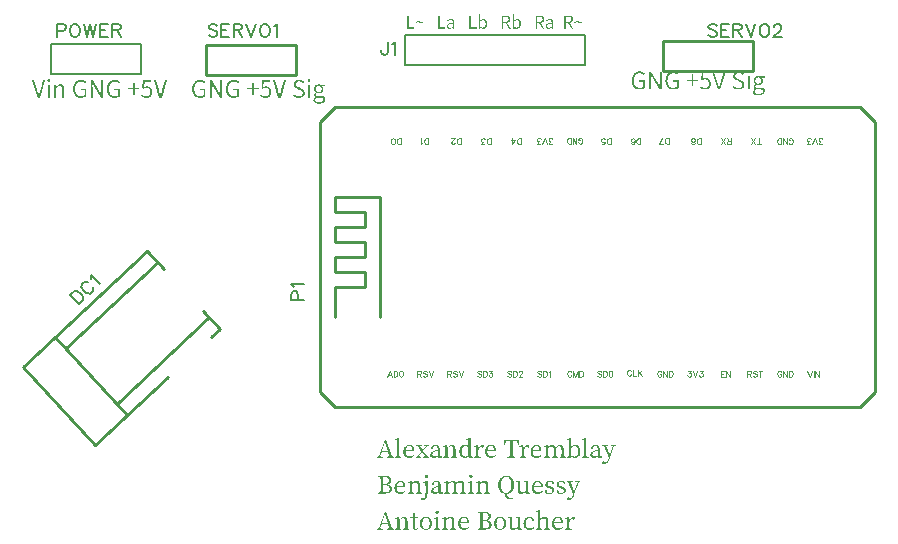
<source format=gto>
G04 Layer: TopSilkLayer*
G04 EasyEDA v6.3.53, 2021-02-19T20:33:04--5:00*
G04 278ba4fcc65f4522a46e9f3658c659ef,10*
G04 Gerber Generator version 0.2*
G04 Scale: 100 percent, Rotated: No, Reflected: No *
G04 Dimensions in millimeters *
G04 leading zeros omitted , absolute positions ,3 integer and 3 decimal *
%FSLAX33Y33*%
%MOMM*%
G90*
G71D02*

%ADD10C,0.254000*%
%ADD19C,0.203200*%
%ADD20C,0.202999*%
%ADD21C,0.152400*%
%ADD22C,0.076200*%

%LPD*%
G54D10*
G01X58801Y45936D02*
G01X66421Y45936D01*
G01X58801Y45936D02*
G01X58801Y43396D01*
G01X66421Y43396D02*
G01X58801Y43396D01*
G01X66421Y43396D02*
G01X66421Y45936D01*
G01X76708Y16218D02*
G01X76708Y39078D01*
G01X75438Y40348D01*
G01X30988Y40348D01*
G01X29718Y39078D01*
G01X29718Y16218D01*
G01X30988Y14948D01*
G01X75438Y14948D01*
G01X76708Y16218D01*
G01X76708Y17488D01*
G01X34798Y22568D02*
G01X34798Y32728D01*
G01X30988Y32728D01*
G01X30988Y31458D01*
G01X33528Y31458D01*
G01X33528Y30188D01*
G01X30988Y30188D01*
G01X30988Y28918D01*
G01X33528Y28918D01*
G01X33528Y27648D01*
G01X30988Y27648D01*
G01X30988Y26378D01*
G01X33528Y26378D01*
G01X33528Y25108D01*
G01X30988Y25108D01*
G01X30988Y22568D01*
G54D19*
G01X38862Y46444D02*
G01X36957Y46444D01*
G01X36957Y43904D01*
G01X52197Y43904D01*
G01X52197Y46444D01*
G54D20*
G01X52197Y46444D02*
G01X38862Y46444D01*
G54D10*
G01X20066Y45555D02*
G01X27686Y45555D01*
G01X20066Y45555D02*
G01X20066Y43015D01*
G01X27686Y43015D02*
G01X20066Y43015D01*
G01X27686Y43015D02*
G01X27686Y45555D01*
G01X10712Y11725D02*
G01X4574Y18307D01*
G01X4574Y18307D02*
G01X15106Y28128D01*
G01X13418Y14248D02*
G01X7280Y20831D01*
G01X12590Y15254D02*
G01X20357Y22497D01*
G01X8226Y19934D02*
G01X15993Y27177D01*
G01X15106Y28128D02*
G01X16521Y26610D01*
G01X19828Y23064D02*
G01X21244Y21546D01*
G01X10712Y11725D02*
G01X16845Y17444D01*
G01X20523Y20874D02*
G01X21244Y21546D01*
G54D19*
G01X12700Y43142D02*
G01X14605Y43142D01*
G01X14605Y45682D01*
G01X6985Y45682D01*
G01X6985Y43142D01*
G54D20*
G01X6985Y43142D02*
G01X12700Y43142D01*

%LPD*%
G36*
G01X28849Y42661D02*
G01X28803Y42669D01*
G01X28756Y42661D01*
G01X28719Y42639D01*
G01X28695Y42604D01*
G01X28686Y42557D01*
G01X28695Y42510D01*
G01X28719Y42473D01*
G01X28756Y42451D01*
G01X28803Y42443D01*
G01X28849Y42451D01*
G01X28885Y42473D01*
G01X28909Y42510D01*
G01X28917Y42557D01*
G01X28909Y42604D01*
G01X28885Y42639D01*
G01X28849Y42661D01*
G37*

%LPD*%
G36*
G01X24114Y42364D02*
G01X23977Y42364D01*
G01X23977Y41920D01*
G01X23566Y41920D01*
G01X23566Y41795D01*
G01X23977Y41795D01*
G01X23977Y41348D01*
G01X24114Y41348D01*
G01X24114Y41795D01*
G01X24526Y41795D01*
G01X24526Y41920D01*
G01X24114Y41920D01*
G01X24114Y42364D01*
G37*

%LPD*%
G36*
G01X28884Y42207D02*
G01X28719Y42207D01*
G01X28719Y41110D01*
G01X28884Y41110D01*
G01X28884Y42207D01*
G37*

%LPD*%
G36*
G01X25900Y42598D02*
G01X25722Y42598D01*
G01X26200Y41110D01*
G01X26393Y41110D01*
G01X26868Y42598D01*
G01X26697Y42598D01*
G01X26451Y41775D01*
G01X26432Y41711D01*
G01X26413Y41649D01*
G01X26396Y41589D01*
G01X26378Y41530D01*
G01X26361Y41471D01*
G01X26343Y41411D01*
G01X26324Y41349D01*
G01X26304Y41285D01*
G01X26296Y41285D01*
G01X26275Y41349D01*
G01X26256Y41411D01*
G01X26238Y41471D01*
G01X26220Y41530D01*
G01X26204Y41589D01*
G01X26186Y41649D01*
G01X26168Y41711D01*
G01X26149Y41775D01*
G01X25900Y42598D01*
G37*

%LPD*%
G36*
G01X20566Y42598D02*
G01X20393Y42598D01*
G01X20393Y41110D01*
G01X20551Y41110D01*
G01X20551Y41925D01*
G01X20550Y41983D01*
G01X20549Y42040D01*
G01X20544Y42154D01*
G01X20540Y42210D01*
G01X20537Y42266D01*
G01X20533Y42322D01*
G01X20530Y42377D01*
G01X20540Y42377D01*
G01X20703Y42072D01*
G01X21262Y41110D01*
G01X21437Y41110D01*
G01X21437Y42598D01*
G01X21277Y42598D01*
G01X21277Y41793D01*
G01X21279Y41677D01*
G01X21282Y41618D01*
G01X21285Y41560D01*
G01X21288Y41501D01*
G01X21292Y41442D01*
G01X21300Y41328D01*
G01X21290Y41328D01*
G01X21127Y41633D01*
G01X20566Y42598D01*
G37*

%LPD*%
G36*
G01X28020Y42620D02*
G01X27955Y42623D01*
G01X27890Y42620D01*
G01X27829Y42610D01*
G01X27771Y42594D01*
G01X27718Y42573D01*
G01X27669Y42546D01*
G01X27626Y42514D01*
G01X27587Y42477D01*
G01X27555Y42436D01*
G01X27530Y42391D01*
G01X27511Y42342D01*
G01X27499Y42290D01*
G01X27495Y42235D01*
G01X27502Y42159D01*
G01X27523Y42093D01*
G01X27554Y42036D01*
G01X27595Y41987D01*
G01X27641Y41946D01*
G01X27692Y41911D01*
G01X27745Y41881D01*
G01X27797Y41856D01*
G01X28013Y41762D01*
G01X28065Y41739D01*
G01X28113Y41715D01*
G01X28156Y41690D01*
G01X28194Y41661D01*
G01X28224Y41628D01*
G01X28247Y41590D01*
G01X28262Y41543D01*
G01X28267Y41488D01*
G01X28262Y41433D01*
G01X28244Y41384D01*
G01X28217Y41340D01*
G01X28179Y41303D01*
G01X28133Y41273D01*
G01X28077Y41250D01*
G01X28012Y41236D01*
G01X27940Y41231D01*
G01X27881Y41235D01*
G01X27823Y41245D01*
G01X27767Y41261D01*
G01X27712Y41283D01*
G01X27660Y41310D01*
G01X27611Y41342D01*
G01X27565Y41379D01*
G01X27523Y41419D01*
G01X27421Y41305D01*
G01X27471Y41256D01*
G01X27526Y41213D01*
G01X27585Y41175D01*
G01X27648Y41143D01*
G01X27714Y41118D01*
G01X27785Y41099D01*
G01X27859Y41088D01*
G01X27937Y41084D01*
G01X28011Y41088D01*
G01X28081Y41099D01*
G01X28145Y41116D01*
G01X28203Y41140D01*
G01X28256Y41170D01*
G01X28302Y41204D01*
G01X28342Y41245D01*
G01X28376Y41289D01*
G01X28402Y41337D01*
G01X28422Y41389D01*
G01X28433Y41443D01*
G01X28437Y41501D01*
G01X28431Y41578D01*
G01X28413Y41645D01*
G01X28385Y41704D01*
G01X28347Y41754D01*
G01X28301Y41797D01*
G01X28249Y41835D01*
G01X28190Y41868D01*
G01X28127Y41897D01*
G01X27914Y41988D01*
G01X27870Y42008D01*
G01X27827Y42029D01*
G01X27785Y42052D01*
G01X27747Y42080D01*
G01X27714Y42112D01*
G01X27688Y42150D01*
G01X27671Y42195D01*
G01X27665Y42247D01*
G01X27671Y42297D01*
G01X27686Y42342D01*
G01X27711Y42381D01*
G01X27745Y42414D01*
G01X27787Y42440D01*
G01X27837Y42460D01*
G01X27893Y42472D01*
G01X27955Y42476D01*
G01X28007Y42473D01*
G01X28055Y42466D01*
G01X28102Y42454D01*
G01X28145Y42437D01*
G01X28186Y42417D01*
G01X28226Y42392D01*
G01X28263Y42365D01*
G01X28298Y42334D01*
G01X28387Y42440D01*
G01X28346Y42479D01*
G01X28301Y42514D01*
G01X28252Y42545D01*
G01X28199Y42572D01*
G01X28143Y42593D01*
G01X28083Y42610D01*
G01X28020Y42620D01*
G37*

%LPD*%
G36*
G01X25537Y42598D02*
G01X24825Y42598D01*
G01X24780Y41907D01*
G01X24871Y41849D01*
G01X24933Y41887D01*
G01X24991Y41915D01*
G01X25053Y41932D01*
G01X25123Y41938D01*
G01X25192Y41931D01*
G01X25254Y41914D01*
G01X25309Y41884D01*
G01X25355Y41844D01*
G01X25392Y41794D01*
G01X25420Y41734D01*
G01X25437Y41665D01*
G01X25443Y41587D01*
G01X25436Y41507D01*
G01X25416Y41436D01*
G01X25386Y41373D01*
G01X25346Y41320D01*
G01X25297Y41278D01*
G01X25241Y41247D01*
G01X25180Y41228D01*
G01X25115Y41221D01*
G01X25052Y41225D01*
G01X24994Y41235D01*
G01X24942Y41252D01*
G01X24895Y41273D01*
G01X24851Y41298D01*
G01X24812Y41326D01*
G01X24777Y41357D01*
G01X24744Y41389D01*
G01X24660Y41280D01*
G01X24699Y41243D01*
G01X24743Y41208D01*
G01X24791Y41174D01*
G01X24845Y41145D01*
G01X24905Y41120D01*
G01X24972Y41101D01*
G01X25047Y41089D01*
G01X25130Y41084D01*
G01X25191Y41088D01*
G01X25250Y41099D01*
G01X25308Y41118D01*
G01X25362Y41144D01*
G01X25414Y41177D01*
G01X25460Y41216D01*
G01X25502Y41263D01*
G01X25538Y41316D01*
G01X25568Y41376D01*
G01X25589Y41442D01*
G01X25603Y41514D01*
G01X25608Y41592D01*
G01X25604Y41670D01*
G01X25592Y41741D01*
G01X25573Y41804D01*
G01X25547Y41861D01*
G01X25515Y41910D01*
G01X25478Y41952D01*
G01X25435Y41988D01*
G01X25388Y42017D01*
G01X25337Y42039D01*
G01X25282Y42055D01*
G01X25224Y42064D01*
G01X25163Y42067D01*
G01X25097Y42063D01*
G01X25038Y42050D01*
G01X24984Y42029D01*
G01X24932Y42004D01*
G01X24973Y42456D01*
G01X25537Y42456D01*
G01X25537Y42598D01*
G37*

%LPD*%
G36*
G01X22512Y42619D02*
G01X22438Y42623D01*
G01X22380Y42621D01*
G01X22324Y42615D01*
G01X22270Y42604D01*
G01X22218Y42589D01*
G01X22168Y42570D01*
G01X22120Y42547D01*
G01X22075Y42521D01*
G01X22032Y42490D01*
G01X21992Y42456D01*
G01X21955Y42418D01*
G01X21920Y42376D01*
G01X21889Y42331D01*
G01X21861Y42282D01*
G01X21836Y42231D01*
G01X21815Y42175D01*
G01X21797Y42117D01*
G01X21783Y42056D01*
G01X21773Y41991D01*
G01X21767Y41924D01*
G01X21765Y41854D01*
G01X21767Y41783D01*
G01X21773Y41715D01*
G01X21783Y41650D01*
G01X21796Y41589D01*
G01X21814Y41530D01*
G01X21834Y41475D01*
G01X21859Y41423D01*
G01X21886Y41374D01*
G01X21917Y41329D01*
G01X21951Y41288D01*
G01X21987Y41250D01*
G01X22026Y41216D01*
G01X22069Y41186D01*
G01X22113Y41159D01*
G01X22160Y41136D01*
G01X22210Y41118D01*
G01X22261Y41103D01*
G01X22315Y41093D01*
G01X22370Y41086D01*
G01X22428Y41084D01*
G01X22500Y41087D01*
G01X22569Y41097D01*
G01X22633Y41112D01*
G01X22693Y41132D01*
G01X22748Y41157D01*
G01X22799Y41186D01*
G01X22843Y41219D01*
G01X22882Y41254D01*
G01X22882Y41872D01*
G01X22402Y41872D01*
G01X22402Y41732D01*
G01X22725Y41732D01*
G01X22725Y41325D01*
G01X22671Y41286D01*
G01X22603Y41256D01*
G01X22526Y41238D01*
G01X22443Y41231D01*
G01X22384Y41234D01*
G01X22329Y41243D01*
G01X22276Y41256D01*
G01X22228Y41275D01*
G01X22183Y41299D01*
G01X22141Y41328D01*
G01X22104Y41361D01*
G01X22069Y41400D01*
G01X22039Y41443D01*
G01X22012Y41490D01*
G01X21990Y41541D01*
G01X21971Y41597D01*
G01X21956Y41656D01*
G01X21946Y41719D01*
G01X21940Y41786D01*
G01X21937Y41856D01*
G01X21940Y41926D01*
G01X21947Y41993D01*
G01X21958Y42056D01*
G01X21973Y42115D01*
G01X21992Y42170D01*
G01X22016Y42221D01*
G01X22043Y42268D01*
G01X22074Y42310D01*
G01X22109Y42348D01*
G01X22147Y42381D01*
G01X22188Y42409D01*
G01X22233Y42433D01*
G01X22281Y42452D01*
G01X22332Y42465D01*
G01X22386Y42473D01*
G01X22443Y42476D01*
G01X22549Y42465D01*
G01X22636Y42434D01*
G01X22709Y42389D01*
G01X22771Y42334D01*
G01X22865Y42443D01*
G01X22830Y42476D01*
G01X22790Y42508D01*
G01X22746Y42538D01*
G01X22696Y42565D01*
G01X22641Y42589D01*
G01X22579Y42607D01*
G01X22512Y42619D01*
G37*

%LPD*%
G36*
G01X19664Y42619D02*
G01X19591Y42623D01*
G01X19532Y42621D01*
G01X19476Y42615D01*
G01X19421Y42604D01*
G01X19369Y42589D01*
G01X19319Y42570D01*
G01X19271Y42547D01*
G01X19225Y42521D01*
G01X19183Y42490D01*
G01X19142Y42456D01*
G01X19105Y42418D01*
G01X19071Y42376D01*
G01X19039Y42331D01*
G01X19011Y42282D01*
G01X18987Y42231D01*
G01X18965Y42175D01*
G01X18947Y42117D01*
G01X18933Y42056D01*
G01X18923Y41991D01*
G01X18917Y41924D01*
G01X18915Y41854D01*
G01X18917Y41783D01*
G01X18923Y41715D01*
G01X18933Y41650D01*
G01X18946Y41589D01*
G01X18964Y41530D01*
G01X18984Y41475D01*
G01X19009Y41423D01*
G01X19036Y41374D01*
G01X19067Y41329D01*
G01X19101Y41288D01*
G01X19137Y41250D01*
G01X19177Y41216D01*
G01X19219Y41186D01*
G01X19263Y41159D01*
G01X19310Y41136D01*
G01X19360Y41118D01*
G01X19411Y41103D01*
G01X19465Y41093D01*
G01X19520Y41086D01*
G01X19578Y41084D01*
G01X19650Y41087D01*
G01X19719Y41097D01*
G01X19784Y41112D01*
G01X19844Y41132D01*
G01X19899Y41157D01*
G01X19950Y41186D01*
G01X19994Y41219D01*
G01X20032Y41254D01*
G01X20032Y41872D01*
G01X19552Y41872D01*
G01X19552Y41732D01*
G01X19878Y41732D01*
G01X19878Y41325D01*
G01X19823Y41286D01*
G01X19754Y41256D01*
G01X19676Y41238D01*
G01X19593Y41231D01*
G01X19534Y41234D01*
G01X19479Y41243D01*
G01X19426Y41256D01*
G01X19378Y41275D01*
G01X19333Y41299D01*
G01X19291Y41328D01*
G01X19254Y41361D01*
G01X19219Y41400D01*
G01X19189Y41443D01*
G01X19162Y41490D01*
G01X19140Y41541D01*
G01X19121Y41597D01*
G01X19106Y41656D01*
G01X19096Y41719D01*
G01X19090Y41786D01*
G01X19088Y41856D01*
G01X19090Y41926D01*
G01X19097Y41993D01*
G01X19108Y42056D01*
G01X19123Y42115D01*
G01X19143Y42170D01*
G01X19166Y42221D01*
G01X19194Y42268D01*
G01X19225Y42310D01*
G01X19260Y42348D01*
G01X19298Y42381D01*
G01X19340Y42409D01*
G01X19384Y42433D01*
G01X19433Y42452D01*
G01X19483Y42465D01*
G01X19537Y42473D01*
G01X19593Y42476D01*
G01X19699Y42465D01*
G01X19788Y42434D01*
G01X19860Y42389D01*
G01X19921Y42334D01*
G01X20015Y42443D01*
G01X19980Y42476D01*
G01X19941Y42508D01*
G01X19897Y42538D01*
G01X19848Y42565D01*
G01X19792Y42589D01*
G01X19731Y42607D01*
G01X19664Y42619D01*
G37*

%LPD*%
G36*
G01X29673Y42233D02*
G01X29629Y42235D01*
G01X29574Y42232D01*
G01X29522Y42222D01*
G01X29472Y42207D01*
G01X29425Y42186D01*
G01X29382Y42160D01*
G01X29343Y42128D01*
G01X29308Y42091D01*
G01X29279Y42051D01*
G01X29255Y42006D01*
G01X29237Y41956D01*
G01X29226Y41903D01*
G01X29222Y41846D01*
G01X29234Y41752D01*
G01X29267Y41669D01*
G01X29312Y41600D01*
G01X29364Y41549D01*
G01X29364Y41541D01*
G01X29322Y41505D01*
G01X29283Y41458D01*
G01X29254Y41403D01*
G01X29243Y41338D01*
G01X29250Y41277D01*
G01X29271Y41227D01*
G01X29302Y41186D01*
G01X29342Y41155D01*
G01X29342Y41148D01*
G01X29274Y41094D01*
G01X29222Y41032D01*
G01X29190Y40966D01*
G01X29179Y40896D01*
G01X29183Y40851D01*
G01X29194Y40809D01*
G01X29212Y40770D01*
G01X29236Y40736D01*
G01X29267Y40705D01*
G01X29304Y40677D01*
G01X29347Y40654D01*
G01X29394Y40634D01*
G01X29447Y40619D01*
G01X29504Y40608D01*
G01X29566Y40601D01*
G01X29631Y40599D01*
G01X29712Y40603D01*
G01X29788Y40613D01*
G01X29858Y40630D01*
G01X29922Y40652D01*
G01X29980Y40680D01*
G01X30031Y40713D01*
G01X30075Y40749D01*
G01X30112Y40789D01*
G01X30141Y40833D01*
G01X30163Y40878D01*
G01X30175Y40926D01*
G01X30180Y40975D01*
G01X30174Y41038D01*
G01X30156Y41092D01*
G01X30126Y41137D01*
G01X30085Y41174D01*
G01X30031Y41201D01*
G01X29966Y41221D01*
G01X29890Y41232D01*
G01X29801Y41237D01*
G01X29580Y41237D01*
G01X29487Y41246D01*
G01X29427Y41271D01*
G01X29396Y41309D01*
G01X29387Y41358D01*
G01X29393Y41403D01*
G01X29408Y41440D01*
G01X29430Y41471D01*
G01X29458Y41498D01*
G01X29499Y41480D01*
G01X29542Y41467D01*
G01X29585Y41460D01*
G01X29629Y41457D01*
G01X29683Y41461D01*
G01X29735Y41470D01*
G01X29784Y41484D01*
G01X29830Y41505D01*
G01X29871Y41531D01*
G01X29910Y41562D01*
G01X29943Y41597D01*
G01X29971Y41638D01*
G01X29994Y41683D01*
G01X30011Y41731D01*
G01X30021Y41785D01*
G01X30025Y41841D01*
G01X30018Y41913D01*
G01X29997Y41978D01*
G01X29967Y42034D01*
G01X29928Y42080D01*
G01X30159Y42080D01*
G01X30159Y42207D01*
G01X29781Y42207D01*
G01X29750Y42217D01*
G01X29713Y42227D01*
G01X29673Y42233D01*
G37*

%LPC*%
G36*
G01X29484Y41106D02*
G01X29446Y41115D01*
G01X29392Y41067D01*
G01X29355Y41018D01*
G01X29333Y40967D01*
G01X29326Y40916D01*
G01X29332Y40873D01*
G01X29349Y40834D01*
G01X29376Y40800D01*
G01X29413Y40770D01*
G01X29460Y40747D01*
G01X29516Y40730D01*
G01X29581Y40719D01*
G01X29654Y40716D01*
G01X29733Y40721D01*
G01X29804Y40736D01*
G01X29866Y40759D01*
G01X29919Y40789D01*
G01X29960Y40825D01*
G01X29991Y40865D01*
G01X30011Y40908D01*
G01X30017Y40952D01*
G01X30002Y41019D01*
G01X29958Y41063D01*
G01X29886Y41087D01*
G01X29786Y41094D01*
G01X29585Y41094D01*
G01X29556Y41096D01*
G01X29521Y41100D01*
G01X29484Y41106D01*
G37*
G36*
G01X29678Y42106D02*
G01X29629Y42110D01*
G01X29579Y42106D01*
G01X29532Y42092D01*
G01X29490Y42070D01*
G01X29454Y42040D01*
G01X29424Y42002D01*
G01X29402Y41957D01*
G01X29387Y41905D01*
G01X29382Y41846D01*
G01X29387Y41786D01*
G01X29402Y41732D01*
G01X29425Y41686D01*
G01X29456Y41646D01*
G01X29492Y41614D01*
G01X29535Y41591D01*
G01X29580Y41577D01*
G01X29629Y41572D01*
G01X29677Y41577D01*
G01X29723Y41591D01*
G01X29765Y41614D01*
G01X29801Y41646D01*
G01X29832Y41686D01*
G01X29855Y41732D01*
G01X29870Y41786D01*
G01X29875Y41846D01*
G01X29870Y41904D01*
G01X29855Y41956D01*
G01X29832Y42001D01*
G01X29802Y42039D01*
G01X29766Y42070D01*
G01X29724Y42092D01*
G01X29678Y42106D01*
G37*

%LPD*%

%LPD*%
G36*
G01X51519Y47616D02*
G01X51473Y47622D01*
G01X51421Y47613D01*
G01X51368Y47587D01*
G01X51318Y47541D01*
G01X51272Y47475D01*
G01X51341Y47426D01*
G01X51371Y47473D01*
G01X51402Y47505D01*
G01X51435Y47522D01*
G01X51470Y47528D01*
G01X51505Y47522D01*
G01X51538Y47506D01*
G01X51571Y47483D01*
G01X51606Y47457D01*
G01X51642Y47431D01*
G01X51680Y47408D01*
G01X51723Y47392D01*
G01X51770Y47386D01*
G01X51822Y47394D01*
G01X51874Y47420D01*
G01X51924Y47465D01*
G01X51970Y47531D01*
G01X51902Y47581D01*
G01X51871Y47534D01*
G01X51840Y47502D01*
G01X51807Y47483D01*
G01X51772Y47477D01*
G01X51738Y47483D01*
G01X51704Y47500D01*
G01X51671Y47523D01*
G01X51637Y47549D01*
G01X51601Y47576D01*
G01X51562Y47599D01*
G01X51519Y47616D01*
G37*

%LPD*%
G36*
G01X38070Y47616D02*
G01X38023Y47622D01*
G01X37971Y47613D01*
G01X37919Y47587D01*
G01X37869Y47541D01*
G01X37823Y47475D01*
G01X37894Y47426D01*
G01X37923Y47473D01*
G01X37954Y47505D01*
G01X37986Y47522D01*
G01X38021Y47528D01*
G01X38055Y47522D01*
G01X38089Y47506D01*
G01X38122Y47483D01*
G01X38156Y47457D01*
G01X38192Y47431D01*
G01X38231Y47408D01*
G01X38274Y47392D01*
G01X38320Y47386D01*
G01X38374Y47394D01*
G01X38427Y47420D01*
G01X38476Y47465D01*
G01X38521Y47531D01*
G01X38453Y47581D01*
G01X38422Y47534D01*
G01X38391Y47502D01*
G01X38358Y47483D01*
G01X38323Y47477D01*
G01X38288Y47483D01*
G01X38255Y47500D01*
G01X38222Y47523D01*
G01X38187Y47549D01*
G01X38151Y47576D01*
G01X38113Y47599D01*
G01X38070Y47616D01*
G37*

%LPD*%
G36*
G01X50759Y48049D02*
G01X50421Y48049D01*
G01X50421Y46952D01*
G01X50546Y46952D01*
G01X50546Y47426D01*
G01X50751Y47426D01*
G01X51026Y46952D01*
G01X51165Y46952D01*
G01X50883Y47437D01*
G01X50939Y47453D01*
G01X50988Y47475D01*
G01X51032Y47504D01*
G01X51068Y47539D01*
G01X51098Y47580D01*
G01X51120Y47628D01*
G01X51133Y47683D01*
G01X51137Y47744D01*
G01X51130Y47822D01*
G01X51109Y47887D01*
G01X51076Y47940D01*
G01X51032Y47981D01*
G01X50977Y48012D01*
G01X50912Y48033D01*
G01X50839Y48045D01*
G01X50759Y48049D01*
G37*

%LPC*%
G36*
G01X50739Y47950D02*
G01X50546Y47950D01*
G01X50546Y47528D01*
G01X50739Y47528D01*
G01X50802Y47532D01*
G01X50856Y47541D01*
G01X50904Y47558D01*
G01X50942Y47582D01*
G01X50973Y47612D01*
G01X50995Y47649D01*
G01X51008Y47693D01*
G01X51013Y47744D01*
G01X51008Y47796D01*
G01X50995Y47839D01*
G01X50973Y47875D01*
G01X50942Y47903D01*
G01X50904Y47924D01*
G01X50856Y47939D01*
G01X50802Y47947D01*
G01X50739Y47950D01*
G37*

%LPD*%
G36*
G01X48315Y48049D02*
G01X47980Y48049D01*
G01X47980Y46952D01*
G01X48105Y46952D01*
G01X48105Y47426D01*
G01X48310Y47426D01*
G01X48585Y46952D01*
G01X48724Y46952D01*
G01X48440Y47437D01*
G01X48495Y47453D01*
G01X48546Y47475D01*
G01X48589Y47504D01*
G01X48626Y47539D01*
G01X48656Y47580D01*
G01X48678Y47628D01*
G01X48692Y47683D01*
G01X48696Y47744D01*
G01X48689Y47822D01*
G01X48668Y47887D01*
G01X48635Y47940D01*
G01X48590Y47981D01*
G01X48534Y48012D01*
G01X48469Y48033D01*
G01X48396Y48045D01*
G01X48315Y48049D01*
G37*

%LPC*%
G36*
G01X48298Y47950D02*
G01X48105Y47950D01*
G01X48105Y47528D01*
G01X48298Y47528D01*
G01X48360Y47532D01*
G01X48414Y47541D01*
G01X48461Y47558D01*
G01X48500Y47582D01*
G01X48531Y47612D01*
G01X48554Y47649D01*
G01X48567Y47693D01*
G01X48572Y47744D01*
G01X48567Y47796D01*
G01X48554Y47839D01*
G01X48531Y47875D01*
G01X48500Y47903D01*
G01X48461Y47924D01*
G01X48414Y47939D01*
G01X48360Y47947D01*
G01X48298Y47950D01*
G37*

%LPD*%
G36*
G01X45450Y48049D02*
G01X45115Y48049D01*
G01X45115Y46952D01*
G01X45239Y46952D01*
G01X45239Y47426D01*
G01X45445Y47426D01*
G01X45720Y46952D01*
G01X45859Y46952D01*
G01X45575Y47437D01*
G01X45630Y47453D01*
G01X45680Y47475D01*
G01X45724Y47504D01*
G01X45761Y47539D01*
G01X45791Y47580D01*
G01X45813Y47628D01*
G01X45827Y47683D01*
G01X45831Y47744D01*
G01X45824Y47822D01*
G01X45803Y47887D01*
G01X45770Y47940D01*
G01X45725Y47981D01*
G01X45669Y48012D01*
G01X45604Y48033D01*
G01X45531Y48045D01*
G01X45450Y48049D01*
G37*

%LPC*%
G36*
G01X45432Y47950D02*
G01X45239Y47950D01*
G01X45239Y47528D01*
G01X45432Y47528D01*
G01X45494Y47532D01*
G01X45549Y47541D01*
G01X45596Y47558D01*
G01X45635Y47582D01*
G01X45666Y47612D01*
G01X45689Y47649D01*
G01X45702Y47693D01*
G01X45707Y47744D01*
G01X45702Y47796D01*
G01X45689Y47839D01*
G01X45666Y47875D01*
G01X45635Y47903D01*
G01X45596Y47924D01*
G01X45549Y47939D01*
G01X45494Y47947D01*
G01X45432Y47950D01*
G37*

%LPD*%
G36*
G01X42511Y48049D02*
G01X42387Y48049D01*
G01X42387Y46952D01*
G01X42997Y46952D01*
G01X42997Y47056D01*
G01X42511Y47056D01*
G01X42511Y48049D01*
G37*

%LPD*%
G36*
G01X39865Y48049D02*
G01X39740Y48049D01*
G01X39740Y46952D01*
G01X40350Y46952D01*
G01X40350Y47056D01*
G01X39865Y47056D01*
G01X39865Y48049D01*
G37*

%LPD*%
G36*
G01X37233Y48049D02*
G01X37109Y48049D01*
G01X37109Y46952D01*
G01X37721Y46952D01*
G01X37721Y47056D01*
G01X37233Y47056D01*
G01X37233Y48049D01*
G37*

%LPD*%
G36*
G01X49270Y47776D02*
G01X49202Y47782D01*
G01X49106Y47772D01*
G01X49020Y47747D01*
G01X48946Y47712D01*
G01X48887Y47675D01*
G01X48935Y47592D01*
G01X48986Y47624D01*
G01X49045Y47652D01*
G01X49111Y47673D01*
G01X49182Y47680D01*
G01X49267Y47662D01*
G01X49320Y47612D01*
G01X49347Y47542D01*
G01X49354Y47462D01*
G01X49271Y47451D01*
G01X49196Y47439D01*
G01X49129Y47424D01*
G01X49069Y47406D01*
G01X49017Y47386D01*
G01X48972Y47363D01*
G01X48935Y47338D01*
G01X48904Y47309D01*
G01X48881Y47277D01*
G01X48865Y47241D01*
G01X48854Y47202D01*
G01X48851Y47160D01*
G01X48856Y47107D01*
G01X48869Y47062D01*
G01X48890Y47023D01*
G01X48919Y46990D01*
G01X48953Y46965D01*
G01X48994Y46946D01*
G01X49039Y46935D01*
G01X49088Y46931D01*
G01X49162Y46940D01*
G01X49233Y46966D01*
G01X49299Y47004D01*
G01X49359Y47051D01*
G01X49364Y47051D01*
G01X49375Y46952D01*
G01X49476Y46952D01*
G01X49476Y47454D01*
G01X49473Y47525D01*
G01X49461Y47588D01*
G01X49441Y47644D01*
G01X49412Y47692D01*
G01X49375Y47730D01*
G01X49327Y47758D01*
G01X49270Y47776D01*
G37*

%LPC*%
G36*
G01X49354Y47145D02*
G01X49354Y47381D01*
G01X49255Y47367D01*
G01X49173Y47349D01*
G01X49107Y47328D01*
G01X49055Y47304D01*
G01X49016Y47275D01*
G01X48991Y47243D01*
G01X48975Y47208D01*
G01X48971Y47167D01*
G01X48982Y47105D01*
G01X49014Y47063D01*
G01X49062Y47038D01*
G01X49121Y47030D01*
G01X49179Y47038D01*
G01X49236Y47060D01*
G01X49294Y47096D01*
G01X49354Y47145D01*
G37*

%LPD*%
G36*
G01X46167Y48145D02*
G01X46045Y48145D01*
G01X46045Y46952D01*
G01X46141Y46952D01*
G01X46154Y47035D01*
G01X46156Y47035D01*
G01X46214Y46992D01*
G01X46274Y46960D01*
G01X46334Y46938D01*
G01X46393Y46931D01*
G01X46438Y46935D01*
G01X46483Y46944D01*
G01X46526Y46961D01*
G01X46566Y46984D01*
G01X46604Y47012D01*
G01X46638Y47047D01*
G01X46669Y47088D01*
G01X46695Y47134D01*
G01X46717Y47185D01*
G01X46732Y47242D01*
G01X46742Y47304D01*
G01X46746Y47371D01*
G01X46743Y47431D01*
G01X46737Y47487D01*
G01X46725Y47540D01*
G01X46709Y47588D01*
G01X46688Y47631D01*
G01X46663Y47670D01*
G01X46633Y47703D01*
G01X46600Y47731D01*
G01X46561Y47753D01*
G01X46519Y47769D01*
G01X46472Y47779D01*
G01X46421Y47782D01*
G01X46352Y47773D01*
G01X46285Y47748D01*
G01X46221Y47710D01*
G01X46161Y47665D01*
G01X46167Y47815D01*
G01X46167Y48145D01*
G37*

%LPC*%
G36*
G01X46449Y47672D02*
G01X46393Y47678D01*
G01X46339Y47670D01*
G01X46283Y47648D01*
G01X46226Y47611D01*
G01X46167Y47561D01*
G01X46167Y47124D01*
G01X46223Y47083D01*
G01X46278Y47055D01*
G01X46329Y47040D01*
G01X46372Y47035D01*
G01X46424Y47041D01*
G01X46471Y47058D01*
G01X46513Y47086D01*
G01X46549Y47125D01*
G01X46578Y47172D01*
G01X46600Y47229D01*
G01X46614Y47295D01*
G01X46619Y47368D01*
G01X46616Y47434D01*
G01X46606Y47494D01*
G01X46590Y47546D01*
G01X46566Y47592D01*
G01X46535Y47628D01*
G01X46497Y47655D01*
G01X46449Y47672D01*
G37*

%LPD*%
G36*
G01X43301Y48145D02*
G01X43180Y48145D01*
G01X43180Y46952D01*
G01X43276Y46952D01*
G01X43289Y47035D01*
G01X43291Y47035D01*
G01X43349Y46992D01*
G01X43409Y46960D01*
G01X43469Y46938D01*
G01X43527Y46931D01*
G01X43573Y46935D01*
G01X43618Y46944D01*
G01X43661Y46961D01*
G01X43701Y46984D01*
G01X43739Y47012D01*
G01X43773Y47047D01*
G01X43804Y47088D01*
G01X43830Y47134D01*
G01X43852Y47185D01*
G01X43867Y47242D01*
G01X43877Y47304D01*
G01X43881Y47371D01*
G01X43878Y47431D01*
G01X43871Y47487D01*
G01X43860Y47540D01*
G01X43843Y47588D01*
G01X43823Y47631D01*
G01X43798Y47670D01*
G01X43768Y47703D01*
G01X43735Y47731D01*
G01X43696Y47753D01*
G01X43653Y47769D01*
G01X43607Y47779D01*
G01X43555Y47782D01*
G01X43487Y47773D01*
G01X43420Y47748D01*
G01X43356Y47710D01*
G01X43296Y47665D01*
G01X43301Y47815D01*
G01X43301Y48145D01*
G37*

%LPC*%
G36*
G01X43584Y47672D02*
G01X43527Y47678D01*
G01X43474Y47670D01*
G01X43418Y47648D01*
G01X43361Y47611D01*
G01X43301Y47561D01*
G01X43301Y47124D01*
G01X43358Y47083D01*
G01X43413Y47055D01*
G01X43464Y47040D01*
G01X43510Y47035D01*
G01X43561Y47041D01*
G01X43607Y47058D01*
G01X43648Y47086D01*
G01X43684Y47125D01*
G01X43713Y47172D01*
G01X43735Y47229D01*
G01X43749Y47295D01*
G01X43754Y47368D01*
G01X43750Y47434D01*
G01X43741Y47494D01*
G01X43725Y47546D01*
G01X43702Y47592D01*
G01X43670Y47628D01*
G01X43632Y47655D01*
G01X43584Y47672D01*
G37*

%LPD*%
G36*
G01X40899Y47776D02*
G01X40830Y47782D01*
G01X40736Y47772D01*
G01X40651Y47747D01*
G01X40576Y47712D01*
G01X40515Y47675D01*
G01X40566Y47592D01*
G01X40616Y47624D01*
G01X40675Y47652D01*
G01X40741Y47673D01*
G01X40812Y47680D01*
G01X40898Y47662D01*
G01X40951Y47612D01*
G01X40978Y47542D01*
G01X40985Y47462D01*
G01X40902Y47451D01*
G01X40827Y47439D01*
G01X40759Y47424D01*
G01X40700Y47406D01*
G01X40648Y47386D01*
G01X40603Y47363D01*
G01X40565Y47338D01*
G01X40535Y47309D01*
G01X40511Y47277D01*
G01X40495Y47241D01*
G01X40485Y47202D01*
G01X40482Y47160D01*
G01X40487Y47107D01*
G01X40500Y47062D01*
G01X40521Y47023D01*
G01X40550Y46990D01*
G01X40584Y46965D01*
G01X40625Y46946D01*
G01X40669Y46935D01*
G01X40718Y46931D01*
G01X40792Y46940D01*
G01X40863Y46966D01*
G01X40929Y47004D01*
G01X40990Y47051D01*
G01X40995Y47051D01*
G01X41005Y46952D01*
G01X41104Y46952D01*
G01X41104Y47454D01*
G01X41101Y47525D01*
G01X41089Y47588D01*
G01X41070Y47644D01*
G01X41041Y47692D01*
G01X41004Y47730D01*
G01X40956Y47758D01*
G01X40899Y47776D01*
G37*

%LPC*%
G36*
G01X40985Y47145D02*
G01X40985Y47381D01*
G01X40886Y47367D01*
G01X40804Y47349D01*
G01X40737Y47328D01*
G01X40684Y47304D01*
G01X40645Y47275D01*
G01X40619Y47243D01*
G01X40603Y47208D01*
G01X40599Y47167D01*
G01X40611Y47105D01*
G01X40644Y47063D01*
G01X40692Y47038D01*
G01X40751Y47030D01*
G01X40810Y47038D01*
G01X40867Y47060D01*
G01X40924Y47096D01*
G01X40985Y47145D01*
G37*

%LPD*%

%LPD*%
G36*
G01X6807Y42661D02*
G01X6761Y42669D01*
G01X6714Y42661D01*
G01X6678Y42639D01*
G01X6655Y42604D01*
G01X6647Y42557D01*
G01X6655Y42510D01*
G01X6678Y42473D01*
G01X6714Y42451D01*
G01X6761Y42443D01*
G01X6807Y42451D01*
G01X6843Y42473D01*
G01X6867Y42510D01*
G01X6875Y42557D01*
G01X6867Y42604D01*
G01X6843Y42639D01*
G01X6807Y42661D01*
G37*

%LPD*%
G36*
G01X14033Y42364D02*
G01X13896Y42364D01*
G01X13896Y41920D01*
G01X13484Y41920D01*
G01X13484Y41795D01*
G01X13896Y41795D01*
G01X13896Y41348D01*
G01X14033Y41348D01*
G01X14033Y41795D01*
G01X14444Y41795D01*
G01X14444Y41920D01*
G01X14033Y41920D01*
G01X14033Y42364D01*
G37*

%LPD*%
G36*
G01X15819Y42598D02*
G01X15641Y42598D01*
G01X16118Y41110D01*
G01X16311Y41110D01*
G01X16789Y42598D01*
G01X16616Y42598D01*
G01X16372Y41775D01*
G01X16352Y41711D01*
G01X16334Y41649D01*
G01X16316Y41589D01*
G01X16298Y41530D01*
G01X16281Y41471D01*
G01X16263Y41411D01*
G01X16243Y41349D01*
G01X16222Y41285D01*
G01X16215Y41285D01*
G01X16195Y41349D01*
G01X16176Y41411D01*
G01X16158Y41471D01*
G01X16140Y41530D01*
G01X16123Y41589D01*
G01X16105Y41649D01*
G01X16087Y41711D01*
G01X16068Y41775D01*
G01X15819Y42598D01*
G37*

%LPD*%
G36*
G01X10485Y42598D02*
G01X10312Y42598D01*
G01X10312Y41110D01*
G01X10469Y41110D01*
G01X10469Y41983D01*
G01X10468Y42040D01*
G01X10466Y42097D01*
G01X10463Y42154D01*
G01X10457Y42266D01*
G01X10453Y42322D01*
G01X10449Y42377D01*
G01X10459Y42377D01*
G01X10622Y42072D01*
G01X11181Y41110D01*
G01X11356Y41110D01*
G01X11356Y42598D01*
G01X11196Y42598D01*
G01X11196Y41735D01*
G01X11198Y41677D01*
G01X11200Y41618D01*
G01X11203Y41560D01*
G01X11211Y41442D01*
G01X11219Y41328D01*
G01X11209Y41328D01*
G01X11049Y41633D01*
G01X10485Y42598D01*
G37*

%LPD*%
G36*
G01X7806Y42232D02*
G01X7752Y42235D01*
G01X7697Y42231D01*
G01X7645Y42220D01*
G01X7597Y42203D01*
G01X7550Y42180D01*
G01X7505Y42152D01*
G01X7463Y42120D01*
G01X7421Y42085D01*
G01X7381Y42047D01*
G01X7376Y42047D01*
G01X7360Y42207D01*
G01X7226Y42207D01*
G01X7226Y41110D01*
G01X7391Y41110D01*
G01X7391Y41912D01*
G01X7432Y41953D01*
G01X7471Y41989D01*
G01X7508Y42020D01*
G01X7545Y42045D01*
G01X7582Y42065D01*
G01X7621Y42079D01*
G01X7661Y42087D01*
G01X7703Y42090D01*
G01X7756Y42085D01*
G01X7801Y42072D01*
G01X7838Y42050D01*
G01X7868Y42018D01*
G01X7891Y41975D01*
G01X7907Y41923D01*
G01X7916Y41859D01*
G01X7919Y41785D01*
G01X7919Y41110D01*
G01X8087Y41110D01*
G01X8087Y41805D01*
G01X8085Y41873D01*
G01X8078Y41935D01*
G01X8067Y41991D01*
G01X8051Y42042D01*
G01X8030Y42087D01*
G01X8005Y42126D01*
G01X7975Y42159D01*
G01X7940Y42186D01*
G01X7900Y42207D01*
G01X7856Y42223D01*
G01X7806Y42232D01*
G37*

%LPD*%
G36*
G01X6842Y42207D02*
G01X6680Y42207D01*
G01X6680Y41110D01*
G01X6842Y41110D01*
G01X6842Y42207D01*
G37*

%LPD*%
G36*
G01X5514Y42598D02*
G01X5339Y42598D01*
G01X5816Y41110D01*
G01X6009Y41110D01*
G01X6484Y42598D01*
G01X6314Y42598D01*
G01X6068Y41775D01*
G01X6047Y41711D01*
G01X6029Y41649D01*
G01X6011Y41589D01*
G01X5993Y41530D01*
G01X5976Y41471D01*
G01X5958Y41411D01*
G01X5939Y41349D01*
G01X5918Y41285D01*
G01X5910Y41285D01*
G01X5890Y41349D01*
G01X5871Y41411D01*
G01X5853Y41471D01*
G01X5819Y41589D01*
G01X5801Y41649D01*
G01X5784Y41711D01*
G01X5765Y41775D01*
G01X5514Y42598D01*
G37*

%LPD*%
G36*
G01X15458Y42598D02*
G01X14747Y42598D01*
G01X14698Y41907D01*
G01X14790Y41849D01*
G01X14851Y41887D01*
G01X14910Y41915D01*
G01X14971Y41932D01*
G01X15041Y41938D01*
G01X15110Y41931D01*
G01X15173Y41914D01*
G01X15227Y41884D01*
G01X15274Y41844D01*
G01X15311Y41794D01*
G01X15339Y41734D01*
G01X15356Y41665D01*
G01X15361Y41587D01*
G01X15355Y41507D01*
G01X15336Y41436D01*
G01X15306Y41373D01*
G01X15265Y41320D01*
G01X15217Y41278D01*
G01X15161Y41247D01*
G01X15100Y41228D01*
G01X15034Y41221D01*
G01X14971Y41225D01*
G01X14914Y41235D01*
G01X14862Y41252D01*
G01X14814Y41273D01*
G01X14771Y41298D01*
G01X14732Y41326D01*
G01X14696Y41357D01*
G01X14663Y41389D01*
G01X14579Y41280D01*
G01X14618Y41243D01*
G01X14662Y41208D01*
G01X14710Y41174D01*
G01X14765Y41145D01*
G01X14825Y41120D01*
G01X14892Y41101D01*
G01X14967Y41089D01*
G01X15049Y41084D01*
G01X15110Y41088D01*
G01X15170Y41099D01*
G01X15228Y41118D01*
G01X15283Y41144D01*
G01X15334Y41177D01*
G01X15381Y41216D01*
G01X15423Y41263D01*
G01X15459Y41316D01*
G01X15489Y41376D01*
G01X15511Y41442D01*
G01X15524Y41514D01*
G01X15529Y41592D01*
G01X15525Y41670D01*
G01X15513Y41741D01*
G01X15494Y41804D01*
G01X15468Y41861D01*
G01X15436Y41910D01*
G01X15398Y41952D01*
G01X15355Y41988D01*
G01X15308Y42017D01*
G01X15256Y42039D01*
G01X15201Y42055D01*
G01X15142Y42064D01*
G01X15082Y42067D01*
G01X15017Y42063D01*
G01X14958Y42050D01*
G01X14903Y42029D01*
G01X14851Y42004D01*
G01X14892Y42456D01*
G01X15458Y42456D01*
G01X15458Y42598D01*
G37*

%LPD*%
G36*
G01X12432Y42619D02*
G01X12359Y42623D01*
G01X12301Y42621D01*
G01X12244Y42615D01*
G01X12190Y42604D01*
G01X12138Y42589D01*
G01X12087Y42570D01*
G01X12040Y42547D01*
G01X11994Y42521D01*
G01X11951Y42490D01*
G01X11911Y42456D01*
G01X11873Y42418D01*
G01X11839Y42376D01*
G01X11808Y42331D01*
G01X11780Y42282D01*
G01X11755Y42231D01*
G01X11734Y42175D01*
G01X11716Y42117D01*
G01X11702Y42056D01*
G01X11692Y41991D01*
G01X11686Y41924D01*
G01X11684Y41854D01*
G01X11686Y41783D01*
G01X11692Y41715D01*
G01X11701Y41650D01*
G01X11715Y41589D01*
G01X11732Y41530D01*
G01X11753Y41475D01*
G01X11777Y41423D01*
G01X11805Y41374D01*
G01X11835Y41329D01*
G01X11869Y41288D01*
G01X11906Y41250D01*
G01X11945Y41216D01*
G01X11987Y41186D01*
G01X12032Y41159D01*
G01X12079Y41136D01*
G01X12129Y41118D01*
G01X12180Y41103D01*
G01X12234Y41093D01*
G01X12289Y41086D01*
G01X12346Y41084D01*
G01X12419Y41087D01*
G01X12488Y41097D01*
G01X12552Y41112D01*
G01X12612Y41132D01*
G01X12667Y41157D01*
G01X12717Y41186D01*
G01X12762Y41219D01*
G01X12801Y41254D01*
G01X12801Y41872D01*
G01X12321Y41872D01*
G01X12321Y41732D01*
G01X12644Y41732D01*
G01X12644Y41325D01*
G01X12590Y41286D01*
G01X12522Y41256D01*
G01X12444Y41238D01*
G01X12362Y41231D01*
G01X12303Y41234D01*
G01X12247Y41243D01*
G01X12195Y41256D01*
G01X12147Y41275D01*
G01X12102Y41299D01*
G01X12060Y41328D01*
G01X12022Y41361D01*
G01X11988Y41400D01*
G01X11958Y41443D01*
G01X11931Y41490D01*
G01X11909Y41541D01*
G01X11890Y41597D01*
G01X11875Y41656D01*
G01X11865Y41719D01*
G01X11858Y41786D01*
G01X11856Y41856D01*
G01X11859Y41926D01*
G01X11865Y41993D01*
G01X11877Y42056D01*
G01X11892Y42115D01*
G01X11912Y42170D01*
G01X11935Y42221D01*
G01X11962Y42268D01*
G01X11994Y42310D01*
G01X12028Y42348D01*
G01X12067Y42381D01*
G01X12108Y42409D01*
G01X12153Y42433D01*
G01X12201Y42452D01*
G01X12252Y42465D01*
G01X12305Y42473D01*
G01X12362Y42476D01*
G01X12467Y42465D01*
G01X12555Y42434D01*
G01X12628Y42389D01*
G01X12689Y42334D01*
G01X12783Y42443D01*
G01X12749Y42476D01*
G01X12709Y42508D01*
G01X12665Y42538D01*
G01X12615Y42565D01*
G01X12560Y42589D01*
G01X12499Y42607D01*
G01X12432Y42619D01*
G37*

%LPD*%
G36*
G01X9583Y42619D02*
G01X9509Y42623D01*
G01X9451Y42621D01*
G01X9395Y42615D01*
G01X9341Y42604D01*
G01X9289Y42589D01*
G01X9238Y42570D01*
G01X9191Y42547D01*
G01X9146Y42521D01*
G01X9102Y42490D01*
G01X9062Y42456D01*
G01X9025Y42418D01*
G01X8990Y42376D01*
G01X8959Y42331D01*
G01X8931Y42282D01*
G01X8906Y42231D01*
G01X8884Y42175D01*
G01X8866Y42117D01*
G01X8852Y42056D01*
G01X8842Y41991D01*
G01X8836Y41924D01*
G01X8834Y41854D01*
G01X8836Y41783D01*
G01X8842Y41715D01*
G01X8851Y41650D01*
G01X8865Y41589D01*
G01X8882Y41530D01*
G01X8903Y41475D01*
G01X8928Y41423D01*
G01X8955Y41374D01*
G01X8986Y41329D01*
G01X9020Y41288D01*
G01X9056Y41250D01*
G01X9095Y41216D01*
G01X9137Y41186D01*
G01X9182Y41159D01*
G01X9229Y41136D01*
G01X9279Y41118D01*
G01X9330Y41103D01*
G01X9384Y41093D01*
G01X9439Y41086D01*
G01X9497Y41084D01*
G01X9570Y41087D01*
G01X9639Y41097D01*
G01X9704Y41112D01*
G01X9764Y41132D01*
G01X9819Y41157D01*
G01X9869Y41186D01*
G01X9913Y41219D01*
G01X9951Y41254D01*
G01X9951Y41872D01*
G01X9474Y41872D01*
G01X9474Y41732D01*
G01X9796Y41732D01*
G01X9796Y41325D01*
G01X9742Y41286D01*
G01X9674Y41256D01*
G01X9597Y41238D01*
G01X9514Y41231D01*
G01X9455Y41234D01*
G01X9399Y41243D01*
G01X9347Y41256D01*
G01X9298Y41275D01*
G01X9252Y41299D01*
G01X9211Y41328D01*
G01X9172Y41361D01*
G01X9138Y41400D01*
G01X9108Y41443D01*
G01X9082Y41490D01*
G01X9059Y41541D01*
G01X9040Y41597D01*
G01X9025Y41656D01*
G01X9015Y41719D01*
G01X9008Y41786D01*
G01X9006Y41856D01*
G01X9009Y41926D01*
G01X9015Y41993D01*
G01X9027Y42056D01*
G01X9042Y42115D01*
G01X9062Y42170D01*
G01X9086Y42221D01*
G01X9113Y42268D01*
G01X9144Y42310D01*
G01X9179Y42348D01*
G01X9218Y42381D01*
G01X9259Y42409D01*
G01X9304Y42433D01*
G01X9352Y42452D01*
G01X9404Y42465D01*
G01X9457Y42473D01*
G01X9514Y42476D01*
G01X9619Y42465D01*
G01X9706Y42434D01*
G01X9779Y42389D01*
G01X9839Y42334D01*
G01X9933Y42443D01*
G01X9899Y42476D01*
G01X9861Y42508D01*
G01X9817Y42538D01*
G01X9767Y42565D01*
G01X9712Y42589D01*
G01X9650Y42607D01*
G01X9583Y42619D01*
G37*

%LPD*%

%LPD*%
G36*
G01X52293Y12260D02*
G01X52263Y12275D01*
G01X51920Y12181D01*
G01X51920Y12115D01*
G01X52100Y12098D01*
G01X52100Y11097D01*
G01X52099Y11004D01*
G01X52097Y10816D01*
G01X52095Y10723D01*
G01X51920Y10698D01*
G01X51920Y10630D01*
G01X52466Y10630D01*
G01X52466Y10698D01*
G01X52288Y10723D01*
G01X52286Y10816D01*
G01X52284Y10910D01*
G01X52283Y11004D01*
G01X52283Y11943D01*
G01X52293Y12260D01*
G37*

%LPD*%
G36*
G01X49457Y11711D02*
G01X49408Y11714D01*
G01X49356Y11711D01*
G01X49304Y11700D01*
G01X49253Y11683D01*
G01X49203Y11659D01*
G01X49154Y11630D01*
G01X49106Y11595D01*
G01X49062Y11556D01*
G01X49019Y11511D01*
G01X49001Y11691D01*
G01X48971Y11712D01*
G01X48658Y11590D01*
G01X48658Y11524D01*
G01X48834Y11506D01*
G01X48838Y11440D01*
G01X48840Y11373D01*
G01X48841Y11300D01*
G01X48841Y11011D01*
G01X48840Y10914D01*
G01X48838Y10815D01*
G01X48836Y10723D01*
G01X48671Y10698D01*
G01X48671Y10630D01*
G01X49184Y10630D01*
G01X49184Y10698D01*
G01X49029Y10723D01*
G01X49028Y10815D01*
G01X49027Y10914D01*
G01X49027Y11427D01*
G01X49107Y11493D01*
G01X49182Y11537D01*
G01X49255Y11564D01*
G01X49329Y11572D01*
G01X49373Y11569D01*
G01X49410Y11558D01*
G01X49442Y11540D01*
G01X49467Y11513D01*
G01X49487Y11477D01*
G01X49501Y11431D01*
G01X49509Y11373D01*
G01X49512Y11303D01*
G01X49512Y11097D01*
G01X49511Y11009D01*
G01X49510Y10912D01*
G01X49509Y10814D01*
G01X49507Y10723D01*
G01X49339Y10698D01*
G01X49339Y10630D01*
G01X49850Y10630D01*
G01X49850Y10698D01*
G01X49697Y10723D01*
G01X49695Y10814D01*
G01X49694Y10912D01*
G01X49693Y11009D01*
G01X49692Y11097D01*
G01X49692Y11341D01*
G01X49691Y11370D01*
G01X49689Y11398D01*
G01X49687Y11425D01*
G01X49771Y11493D01*
G01X49848Y11538D01*
G01X49921Y11564D01*
G01X49992Y11572D01*
G01X50036Y11569D01*
G01X50074Y11560D01*
G01X50106Y11542D01*
G01X50132Y11516D01*
G01X50152Y11481D01*
G01X50166Y11435D01*
G01X50175Y11376D01*
G01X50177Y11305D01*
G01X50177Y11009D01*
G01X50176Y10912D01*
G01X50175Y10814D01*
G01X50175Y10723D01*
G01X50010Y10698D01*
G01X50010Y10630D01*
G01X50520Y10630D01*
G01X50520Y10698D01*
G01X50363Y10723D01*
G01X50361Y10814D01*
G01X50359Y10912D01*
G01X50358Y11009D01*
G01X50358Y11328D01*
G01X50353Y11424D01*
G01X50339Y11504D01*
G01X50316Y11571D01*
G01X50284Y11624D01*
G01X50243Y11664D01*
G01X50194Y11692D01*
G01X50138Y11708D01*
G01X50073Y11714D01*
G01X50020Y11711D01*
G01X49967Y11701D01*
G01X49915Y11686D01*
G01X49863Y11663D01*
G01X49812Y11634D01*
G01X49764Y11598D01*
G01X49716Y11556D01*
G01X49672Y11506D01*
G01X49655Y11556D01*
G01X49634Y11599D01*
G01X49608Y11635D01*
G01X49577Y11664D01*
G01X49541Y11686D01*
G01X49502Y11702D01*
G01X49457Y11711D01*
G37*

%LPD*%
G36*
G01X47355Y11708D02*
G01X47304Y11714D01*
G01X47258Y11709D01*
G01X47211Y11695D01*
G01X47166Y11671D01*
G01X47123Y11638D01*
G01X47082Y11597D01*
G01X47044Y11547D01*
G01X47009Y11490D01*
G01X46979Y11425D01*
G01X46956Y11691D01*
G01X46926Y11712D01*
G01X46614Y11590D01*
G01X46614Y11524D01*
G01X46791Y11506D01*
G01X46793Y11440D01*
G01X46795Y11373D01*
G01X46796Y11300D01*
G01X46796Y11011D01*
G01X46795Y10913D01*
G01X46793Y10814D01*
G01X46791Y10723D01*
G01X46629Y10698D01*
G01X46629Y10630D01*
G01X47170Y10630D01*
G01X47170Y10698D01*
G01X46984Y10726D01*
G01X46984Y10816D01*
G01X46983Y10914D01*
G01X46982Y11011D01*
G01X46982Y11272D01*
G01X47017Y11365D01*
G01X47060Y11444D01*
G01X47112Y11511D01*
G01X47175Y11567D01*
G01X47200Y11541D01*
G01X47233Y11515D01*
G01X47266Y11495D01*
G01X47302Y11482D01*
G01X47340Y11478D01*
G01X47397Y11489D01*
G01X47436Y11520D01*
G01X47457Y11568D01*
G01X47464Y11630D01*
G01X47439Y11666D01*
G01X47400Y11692D01*
G01X47355Y11708D01*
G37*

%LPD*%
G36*
G01X46548Y12118D02*
G01X45326Y12118D01*
G01X45308Y11722D01*
G01X45420Y11722D01*
G01X45481Y12021D01*
G01X45829Y12021D01*
G01X45832Y11874D01*
G01X45833Y11800D01*
G01X45833Y11652D01*
G01X45834Y11577D01*
G01X45834Y11170D01*
G01X45833Y11096D01*
G01X45833Y10950D01*
G01X45832Y10876D01*
G01X45829Y10731D01*
G01X45600Y10706D01*
G01X45600Y10630D01*
G01X46271Y10630D01*
G01X46271Y10706D01*
G01X46040Y10731D01*
G01X46039Y10804D01*
G01X46038Y10878D01*
G01X46038Y11024D01*
G01X46037Y11098D01*
G01X46037Y11652D01*
G01X46038Y11726D01*
G01X46038Y11800D01*
G01X46039Y11948D01*
G01X46040Y12021D01*
G01X46390Y12021D01*
G01X46454Y11722D01*
G01X46560Y11722D01*
G01X46548Y12118D01*
G37*

%LPD*%
G36*
G01X43514Y11708D02*
G01X43464Y11714D01*
G01X43417Y11709D01*
G01X43371Y11695D01*
G01X43326Y11671D01*
G01X43282Y11638D01*
G01X43241Y11597D01*
G01X43203Y11547D01*
G01X43169Y11490D01*
G01X43139Y11425D01*
G01X43116Y11691D01*
G01X43086Y11712D01*
G01X42773Y11590D01*
G01X42773Y11524D01*
G01X42951Y11506D01*
G01X42953Y11440D01*
G01X42954Y11373D01*
G01X42955Y11300D01*
G01X42956Y11214D01*
G01X42956Y11097D01*
G01X42955Y11011D01*
G01X42954Y10913D01*
G01X42953Y10814D01*
G01X42951Y10723D01*
G01X42788Y10698D01*
G01X42788Y10630D01*
G01X43329Y10630D01*
G01X43329Y10698D01*
G01X43144Y10726D01*
G01X43143Y10816D01*
G01X43142Y10914D01*
G01X43142Y11011D01*
G01X43141Y11097D01*
G01X43141Y11272D01*
G01X43177Y11365D01*
G01X43220Y11444D01*
G01X43272Y11511D01*
G01X43334Y11567D01*
G01X43360Y11541D01*
G01X43392Y11515D01*
G01X43426Y11495D01*
G01X43461Y11482D01*
G01X43500Y11478D01*
G01X43556Y11489D01*
G01X43595Y11520D01*
G01X43617Y11568D01*
G01X43624Y11630D01*
G01X43598Y11666D01*
G01X43560Y11692D01*
G01X43514Y11708D01*
G37*

%LPD*%
G36*
G01X40986Y11708D02*
G01X40919Y11714D01*
G01X40867Y11711D01*
G01X40815Y11700D01*
G01X40762Y11683D01*
G01X40711Y11659D01*
G01X40660Y11629D01*
G01X40612Y11594D01*
G01X40564Y11554D01*
G01X40520Y11508D01*
G01X40502Y11691D01*
G01X40472Y11712D01*
G01X40157Y11590D01*
G01X40157Y11524D01*
G01X40335Y11506D01*
G01X40338Y11440D01*
G01X40339Y11373D01*
G01X40340Y11300D01*
G01X40340Y11011D01*
G01X40339Y10914D01*
G01X40339Y10815D01*
G01X40337Y10723D01*
G01X40172Y10698D01*
G01X40172Y10630D01*
G01X40685Y10630D01*
G01X40685Y10698D01*
G01X40530Y10723D01*
G01X40528Y10815D01*
G01X40527Y10914D01*
G01X40526Y11011D01*
G01X40525Y11097D01*
G01X40525Y11427D01*
G01X40609Y11494D01*
G01X40687Y11540D01*
G01X40762Y11566D01*
G01X40838Y11574D01*
G01X40883Y11571D01*
G01X40921Y11561D01*
G01X40952Y11542D01*
G01X40978Y11515D01*
G01X40997Y11478D01*
G01X41010Y11432D01*
G01X41018Y11374D01*
G01X41021Y11305D01*
G01X41021Y11009D01*
G01X41020Y10912D01*
G01X41019Y10814D01*
G01X41018Y10723D01*
G01X40853Y10698D01*
G01X40853Y10630D01*
G01X41366Y10630D01*
G01X41366Y10698D01*
G01X41208Y10723D01*
G01X41206Y10814D01*
G01X41205Y10912D01*
G01X41204Y11009D01*
G01X41203Y11097D01*
G01X41203Y11310D01*
G01X41199Y11410D01*
G01X41186Y11495D01*
G01X41164Y11564D01*
G01X41133Y11620D01*
G01X41093Y11662D01*
G01X41044Y11691D01*
G01X40986Y11708D01*
G37*

%LPD*%
G36*
G01X38348Y11684D02*
G01X37856Y11684D01*
G01X37856Y11610D01*
G01X38000Y11590D01*
G01X38308Y11135D01*
G01X37980Y10721D01*
G01X37838Y10698D01*
G01X37838Y10630D01*
G01X38272Y10630D01*
G01X38272Y10698D01*
G01X38100Y10726D01*
G01X38359Y11066D01*
G01X38595Y10723D01*
G01X38427Y10698D01*
G01X38427Y10630D01*
G01X38961Y10630D01*
G01X38961Y10698D01*
G01X38806Y10721D01*
G01X38481Y11188D01*
G01X38806Y11590D01*
G01X38938Y11610D01*
G01X38938Y11684D01*
G01X38526Y11684D01*
G01X38526Y11610D01*
G01X38681Y11585D01*
G01X38435Y11257D01*
G01X38206Y11587D01*
G01X38348Y11610D01*
G01X38348Y11684D01*
G37*

%LPD*%
G36*
G01X36454Y12260D02*
G01X36423Y12275D01*
G01X36080Y12181D01*
G01X36080Y12115D01*
G01X36261Y12098D01*
G01X36261Y11097D01*
G01X36260Y11004D01*
G01X36259Y10910D01*
G01X36257Y10816D01*
G01X36255Y10723D01*
G01X36080Y10698D01*
G01X36080Y10630D01*
G01X36626Y10630D01*
G01X36626Y10698D01*
G01X36449Y10723D01*
G01X36446Y10816D01*
G01X36444Y11004D01*
G01X36443Y11097D01*
G01X36443Y11943D01*
G01X36454Y12260D01*
G37*

%LPD*%
G36*
G01X35344Y12128D02*
G01X35214Y12128D01*
G01X34742Y10736D01*
G01X34559Y10706D01*
G01X34559Y10630D01*
G01X35057Y10630D01*
G01X35057Y10706D01*
G01X34838Y10736D01*
G01X34965Y11122D01*
G01X35483Y11122D01*
G01X35613Y10734D01*
G01X35392Y10706D01*
G01X35392Y10630D01*
G01X35999Y10630D01*
G01X35999Y10706D01*
G01X35824Y10726D01*
G01X35344Y12128D01*
G37*

%LPC*%
G36*
G01X35453Y11211D02*
G01X35222Y11902D01*
G01X34996Y11211D01*
G01X35453Y11211D01*
G37*

%LPD*%
G36*
G01X53126Y11712D02*
G01X53070Y11714D01*
G01X52988Y11710D01*
G01X52912Y11695D01*
G01X52844Y11672D01*
G01X52784Y11641D01*
G01X52733Y11601D01*
G01X52692Y11555D01*
G01X52661Y11500D01*
G01X52641Y11440D01*
G01X52650Y11404D01*
G01X52669Y11378D01*
G01X52699Y11362D01*
G01X52740Y11356D01*
G01X52779Y11362D01*
G01X52810Y11381D01*
G01X52835Y11413D01*
G01X52852Y11458D01*
G01X52895Y11610D01*
G01X52929Y11619D01*
G01X52960Y11625D01*
G01X52991Y11629D01*
G01X53019Y11630D01*
G01X53072Y11627D01*
G01X53117Y11618D01*
G01X53154Y11600D01*
G01X53184Y11574D01*
G01X53205Y11537D01*
G01X53221Y11489D01*
G01X53230Y11428D01*
G01X53233Y11353D01*
G01X53233Y11285D01*
G01X53166Y11269D01*
G01X53099Y11250D01*
G01X53036Y11230D01*
G01X52979Y11211D01*
G01X52879Y11173D01*
G01X52798Y11134D01*
G01X52734Y11095D01*
G01X52685Y11055D01*
G01X52650Y11013D01*
G01X52627Y10969D01*
G01X52615Y10923D01*
G01X52611Y10873D01*
G01X52617Y10811D01*
G01X52634Y10756D01*
G01X52661Y10709D01*
G01X52697Y10671D01*
G01X52741Y10641D01*
G01X52790Y10619D01*
G01X52846Y10606D01*
G01X52905Y10602D01*
G01X52953Y10604D01*
G01X52997Y10613D01*
G01X53037Y10626D01*
G01X53076Y10646D01*
G01X53114Y10671D01*
G01X53154Y10701D01*
G01X53194Y10737D01*
G01X53238Y10779D01*
G01X53261Y10707D01*
G01X53303Y10652D01*
G01X53361Y10616D01*
G01X53436Y10604D01*
G01X53492Y10610D01*
G01X53543Y10630D01*
G01X53588Y10665D01*
G01X53629Y10718D01*
G01X53588Y10762D01*
G01X53567Y10738D01*
G01X53546Y10720D01*
G01X53523Y10709D01*
G01X53497Y10706D01*
G01X53463Y10713D01*
G01X53438Y10738D01*
G01X53421Y10782D01*
G01X53416Y10848D01*
G01X53416Y11333D01*
G01X53413Y11399D01*
G01X53407Y11458D01*
G01X53394Y11509D01*
G01X53378Y11555D01*
G01X53357Y11594D01*
G01X53331Y11627D01*
G01X53299Y11655D01*
G01X53264Y11677D01*
G01X53223Y11693D01*
G01X53177Y11705D01*
G01X53126Y11712D01*
G37*

%LPC*%
G36*
G01X53233Y10861D02*
G01X53233Y11214D01*
G01X53174Y11197D01*
G01X53120Y11180D01*
G01X53071Y11162D01*
G01X53030Y11148D01*
G01X52964Y11119D01*
G01X52911Y11089D01*
G01X52871Y11058D01*
G01X52841Y11028D01*
G01X52820Y10997D01*
G01X52807Y10965D01*
G01X52801Y10934D01*
G01X52798Y10904D01*
G01X52812Y10827D01*
G01X52851Y10773D01*
G01X52908Y10741D01*
G01X52979Y10731D01*
G01X53036Y10738D01*
G01X53091Y10760D01*
G01X53153Y10800D01*
G01X53233Y10861D01*
G37*

%LPD*%
G36*
G01X51013Y12260D02*
G01X50985Y12275D01*
G01X50647Y12181D01*
G01X50647Y12115D01*
G01X50827Y12098D01*
G01X50827Y11011D01*
G01X50826Y10914D01*
G01X50825Y10815D01*
G01X50825Y10723D01*
G01X50657Y10698D01*
G01X50657Y10630D01*
G01X50987Y10607D01*
G01X51008Y10759D01*
G01X51084Y10682D01*
G01X51163Y10634D01*
G01X51242Y10609D01*
G01X51320Y10602D01*
G01X51369Y10604D01*
G01X51416Y10612D01*
G01X51461Y10625D01*
G01X51504Y10643D01*
G01X51544Y10666D01*
G01X51581Y10692D01*
G01X51616Y10723D01*
G01X51647Y10759D01*
G01X51676Y10798D01*
G01X51701Y10841D01*
G01X51723Y10888D01*
G01X51741Y10938D01*
G01X51756Y10991D01*
G01X51766Y11048D01*
G01X51773Y11107D01*
G01X51775Y11168D01*
G01X51771Y11251D01*
G01X51760Y11327D01*
G01X51742Y11398D01*
G01X51718Y11462D01*
G01X51688Y11519D01*
G01X51652Y11570D01*
G01X51612Y11613D01*
G01X51567Y11649D01*
G01X51518Y11677D01*
G01X51465Y11697D01*
G01X51409Y11710D01*
G01X51351Y11714D01*
G01X51306Y11712D01*
G01X51261Y11704D01*
G01X51217Y11692D01*
G01X51173Y11674D01*
G01X51131Y11652D01*
G01X51089Y11623D01*
G01X51047Y11589D01*
G01X51008Y11549D01*
G01X51008Y11943D01*
G01X51013Y12260D01*
G37*

%LPC*%
G36*
G01X51329Y11599D02*
G01X51287Y11602D01*
G01X51232Y11598D01*
G01X51169Y11580D01*
G01X51095Y11542D01*
G01X51010Y11475D01*
G01X51010Y10838D01*
G01X51079Y10781D01*
G01X51147Y10743D01*
G01X51214Y10722D01*
G01X51280Y10716D01*
G01X51319Y10718D01*
G01X51356Y10727D01*
G01X51393Y10740D01*
G01X51427Y10760D01*
G01X51459Y10785D01*
G01X51488Y10817D01*
G01X51514Y10856D01*
G01X51537Y10901D01*
G01X51554Y10953D01*
G01X51568Y11012D01*
G01X51576Y11079D01*
G01X51579Y11153D01*
G01X51577Y11224D01*
G01X51570Y11289D01*
G01X51557Y11348D01*
G01X51541Y11401D01*
G01X51521Y11448D01*
G01X51497Y11489D01*
G01X51470Y11524D01*
G01X51439Y11552D01*
G01X51405Y11574D01*
G01X51368Y11590D01*
G01X51329Y11599D01*
G37*

%LPD*%
G36*
G01X48120Y11711D02*
G01X48061Y11714D01*
G01X48011Y11712D01*
G01X47961Y11704D01*
G01X47913Y11691D01*
G01X47866Y11674D01*
G01X47822Y11653D01*
G01X47780Y11626D01*
G01X47741Y11596D01*
G01X47705Y11561D01*
G01X47671Y11522D01*
G01X47642Y11479D01*
G01X47616Y11433D01*
G01X47594Y11383D01*
G01X47577Y11330D01*
G01X47564Y11273D01*
G01X47556Y11213D01*
G01X47553Y11150D01*
G01X47556Y11087D01*
G01X47563Y11027D01*
G01X47574Y10970D01*
G01X47590Y10918D01*
G01X47610Y10869D01*
G01X47633Y10824D01*
G01X47661Y10782D01*
G01X47692Y10745D01*
G01X47727Y10712D01*
G01X47765Y10683D01*
G01X47806Y10659D01*
G01X47850Y10638D01*
G01X47897Y10622D01*
G01X47947Y10611D01*
G01X47999Y10604D01*
G01X48054Y10602D01*
G01X48125Y10606D01*
G01X48192Y10619D01*
G01X48253Y10640D01*
G01X48308Y10670D01*
G01X48359Y10706D01*
G01X48403Y10749D01*
G01X48442Y10800D01*
G01X48475Y10856D01*
G01X48430Y10886D01*
G01X48368Y10821D01*
G01X48299Y10770D01*
G01X48217Y10737D01*
G01X48117Y10726D01*
G01X48064Y10729D01*
G01X48014Y10738D01*
G01X47968Y10753D01*
G01X47925Y10775D01*
G01X47887Y10803D01*
G01X47852Y10836D01*
G01X47822Y10876D01*
G01X47796Y10923D01*
G01X47776Y10974D01*
G01X47761Y11033D01*
G01X47750Y11097D01*
G01X47746Y11168D01*
G01X48463Y11165D01*
G01X48469Y11191D01*
G01X48474Y11220D01*
G01X48477Y11253D01*
G01X48478Y11290D01*
G01X48474Y11353D01*
G01X48464Y11412D01*
G01X48447Y11467D01*
G01X48424Y11516D01*
G01X48395Y11561D01*
G01X48360Y11600D01*
G01X48320Y11634D01*
G01X48277Y11662D01*
G01X48229Y11685D01*
G01X48176Y11701D01*
G01X48120Y11711D01*
G37*

%LPC*%
G36*
G01X48104Y11625D02*
G01X48051Y11630D01*
G01X48000Y11625D01*
G01X47951Y11608D01*
G01X47902Y11580D01*
G01X47858Y11540D01*
G01X47819Y11488D01*
G01X47787Y11422D01*
G01X47763Y11344D01*
G01X47749Y11252D01*
G01X48178Y11247D01*
G01X48238Y11256D01*
G01X48274Y11281D01*
G01X48293Y11321D01*
G01X48298Y11371D01*
G01X48293Y11421D01*
G01X48279Y11470D01*
G01X48258Y11513D01*
G01X48229Y11552D01*
G01X48193Y11585D01*
G01X48151Y11609D01*
G01X48104Y11625D01*
G37*

%LPD*%
G36*
G01X44280Y11711D02*
G01X44221Y11714D01*
G01X44170Y11712D01*
G01X44120Y11704D01*
G01X44072Y11691D01*
G01X44026Y11674D01*
G01X43982Y11653D01*
G01X43939Y11626D01*
G01X43900Y11596D01*
G01X43864Y11561D01*
G01X43831Y11522D01*
G01X43801Y11479D01*
G01X43775Y11433D01*
G01X43754Y11383D01*
G01X43736Y11330D01*
G01X43724Y11273D01*
G01X43715Y11213D01*
G01X43713Y11150D01*
G01X43715Y11087D01*
G01X43722Y11027D01*
G01X43734Y10970D01*
G01X43749Y10918D01*
G01X43769Y10869D01*
G01X43793Y10824D01*
G01X43821Y10782D01*
G01X43852Y10745D01*
G01X43886Y10712D01*
G01X43924Y10683D01*
G01X43965Y10659D01*
G01X44010Y10638D01*
G01X44057Y10622D01*
G01X44107Y10611D01*
G01X44159Y10604D01*
G01X44213Y10602D01*
G01X44285Y10606D01*
G01X44351Y10619D01*
G01X44412Y10640D01*
G01X44468Y10670D01*
G01X44518Y10706D01*
G01X44563Y10749D01*
G01X44601Y10800D01*
G01X44635Y10856D01*
G01X44589Y10886D01*
G01X44528Y10821D01*
G01X44459Y10770D01*
G01X44377Y10737D01*
G01X44277Y10726D01*
G01X44223Y10729D01*
G01X44174Y10738D01*
G01X44127Y10753D01*
G01X44085Y10775D01*
G01X44046Y10803D01*
G01X44011Y10836D01*
G01X43981Y10876D01*
G01X43956Y10923D01*
G01X43935Y10974D01*
G01X43920Y11033D01*
G01X43910Y11097D01*
G01X43906Y11168D01*
G01X44622Y11165D01*
G01X44629Y11191D01*
G01X44633Y11220D01*
G01X44636Y11253D01*
G01X44637Y11290D01*
G01X44634Y11353D01*
G01X44623Y11412D01*
G01X44606Y11467D01*
G01X44583Y11516D01*
G01X44554Y11561D01*
G01X44520Y11600D01*
G01X44480Y11634D01*
G01X44436Y11662D01*
G01X44388Y11685D01*
G01X44336Y11701D01*
G01X44280Y11711D01*
G37*

%LPC*%
G36*
G01X44263Y11625D02*
G01X44211Y11630D01*
G01X44160Y11625D01*
G01X44110Y11608D01*
G01X44062Y11580D01*
G01X44018Y11540D01*
G01X43979Y11488D01*
G01X43947Y11422D01*
G01X43923Y11344D01*
G01X43908Y11252D01*
G01X44338Y11247D01*
G01X44397Y11256D01*
G01X44434Y11281D01*
G01X44452Y11321D01*
G01X44457Y11371D01*
G01X44453Y11421D01*
G01X44439Y11470D01*
G01X44417Y11513D01*
G01X44388Y11552D01*
G01X44352Y11585D01*
G01X44310Y11609D01*
G01X44263Y11625D01*
G37*

%LPD*%
G36*
G01X42484Y12260D02*
G01X42456Y12275D01*
G01X42113Y12181D01*
G01X42113Y12115D01*
G01X42301Y12098D01*
G01X42301Y11569D01*
G01X42230Y11639D01*
G01X42157Y11684D01*
G01X42083Y11707D01*
G01X42006Y11714D01*
G01X41956Y11712D01*
G01X41907Y11704D01*
G01X41860Y11691D01*
G01X41816Y11674D01*
G01X41774Y11652D01*
G01X41735Y11626D01*
G01X41699Y11595D01*
G01X41666Y11560D01*
G01X41636Y11522D01*
G01X41609Y11479D01*
G01X41586Y11432D01*
G01X41567Y11382D01*
G01X41551Y11328D01*
G01X41540Y11271D01*
G01X41534Y11211D01*
G01X41531Y11148D01*
G01X41535Y11068D01*
G01X41546Y10994D01*
G01X41564Y10925D01*
G01X41589Y10862D01*
G01X41620Y10804D01*
G01X41658Y10752D01*
G01X41701Y10708D01*
G01X41749Y10671D01*
G01X41802Y10641D01*
G01X41860Y10619D01*
G01X41922Y10606D01*
G01X41988Y10602D01*
G01X42084Y10612D01*
G01X42167Y10643D01*
G01X42238Y10692D01*
G01X42301Y10759D01*
G01X42313Y10607D01*
G01X42659Y10630D01*
G01X42659Y10698D01*
G01X42478Y10718D01*
G01X42478Y11943D01*
G01X42484Y12260D01*
G37*

%LPC*%
G36*
G01X42101Y11597D02*
G01X42044Y11602D01*
G01X42002Y11600D01*
G01X41961Y11591D01*
G01X41923Y11577D01*
G01X41886Y11557D01*
G01X41852Y11531D01*
G01X41822Y11498D01*
G01X41794Y11458D01*
G01X41771Y11411D01*
G01X41753Y11358D01*
G01X41738Y11297D01*
G01X41730Y11229D01*
G01X41727Y11153D01*
G01X41729Y11080D01*
G01X41737Y11014D01*
G01X41750Y10955D01*
G01X41768Y10903D01*
G01X41790Y10858D01*
G01X41817Y10819D01*
G01X41847Y10787D01*
G01X41880Y10761D01*
G01X41916Y10741D01*
G01X41956Y10727D01*
G01X41997Y10718D01*
G01X42042Y10716D01*
G01X42110Y10722D01*
G01X42173Y10743D01*
G01X42233Y10781D01*
G01X42296Y10840D01*
G01X42296Y11485D01*
G01X42225Y11541D01*
G01X42160Y11577D01*
G01X42101Y11597D01*
G37*

%LPD*%
G36*
G01X39575Y11712D02*
G01X39519Y11714D01*
G01X39437Y11710D01*
G01X39361Y11695D01*
G01X39293Y11672D01*
G01X39233Y11641D01*
G01X39183Y11601D01*
G01X39141Y11555D01*
G01X39110Y11500D01*
G01X39090Y11440D01*
G01X39099Y11404D01*
G01X39119Y11378D01*
G01X39149Y11362D01*
G01X39189Y11356D01*
G01X39228Y11362D01*
G01X39259Y11381D01*
G01X39284Y11413D01*
G01X39301Y11458D01*
G01X39344Y11610D01*
G01X39378Y11619D01*
G01X39409Y11625D01*
G01X39440Y11629D01*
G01X39469Y11630D01*
G01X39521Y11627D01*
G01X39565Y11618D01*
G01X39602Y11600D01*
G01X39632Y11574D01*
G01X39654Y11537D01*
G01X39670Y11489D01*
G01X39679Y11428D01*
G01X39682Y11353D01*
G01X39682Y11285D01*
G01X39614Y11269D01*
G01X39547Y11250D01*
G01X39483Y11230D01*
G01X39425Y11211D01*
G01X39326Y11173D01*
G01X39246Y11134D01*
G01X39183Y11095D01*
G01X39134Y11055D01*
G01X39099Y11013D01*
G01X39076Y10969D01*
G01X39064Y10923D01*
G01X39060Y10873D01*
G01X39066Y10811D01*
G01X39083Y10756D01*
G01X39110Y10709D01*
G01X39146Y10671D01*
G01X39190Y10641D01*
G01X39239Y10619D01*
G01X39295Y10606D01*
G01X39354Y10602D01*
G01X39402Y10604D01*
G01X39445Y10613D01*
G01X39485Y10626D01*
G01X39524Y10646D01*
G01X39563Y10671D01*
G01X39602Y10701D01*
G01X39643Y10737D01*
G01X39687Y10779D01*
G01X39710Y10707D01*
G01X39752Y10652D01*
G01X39810Y10616D01*
G01X39885Y10604D01*
G01X39941Y10610D01*
G01X39991Y10630D01*
G01X40035Y10665D01*
G01X40076Y10718D01*
G01X40035Y10762D01*
G01X40015Y10738D01*
G01X39994Y10720D01*
G01X39972Y10709D01*
G01X39946Y10706D01*
G01X39912Y10713D01*
G01X39887Y10738D01*
G01X39870Y10782D01*
G01X39865Y10848D01*
G01X39865Y11333D01*
G01X39862Y11399D01*
G01X39856Y11458D01*
G01X39843Y11509D01*
G01X39827Y11555D01*
G01X39806Y11594D01*
G01X39780Y11627D01*
G01X39748Y11655D01*
G01X39713Y11677D01*
G01X39672Y11693D01*
G01X39626Y11705D01*
G01X39575Y11712D01*
G37*

%LPC*%
G36*
G01X39682Y10861D02*
G01X39682Y11214D01*
G01X39624Y11197D01*
G01X39569Y11180D01*
G01X39519Y11162D01*
G01X39476Y11148D01*
G01X39411Y11119D01*
G01X39359Y11089D01*
G01X39319Y11058D01*
G01X39290Y11028D01*
G01X39269Y10997D01*
G01X39256Y10965D01*
G01X39250Y10934D01*
G01X39248Y10904D01*
G01X39261Y10827D01*
G01X39299Y10773D01*
G01X39356Y10741D01*
G01X39428Y10731D01*
G01X39483Y10738D01*
G01X39538Y10760D01*
G01X39601Y10800D01*
G01X39682Y10861D01*
G37*

%LPD*%
G36*
G01X37355Y11711D02*
G01X37297Y11714D01*
G01X37246Y11712D01*
G01X37196Y11704D01*
G01X37148Y11691D01*
G01X37101Y11674D01*
G01X37057Y11653D01*
G01X37015Y11626D01*
G01X36975Y11596D01*
G01X36939Y11561D01*
G01X36905Y11522D01*
G01X36876Y11479D01*
G01X36849Y11433D01*
G01X36827Y11383D01*
G01X36810Y11330D01*
G01X36797Y11273D01*
G01X36789Y11213D01*
G01X36786Y11150D01*
G01X36789Y11087D01*
G01X36795Y11027D01*
G01X36807Y10970D01*
G01X36823Y10918D01*
G01X36843Y10869D01*
G01X36867Y10824D01*
G01X36894Y10782D01*
G01X36926Y10745D01*
G01X36960Y10712D01*
G01X36998Y10683D01*
G01X37040Y10659D01*
G01X37084Y10638D01*
G01X37132Y10622D01*
G01X37182Y10611D01*
G01X37234Y10604D01*
G01X37289Y10602D01*
G01X37360Y10606D01*
G01X37426Y10619D01*
G01X37486Y10640D01*
G01X37542Y10670D01*
G01X37592Y10706D01*
G01X37636Y10749D01*
G01X37675Y10800D01*
G01X37708Y10856D01*
G01X37665Y10886D01*
G01X37604Y10821D01*
G01X37534Y10770D01*
G01X37452Y10737D01*
G01X37353Y10726D01*
G01X37299Y10729D01*
G01X37250Y10738D01*
G01X37203Y10753D01*
G01X37161Y10775D01*
G01X37122Y10803D01*
G01X37088Y10836D01*
G01X37057Y10876D01*
G01X37032Y10923D01*
G01X37011Y10974D01*
G01X36996Y11033D01*
G01X36986Y11097D01*
G01X36982Y11168D01*
G01X37698Y11165D01*
G01X37705Y11191D01*
G01X37710Y11220D01*
G01X37712Y11253D01*
G01X37713Y11290D01*
G01X37710Y11353D01*
G01X37699Y11412D01*
G01X37682Y11467D01*
G01X37659Y11516D01*
G01X37629Y11561D01*
G01X37595Y11600D01*
G01X37555Y11634D01*
G01X37511Y11662D01*
G01X37462Y11685D01*
G01X37411Y11701D01*
G01X37355Y11711D01*
G37*

%LPC*%
G36*
G01X37339Y11625D02*
G01X37287Y11630D01*
G01X37235Y11625D01*
G01X37185Y11608D01*
G01X37137Y11580D01*
G01X37093Y11540D01*
G01X37054Y11488D01*
G01X37022Y11422D01*
G01X36998Y11344D01*
G01X36984Y11252D01*
G01X37414Y11247D01*
G01X37473Y11256D01*
G01X37510Y11281D01*
G01X37528Y11321D01*
G01X37533Y11371D01*
G01X37529Y11421D01*
G01X37515Y11470D01*
G01X37493Y11513D01*
G01X37464Y11552D01*
G01X37428Y11585D01*
G01X37386Y11609D01*
G01X37339Y11625D01*
G37*

%LPD*%
G36*
G01X54147Y11684D02*
G01X53619Y11684D01*
G01X53619Y11615D01*
G01X53746Y11600D01*
G01X54160Y10563D01*
G01X54150Y10541D01*
G01X54130Y10491D01*
G01X54109Y10443D01*
G01X54086Y10397D01*
G01X54061Y10353D01*
G01X54033Y10312D01*
G01X54003Y10274D01*
G01X53970Y10239D01*
G01X53934Y10208D01*
G01X53919Y10226D01*
G01X53877Y10261D01*
G01X53839Y10286D01*
G01X53800Y10302D01*
G01X53756Y10307D01*
G01X53708Y10301D01*
G01X53666Y10285D01*
G01X53633Y10257D01*
G01X53614Y10215D01*
G01X53630Y10158D01*
G01X53674Y10114D01*
G01X53737Y10086D01*
G01X53812Y10076D01*
G01X53852Y10079D01*
G01X53892Y10088D01*
G01X53930Y10105D01*
G01X53968Y10129D01*
G01X54006Y10160D01*
G01X54043Y10198D01*
G01X54080Y10245D01*
G01X54116Y10300D01*
G01X54152Y10363D01*
G01X54188Y10435D01*
G01X54223Y10516D01*
G01X54259Y10607D01*
G01X54635Y11595D01*
G01X54757Y11615D01*
G01X54757Y11684D01*
G01X54328Y11684D01*
G01X54328Y11615D01*
G01X54528Y11592D01*
G01X54249Y10802D01*
G01X53954Y11595D01*
G01X54147Y11615D01*
G01X54147Y11684D01*
G37*

%LPD*%
G36*
G01X42562Y9185D02*
G01X42506Y9194D01*
G01X42450Y9185D01*
G01X42404Y9157D01*
G01X42373Y9115D01*
G01X42362Y9060D01*
G01X42373Y9004D01*
G01X42403Y8959D01*
G01X42450Y8930D01*
G01X42506Y8920D01*
G01X42562Y8930D01*
G01X42607Y8959D01*
G01X42637Y9004D01*
G01X42649Y9060D01*
G01X42637Y9115D01*
G01X42607Y9157D01*
G01X42562Y9185D01*
G37*

%LPD*%
G36*
G01X38808Y9185D02*
G01X38752Y9194D01*
G01X38697Y9185D01*
G01X38652Y9157D01*
G01X38621Y9115D01*
G01X38610Y9060D01*
G01X38621Y9004D01*
G01X38652Y8959D01*
G01X38697Y8930D01*
G01X38752Y8920D01*
G01X38808Y8930D01*
G01X38854Y8959D01*
G01X38885Y9004D01*
G01X38897Y9060D01*
G01X38885Y9115D01*
G01X38854Y9157D01*
G01X38808Y9185D01*
G37*

%LPD*%
G36*
G01X43738Y8660D02*
G01X43672Y8666D01*
G01X43619Y8663D01*
G01X43567Y8652D01*
G01X43514Y8635D01*
G01X43462Y8611D01*
G01X43411Y8581D01*
G01X43362Y8546D01*
G01X43315Y8506D01*
G01X43271Y8460D01*
G01X43253Y8643D01*
G01X43223Y8664D01*
G01X42910Y8542D01*
G01X42910Y8476D01*
G01X43086Y8458D01*
G01X43089Y8392D01*
G01X43091Y8325D01*
G01X43093Y8252D01*
G01X43093Y7963D01*
G01X43092Y7866D01*
G01X43090Y7767D01*
G01X43088Y7675D01*
G01X42923Y7650D01*
G01X42923Y7582D01*
G01X43436Y7582D01*
G01X43436Y7650D01*
G01X43281Y7675D01*
G01X43279Y7767D01*
G01X43278Y7866D01*
G01X43277Y7963D01*
G01X43276Y8049D01*
G01X43276Y8379D01*
G01X43360Y8446D01*
G01X43439Y8492D01*
G01X43514Y8518D01*
G01X43588Y8526D01*
G01X43634Y8523D01*
G01X43672Y8513D01*
G01X43704Y8494D01*
G01X43730Y8467D01*
G01X43749Y8430D01*
G01X43763Y8384D01*
G01X43771Y8326D01*
G01X43774Y8257D01*
G01X43774Y8049D01*
G01X43773Y7961D01*
G01X43772Y7864D01*
G01X43771Y7766D01*
G01X43769Y7675D01*
G01X43604Y7650D01*
G01X43604Y7582D01*
G01X44117Y7582D01*
G01X44117Y7650D01*
G01X43959Y7675D01*
G01X43958Y7766D01*
G01X43957Y7864D01*
G01X43957Y8262D01*
G01X43952Y8362D01*
G01X43939Y8447D01*
G01X43916Y8516D01*
G01X43885Y8572D01*
G01X43845Y8614D01*
G01X43796Y8643D01*
G01X43738Y8660D01*
G37*

%LPD*%
G36*
G01X42605Y8643D02*
G01X42575Y8664D01*
G01X42232Y8544D01*
G01X42232Y8478D01*
G01X42412Y8460D01*
G01X42416Y8391D01*
G01X42418Y8324D01*
G01X42420Y8251D01*
G01X42420Y7963D01*
G01X42419Y7866D01*
G01X42417Y7767D01*
G01X42415Y7675D01*
G01X42245Y7650D01*
G01X42245Y7582D01*
G01X42758Y7582D01*
G01X42758Y7650D01*
G01X42605Y7675D01*
G01X42603Y7767D01*
G01X42602Y7866D01*
G01X42601Y7963D01*
G01X42600Y8049D01*
G01X42600Y8349D01*
G01X42605Y8643D01*
G37*

%LPD*%
G36*
G01X41037Y8663D02*
G01X40987Y8666D01*
G01X40936Y8663D01*
G01X40884Y8652D01*
G01X40833Y8635D01*
G01X40783Y8611D01*
G01X40733Y8582D01*
G01X40686Y8547D01*
G01X40642Y8508D01*
G01X40599Y8463D01*
G01X40581Y8643D01*
G01X40551Y8664D01*
G01X40238Y8542D01*
G01X40238Y8476D01*
G01X40413Y8458D01*
G01X40418Y8392D01*
G01X40420Y8325D01*
G01X40421Y8252D01*
G01X40421Y7963D01*
G01X40420Y7866D01*
G01X40418Y7767D01*
G01X40416Y7675D01*
G01X40251Y7650D01*
G01X40251Y7582D01*
G01X40764Y7582D01*
G01X40764Y7650D01*
G01X40609Y7675D01*
G01X40607Y7767D01*
G01X40605Y7866D01*
G01X40604Y7963D01*
G01X40604Y8379D01*
G01X40686Y8445D01*
G01X40761Y8489D01*
G01X40835Y8516D01*
G01X40909Y8524D01*
G01X40952Y8521D01*
G01X40990Y8510D01*
G01X41022Y8492D01*
G01X41047Y8465D01*
G01X41067Y8429D01*
G01X41080Y8383D01*
G01X41089Y8325D01*
G01X41092Y8255D01*
G01X41092Y8049D01*
G01X41091Y7961D01*
G01X41090Y7864D01*
G01X41089Y7766D01*
G01X41087Y7675D01*
G01X40919Y7650D01*
G01X40919Y7582D01*
G01X41429Y7582D01*
G01X41429Y7650D01*
G01X41277Y7675D01*
G01X41275Y7766D01*
G01X41273Y7864D01*
G01X41272Y7961D01*
G01X41272Y8262D01*
G01X41271Y8293D01*
G01X41270Y8322D01*
G01X41268Y8350D01*
G01X41264Y8377D01*
G01X41350Y8445D01*
G01X41427Y8490D01*
G01X41500Y8516D01*
G01X41569Y8524D01*
G01X41614Y8521D01*
G01X41653Y8512D01*
G01X41685Y8494D01*
G01X41712Y8468D01*
G01X41732Y8433D01*
G01X41746Y8387D01*
G01X41755Y8328D01*
G01X41757Y8257D01*
G01X41757Y7961D01*
G01X41756Y7864D01*
G01X41754Y7766D01*
G01X41752Y7675D01*
G01X41589Y7650D01*
G01X41589Y7582D01*
G01X42097Y7582D01*
G01X42097Y7650D01*
G01X41943Y7675D01*
G01X41940Y7766D01*
G01X41939Y7864D01*
G01X41938Y7961D01*
G01X41937Y8049D01*
G01X41937Y8280D01*
G01X41932Y8376D01*
G01X41918Y8456D01*
G01X41895Y8523D01*
G01X41863Y8576D01*
G01X41822Y8616D01*
G01X41773Y8644D01*
G01X41717Y8660D01*
G01X41653Y8666D01*
G01X41600Y8663D01*
G01X41547Y8653D01*
G01X41494Y8638D01*
G01X41443Y8615D01*
G01X41392Y8586D01*
G01X41344Y8550D01*
G01X41296Y8508D01*
G01X41252Y8458D01*
G01X41235Y8508D01*
G01X41214Y8551D01*
G01X41188Y8587D01*
G01X41157Y8616D01*
G01X41121Y8638D01*
G01X41081Y8654D01*
G01X41037Y8663D01*
G37*

%LPD*%
G36*
G01X37968Y8660D02*
G01X37901Y8666D01*
G01X37850Y8663D01*
G01X37797Y8652D01*
G01X37745Y8635D01*
G01X37694Y8611D01*
G01X37643Y8581D01*
G01X37594Y8546D01*
G01X37547Y8506D01*
G01X37503Y8460D01*
G01X37485Y8643D01*
G01X37454Y8664D01*
G01X37139Y8542D01*
G01X37139Y8476D01*
G01X37317Y8458D01*
G01X37320Y8392D01*
G01X37322Y8325D01*
G01X37322Y7866D01*
G01X37321Y7767D01*
G01X37320Y7675D01*
G01X37155Y7650D01*
G01X37155Y7582D01*
G01X37668Y7582D01*
G01X37668Y7650D01*
G01X37513Y7675D01*
G01X37511Y7767D01*
G01X37509Y7866D01*
G01X37508Y7963D01*
G01X37508Y8379D01*
G01X37592Y8446D01*
G01X37670Y8492D01*
G01X37745Y8518D01*
G01X37820Y8526D01*
G01X37865Y8523D01*
G01X37903Y8513D01*
G01X37935Y8494D01*
G01X37960Y8467D01*
G01X37979Y8430D01*
G01X37993Y8384D01*
G01X38000Y8326D01*
G01X38003Y8257D01*
G01X38003Y7961D01*
G01X38002Y7864D01*
G01X38002Y7766D01*
G01X38000Y7675D01*
G01X37835Y7650D01*
G01X37835Y7582D01*
G01X38348Y7582D01*
G01X38348Y7650D01*
G01X38191Y7675D01*
G01X38189Y7766D01*
G01X38187Y7864D01*
G01X38186Y7961D01*
G01X38186Y8262D01*
G01X38181Y8362D01*
G01X38168Y8447D01*
G01X38146Y8516D01*
G01X38115Y8572D01*
G01X38075Y8614D01*
G01X38026Y8643D01*
G01X37968Y8660D01*
G37*

%LPD*%
G36*
G01X35280Y9070D02*
G01X34643Y9070D01*
G01X34643Y8994D01*
G01X34851Y8971D01*
G01X34852Y8898D01*
G01X34853Y8751D01*
G01X34853Y7904D01*
G01X34852Y7829D01*
G01X34852Y7755D01*
G01X34851Y7681D01*
G01X34643Y7658D01*
G01X34643Y7582D01*
G01X35250Y7582D01*
G01X35326Y7584D01*
G01X35397Y7591D01*
G01X35462Y7602D01*
G01X35522Y7617D01*
G01X35575Y7635D01*
G01X35624Y7657D01*
G01X35667Y7681D01*
G01X35704Y7709D01*
G01X35737Y7738D01*
G01X35765Y7770D01*
G01X35788Y7803D01*
G01X35807Y7839D01*
G01X35821Y7875D01*
G01X35831Y7912D01*
G01X35837Y7950D01*
G01X35839Y7988D01*
G01X35836Y8033D01*
G01X35828Y8076D01*
G01X35815Y8117D01*
G01X35795Y8156D01*
G01X35770Y8193D01*
G01X35739Y8227D01*
G01X35701Y8258D01*
G01X35657Y8285D01*
G01X35606Y8309D01*
G01X35549Y8330D01*
G01X35484Y8347D01*
G01X35412Y8359D01*
G01X35500Y8382D01*
G01X35573Y8413D01*
G01X35634Y8451D01*
G01X35683Y8495D01*
G01X35720Y8544D01*
G01X35745Y8596D01*
G01X35760Y8652D01*
G01X35765Y8709D01*
G01X35762Y8761D01*
G01X35751Y8809D01*
G01X35734Y8855D01*
G01X35709Y8897D01*
G01X35678Y8935D01*
G01X35641Y8969D01*
G01X35597Y8998D01*
G01X35546Y9023D01*
G01X35489Y9043D01*
G01X35425Y9058D01*
G01X35356Y9067D01*
G01X35280Y9070D01*
G37*

%LPC*%
G36*
G01X35186Y8308D02*
G01X35057Y8308D01*
G01X35057Y7977D01*
G01X35058Y7924D01*
G01X35059Y7822D01*
G01X35060Y7771D01*
G01X35062Y7670D01*
G01X35209Y7670D01*
G01X35276Y7673D01*
G01X35336Y7680D01*
G01X35391Y7691D01*
G01X35441Y7707D01*
G01X35484Y7727D01*
G01X35522Y7752D01*
G01X35554Y7781D01*
G01X35581Y7813D01*
G01X35602Y7850D01*
G01X35616Y7891D01*
G01X35625Y7937D01*
G01X35628Y7985D01*
G01X35625Y8037D01*
G01X35617Y8083D01*
G01X35602Y8126D01*
G01X35582Y8164D01*
G01X35555Y8198D01*
G01X35522Y8227D01*
G01X35483Y8252D01*
G01X35437Y8272D01*
G01X35385Y8288D01*
G01X35326Y8299D01*
G01X35259Y8306D01*
G01X35186Y8308D01*
G37*
G36*
G01X35219Y8984D02*
G01X35062Y8984D01*
G01X35060Y8912D01*
G01X35059Y8839D01*
G01X35058Y8767D01*
G01X35057Y8694D01*
G01X35057Y8399D01*
G01X35176Y8399D01*
G01X35269Y8404D01*
G01X35349Y8417D01*
G01X35416Y8440D01*
G01X35470Y8473D01*
G01X35512Y8515D01*
G01X35541Y8567D01*
G01X35559Y8629D01*
G01X35565Y8702D01*
G01X35560Y8771D01*
G01X35543Y8829D01*
G01X35517Y8878D01*
G01X35480Y8917D01*
G01X35431Y8946D01*
G01X35372Y8967D01*
G01X35301Y8980D01*
G01X35219Y8984D01*
G37*

%LPD*%
G36*
G01X50252Y8660D02*
G01X50167Y8666D01*
G01X50079Y8659D01*
G01X50001Y8641D01*
G01X49935Y8612D01*
G01X49880Y8573D01*
G01X49836Y8527D01*
G01X49804Y8474D01*
G01X49785Y8417D01*
G01X49778Y8356D01*
G01X49784Y8302D01*
G01X49798Y8253D01*
G01X49822Y8210D01*
G01X49854Y8171D01*
G01X49893Y8136D01*
G01X49940Y8105D01*
G01X49993Y8078D01*
G01X50053Y8054D01*
G01X50154Y8021D01*
G01X50249Y7979D01*
G01X50314Y7935D01*
G01X50351Y7882D01*
G01X50363Y7818D01*
G01X50359Y7779D01*
G01X50347Y7745D01*
G01X50328Y7714D01*
G01X50300Y7688D01*
G01X50264Y7666D01*
G01X50220Y7651D01*
G01X50168Y7641D01*
G01X50106Y7637D01*
G01X50055Y7640D01*
G01X50008Y7647D01*
G01X49964Y7659D01*
G01X49923Y7675D01*
G01X49875Y7881D01*
G01X49768Y7881D01*
G01X49773Y7637D01*
G01X49854Y7601D01*
G01X49934Y7574D01*
G01X50018Y7559D01*
G01X50109Y7554D01*
G01X50176Y7557D01*
G01X50239Y7565D01*
G01X50295Y7579D01*
G01X50346Y7597D01*
G01X50391Y7621D01*
G01X50430Y7648D01*
G01X50464Y7678D01*
G01X50491Y7712D01*
G01X50512Y7749D01*
G01X50528Y7788D01*
G01X50537Y7828D01*
G01X50540Y7871D01*
G01X50536Y7922D01*
G01X50524Y7969D01*
G01X50502Y8014D01*
G01X50470Y8055D01*
G01X50428Y8093D01*
G01X50375Y8129D01*
G01X50311Y8161D01*
G01X50236Y8191D01*
G01X50157Y8219D01*
G01X50061Y8260D01*
G01X49998Y8302D01*
G01X49962Y8352D01*
G01X49951Y8417D01*
G01X49965Y8483D01*
G01X50006Y8535D01*
G01X50073Y8568D01*
G01X50167Y8580D01*
G01X50209Y8577D01*
G01X50249Y8569D01*
G01X50288Y8556D01*
G01X50327Y8539D01*
G01X50370Y8349D01*
G01X50469Y8349D01*
G01X50479Y8575D01*
G01X50406Y8614D01*
G01X50331Y8642D01*
G01X50252Y8660D01*
G37*

%LPD*%
G36*
G01X49287Y8660D02*
G01X49202Y8666D01*
G01X49113Y8659D01*
G01X49036Y8641D01*
G01X48970Y8612D01*
G01X48914Y8573D01*
G01X48871Y8527D01*
G01X48839Y8474D01*
G01X48820Y8417D01*
G01X48813Y8356D01*
G01X48818Y8302D01*
G01X48833Y8253D01*
G01X48856Y8210D01*
G01X48888Y8171D01*
G01X48928Y8136D01*
G01X48975Y8105D01*
G01X49028Y8078D01*
G01X49088Y8054D01*
G01X49189Y8021D01*
G01X49284Y7979D01*
G01X49349Y7935D01*
G01X49386Y7882D01*
G01X49397Y7818D01*
G01X49393Y7779D01*
G01X49382Y7745D01*
G01X49362Y7714D01*
G01X49335Y7688D01*
G01X49299Y7666D01*
G01X49255Y7651D01*
G01X49202Y7641D01*
G01X49141Y7637D01*
G01X49090Y7640D01*
G01X49043Y7647D01*
G01X48999Y7659D01*
G01X48958Y7675D01*
G01X48910Y7881D01*
G01X48803Y7881D01*
G01X48808Y7637D01*
G01X48889Y7601D01*
G01X48969Y7574D01*
G01X49053Y7559D01*
G01X49143Y7554D01*
G01X49211Y7557D01*
G01X49273Y7565D01*
G01X49330Y7579D01*
G01X49381Y7597D01*
G01X49426Y7621D01*
G01X49465Y7648D01*
G01X49499Y7678D01*
G01X49526Y7712D01*
G01X49547Y7749D01*
G01X49563Y7788D01*
G01X49572Y7828D01*
G01X49575Y7871D01*
G01X49571Y7922D01*
G01X49558Y7969D01*
G01X49537Y8014D01*
G01X49505Y8055D01*
G01X49463Y8093D01*
G01X49410Y8129D01*
G01X49346Y8161D01*
G01X49270Y8191D01*
G01X49192Y8219D01*
G01X49096Y8260D01*
G01X49033Y8302D01*
G01X48997Y8352D01*
G01X48986Y8417D01*
G01X49000Y8483D01*
G01X49041Y8535D01*
G01X49108Y8568D01*
G01X49202Y8580D01*
G01X49243Y8577D01*
G01X49284Y8569D01*
G01X49323Y8556D01*
G01X49362Y8539D01*
G01X49405Y8349D01*
G01X49504Y8349D01*
G01X49514Y8575D01*
G01X49441Y8614D01*
G01X49366Y8642D01*
G01X49287Y8660D01*
G37*

%LPD*%
G36*
G01X48232Y8663D02*
G01X48173Y8666D01*
G01X48122Y8664D01*
G01X48073Y8656D01*
G01X48024Y8643D01*
G01X47978Y8626D01*
G01X47934Y8605D01*
G01X47892Y8578D01*
G01X47853Y8548D01*
G01X47817Y8513D01*
G01X47783Y8474D01*
G01X47754Y8431D01*
G01X47728Y8385D01*
G01X47706Y8335D01*
G01X47689Y8282D01*
G01X47676Y8225D01*
G01X47668Y8165D01*
G01X47665Y8102D01*
G01X47668Y8039D01*
G01X47674Y7979D01*
G01X47686Y7922D01*
G01X47702Y7870D01*
G01X47722Y7821D01*
G01X47745Y7776D01*
G01X47773Y7734D01*
G01X47804Y7697D01*
G01X47838Y7664D01*
G01X47876Y7635D01*
G01X47918Y7611D01*
G01X47962Y7590D01*
G01X48009Y7574D01*
G01X48059Y7563D01*
G01X48111Y7556D01*
G01X48166Y7554D01*
G01X48237Y7558D01*
G01X48304Y7571D01*
G01X48365Y7592D01*
G01X48420Y7622D01*
G01X48470Y7658D01*
G01X48515Y7701D01*
G01X48554Y7752D01*
G01X48587Y7808D01*
G01X48541Y7838D01*
G01X48480Y7773D01*
G01X48411Y7722D01*
G01X48329Y7689D01*
G01X48229Y7678D01*
G01X48176Y7681D01*
G01X48126Y7690D01*
G01X48080Y7705D01*
G01X48037Y7727D01*
G01X47998Y7755D01*
G01X47964Y7788D01*
G01X47933Y7828D01*
G01X47908Y7875D01*
G01X47888Y7926D01*
G01X47872Y7985D01*
G01X47862Y8049D01*
G01X47858Y8120D01*
G01X48574Y8117D01*
G01X48581Y8143D01*
G01X48586Y8172D01*
G01X48589Y8205D01*
G01X48590Y8242D01*
G01X48586Y8305D01*
G01X48575Y8364D01*
G01X48559Y8419D01*
G01X48535Y8468D01*
G01X48506Y8513D01*
G01X48472Y8552D01*
G01X48432Y8586D01*
G01X48389Y8614D01*
G01X48340Y8637D01*
G01X48288Y8653D01*
G01X48232Y8663D01*
G37*

%LPC*%
G36*
G01X48215Y8577D02*
G01X48163Y8582D01*
G01X48112Y8577D01*
G01X48062Y8560D01*
G01X48014Y8532D01*
G01X47970Y8492D01*
G01X47931Y8440D01*
G01X47899Y8374D01*
G01X47875Y8296D01*
G01X47861Y8204D01*
G01X48290Y8199D01*
G01X48349Y8208D01*
G01X48386Y8233D01*
G01X48404Y8273D01*
G01X48409Y8323D01*
G01X48405Y8373D01*
G01X48391Y8422D01*
G01X48370Y8465D01*
G01X48340Y8504D01*
G01X48305Y8537D01*
G01X48263Y8561D01*
G01X48215Y8577D01*
G37*

%LPD*%
G36*
G01X46680Y8631D02*
G01X46659Y8653D01*
G01X46332Y8620D01*
G01X46332Y8554D01*
G01X46492Y8521D01*
G01X46487Y7955D01*
G01X46491Y7852D01*
G01X46505Y7767D01*
G01X46530Y7697D01*
G01X46563Y7643D01*
G01X46604Y7602D01*
G01X46654Y7574D01*
G01X46712Y7559D01*
G01X46776Y7554D01*
G01X46828Y7557D01*
G01X46881Y7567D01*
G01X46933Y7584D01*
G01X46984Y7606D01*
G01X47034Y7636D01*
G01X47082Y7672D01*
G01X47128Y7715D01*
G01X47172Y7764D01*
G01X47193Y7564D01*
G01X47503Y7582D01*
G01X47503Y7648D01*
G01X47350Y7673D01*
G01X47350Y8316D01*
G01X47355Y8631D01*
G01X47335Y8653D01*
G01X47015Y8618D01*
G01X47015Y8552D01*
G01X47172Y8521D01*
G01X47167Y7843D01*
G01X47092Y7780D01*
G01X47015Y7734D01*
G01X46936Y7707D01*
G01X46855Y7698D01*
G01X46812Y7702D01*
G01X46775Y7712D01*
G01X46743Y7730D01*
G01X46716Y7757D01*
G01X46696Y7793D01*
G01X46681Y7840D01*
G01X46673Y7896D01*
G01X46669Y7965D01*
G01X46669Y8316D01*
G01X46680Y8631D01*
G37*

%LPD*%
G36*
G01X39654Y8664D02*
G01X39598Y8666D01*
G01X39516Y8662D01*
G01X39440Y8647D01*
G01X39372Y8624D01*
G01X39312Y8593D01*
G01X39261Y8553D01*
G01X39220Y8507D01*
G01X39189Y8452D01*
G01X39169Y8392D01*
G01X39178Y8356D01*
G01X39197Y8330D01*
G01X39227Y8314D01*
G01X39268Y8308D01*
G01X39307Y8314D01*
G01X39338Y8333D01*
G01X39362Y8365D01*
G01X39380Y8410D01*
G01X39423Y8562D01*
G01X39456Y8571D01*
G01X39488Y8577D01*
G01X39518Y8581D01*
G01X39547Y8582D01*
G01X39600Y8579D01*
G01X39645Y8570D01*
G01X39682Y8552D01*
G01X39711Y8526D01*
G01X39733Y8489D01*
G01X39749Y8441D01*
G01X39758Y8380D01*
G01X39761Y8305D01*
G01X39761Y8237D01*
G01X39694Y8221D01*
G01X39627Y8202D01*
G01X39564Y8182D01*
G01X39507Y8163D01*
G01X39407Y8125D01*
G01X39326Y8086D01*
G01X39262Y8047D01*
G01X39213Y8007D01*
G01X39178Y7965D01*
G01X39155Y7921D01*
G01X39142Y7875D01*
G01X39138Y7825D01*
G01X39144Y7763D01*
G01X39162Y7708D01*
G01X39189Y7661D01*
G01X39225Y7623D01*
G01X39268Y7593D01*
G01X39318Y7571D01*
G01X39374Y7558D01*
G01X39433Y7554D01*
G01X39481Y7556D01*
G01X39524Y7565D01*
G01X39565Y7578D01*
G01X39604Y7598D01*
G01X39642Y7623D01*
G01X39681Y7653D01*
G01X39722Y7689D01*
G01X39766Y7731D01*
G01X39789Y7659D01*
G01X39831Y7604D01*
G01X39889Y7568D01*
G01X39964Y7556D01*
G01X40020Y7562D01*
G01X40071Y7582D01*
G01X40116Y7617D01*
G01X40157Y7670D01*
G01X40116Y7714D01*
G01X40094Y7690D01*
G01X40074Y7672D01*
G01X40051Y7661D01*
G01X40025Y7658D01*
G01X39991Y7665D01*
G01X39965Y7690D01*
G01X39949Y7734D01*
G01X39944Y7800D01*
G01X39944Y8285D01*
G01X39941Y8351D01*
G01X39934Y8410D01*
G01X39922Y8461D01*
G01X39906Y8507D01*
G01X39885Y8546D01*
G01X39859Y8579D01*
G01X39827Y8607D01*
G01X39792Y8629D01*
G01X39751Y8645D01*
G01X39705Y8657D01*
G01X39654Y8664D01*
G37*

%LPC*%
G36*
G01X39761Y7813D02*
G01X39761Y8166D01*
G01X39702Y8149D01*
G01X39647Y8132D01*
G01X39599Y8114D01*
G01X39557Y8100D01*
G01X39491Y8071D01*
G01X39439Y8041D01*
G01X39398Y8010D01*
G01X39368Y7980D01*
G01X39348Y7949D01*
G01X39335Y7917D01*
G01X39328Y7886D01*
G01X39326Y7856D01*
G01X39340Y7779D01*
G01X39379Y7725D01*
G01X39436Y7693D01*
G01X39507Y7683D01*
G01X39564Y7690D01*
G01X39618Y7712D01*
G01X39681Y7752D01*
G01X39761Y7813D01*
G37*

%LPD*%
G36*
G01X36603Y8663D02*
G01X36545Y8666D01*
G01X36494Y8664D01*
G01X36444Y8656D01*
G01X36396Y8643D01*
G01X36349Y8626D01*
G01X36305Y8605D01*
G01X36263Y8578D01*
G01X36223Y8548D01*
G01X36187Y8513D01*
G01X36153Y8474D01*
G01X36124Y8431D01*
G01X36097Y8385D01*
G01X36076Y8335D01*
G01X36058Y8282D01*
G01X36045Y8225D01*
G01X36037Y8165D01*
G01X36034Y8102D01*
G01X36037Y8039D01*
G01X36044Y7979D01*
G01X36055Y7922D01*
G01X36071Y7870D01*
G01X36091Y7821D01*
G01X36115Y7776D01*
G01X36142Y7734D01*
G01X36174Y7697D01*
G01X36208Y7664D01*
G01X36246Y7635D01*
G01X36288Y7611D01*
G01X36332Y7590D01*
G01X36380Y7574D01*
G01X36430Y7563D01*
G01X36483Y7556D01*
G01X36537Y7554D01*
G01X36608Y7558D01*
G01X36674Y7571D01*
G01X36735Y7592D01*
G01X36790Y7622D01*
G01X36840Y7658D01*
G01X36884Y7701D01*
G01X36923Y7752D01*
G01X36957Y7808D01*
G01X36913Y7838D01*
G01X36852Y7773D01*
G01X36782Y7722D01*
G01X36700Y7689D01*
G01X36601Y7678D01*
G01X36548Y7681D01*
G01X36498Y7690D01*
G01X36452Y7705D01*
G01X36409Y7727D01*
G01X36370Y7755D01*
G01X36336Y7788D01*
G01X36305Y7828D01*
G01X36280Y7875D01*
G01X36260Y7926D01*
G01X36244Y7985D01*
G01X36234Y8049D01*
G01X36230Y8120D01*
G01X36946Y8117D01*
G01X36953Y8143D01*
G01X36958Y8172D01*
G01X36961Y8205D01*
G01X36962Y8242D01*
G01X36958Y8305D01*
G01X36947Y8364D01*
G01X36930Y8419D01*
G01X36907Y8468D01*
G01X36877Y8513D01*
G01X36843Y8552D01*
G01X36803Y8586D01*
G01X36759Y8614D01*
G01X36711Y8637D01*
G01X36659Y8653D01*
G01X36603Y8663D01*
G37*

%LPC*%
G36*
G01X36587Y8577D02*
G01X36535Y8582D01*
G01X36484Y8577D01*
G01X36433Y8560D01*
G01X36385Y8532D01*
G01X36341Y8492D01*
G01X36302Y8440D01*
G01X36270Y8374D01*
G01X36246Y8296D01*
G01X36233Y8204D01*
G01X36662Y8199D01*
G01X36721Y8208D01*
G01X36758Y8233D01*
G01X36776Y8273D01*
G01X36781Y8323D01*
G01X36777Y8373D01*
G01X36763Y8422D01*
G01X36742Y8465D01*
G01X36712Y8504D01*
G01X36677Y8537D01*
G01X36634Y8561D01*
G01X36587Y8577D01*
G37*

%LPD*%
G36*
G01X45543Y9103D02*
G01X45491Y9106D01*
G01X45439Y9103D01*
G01X45387Y9097D01*
G01X45336Y9086D01*
G01X45287Y9071D01*
G01X45238Y9053D01*
G01X45190Y9030D01*
G01X45145Y9003D01*
G01X45101Y8972D01*
G01X45059Y8938D01*
G01X45020Y8900D01*
G01X44983Y8858D01*
G01X44949Y8812D01*
G01X44919Y8764D01*
G01X44891Y8711D01*
G01X44868Y8655D01*
G01X44848Y8596D01*
G01X44832Y8534D01*
G01X44820Y8468D01*
G01X44813Y8400D01*
G01X44810Y8328D01*
G01X44813Y8245D01*
G01X44822Y8167D01*
G01X44837Y8094D01*
G01X44856Y8024D01*
G01X44881Y7959D01*
G01X44910Y7900D01*
G01X44943Y7844D01*
G01X44980Y7793D01*
G01X45021Y7747D01*
G01X45065Y7705D01*
G01X45112Y7668D01*
G01X45162Y7637D01*
G01X45214Y7610D01*
G01X45267Y7588D01*
G01X45323Y7571D01*
G01X45379Y7559D01*
G01X45383Y7499D01*
G01X45393Y7440D01*
G01X45410Y7385D01*
G01X45431Y7333D01*
G01X45459Y7285D01*
G01X45492Y7241D01*
G01X45532Y7203D01*
G01X45577Y7170D01*
G01X45628Y7143D01*
G01X45684Y7123D01*
G01X45746Y7111D01*
G01X45813Y7107D01*
G01X45884Y7111D01*
G01X45955Y7124D01*
G01X46023Y7147D01*
G01X46085Y7180D01*
G01X46062Y7241D01*
G01X46014Y7228D01*
G01X45970Y7218D01*
G01X45929Y7213D01*
G01X45892Y7211D01*
G01X45824Y7216D01*
G01X45763Y7234D01*
G01X45710Y7261D01*
G01X45665Y7301D01*
G01X45629Y7350D01*
G01X45602Y7409D01*
G01X45584Y7478D01*
G01X45577Y7556D01*
G01X45625Y7564D01*
G01X45671Y7575D01*
G01X45716Y7591D01*
G01X45761Y7609D01*
G01X45804Y7631D01*
G01X45845Y7656D01*
G01X45885Y7684D01*
G01X45923Y7716D01*
G01X45959Y7751D01*
G01X45992Y7789D01*
G01X46023Y7830D01*
G01X46052Y7874D01*
G01X46078Y7921D01*
G01X46101Y7971D01*
G01X46121Y8023D01*
G01X46138Y8079D01*
G01X46151Y8138D01*
G01X46161Y8199D01*
G01X46167Y8262D01*
G01X46169Y8328D01*
G01X46167Y8401D01*
G01X46159Y8472D01*
G01X46148Y8538D01*
G01X46131Y8601D01*
G01X46112Y8661D01*
G01X46088Y8717D01*
G01X46060Y8769D01*
G01X46030Y8818D01*
G01X45996Y8863D01*
G01X45960Y8904D01*
G01X45920Y8942D01*
G01X45879Y8976D01*
G01X45835Y9006D01*
G01X45790Y9032D01*
G01X45742Y9054D01*
G01X45694Y9072D01*
G01X45644Y9087D01*
G01X45594Y9097D01*
G01X45543Y9103D01*
G37*

%LPC*%
G36*
G01X45547Y9005D02*
G01X45491Y9009D01*
G01X45435Y9005D01*
G01X45383Y8994D01*
G01X45334Y8976D01*
G01X45290Y8952D01*
G01X45249Y8921D01*
G01X45213Y8886D01*
G01X45179Y8844D01*
G01X45150Y8799D01*
G01X45124Y8749D01*
G01X45102Y8697D01*
G01X45083Y8640D01*
G01X45068Y8581D01*
G01X45056Y8520D01*
G01X45048Y8457D01*
G01X45043Y8393D01*
G01X45041Y8328D01*
G01X45043Y8262D01*
G01X45048Y8198D01*
G01X45056Y8134D01*
G01X45068Y8073D01*
G01X45083Y8013D01*
G01X45102Y7957D01*
G01X45124Y7904D01*
G01X45150Y7854D01*
G01X45179Y7809D01*
G01X45213Y7768D01*
G01X45249Y7732D01*
G01X45290Y7702D01*
G01X45334Y7678D01*
G01X45383Y7660D01*
G01X45435Y7649D01*
G01X45491Y7645D01*
G01X45547Y7649D01*
G01X45599Y7660D01*
G01X45647Y7678D01*
G01X45692Y7702D01*
G01X45732Y7732D01*
G01X45769Y7768D01*
G01X45801Y7809D01*
G01X45831Y7854D01*
G01X45856Y7904D01*
G01X45878Y7957D01*
G01X45897Y8013D01*
G01X45912Y8073D01*
G01X45923Y8134D01*
G01X45931Y8198D01*
G01X45936Y8262D01*
G01X45938Y8328D01*
G01X45936Y8393D01*
G01X45931Y8457D01*
G01X45923Y8520D01*
G01X45912Y8581D01*
G01X45897Y8640D01*
G01X45878Y8697D01*
G01X45856Y8749D01*
G01X45831Y8799D01*
G01X45801Y8844D01*
G01X45769Y8886D01*
G01X45732Y8921D01*
G01X45692Y8952D01*
G01X45647Y8976D01*
G01X45599Y8994D01*
G01X45547Y9005D01*
G37*

%LPD*%
G36*
G01X51155Y8636D02*
G01X50627Y8636D01*
G01X50627Y8567D01*
G01X50754Y8552D01*
G01X51168Y7515D01*
G01X51158Y7493D01*
G01X51138Y7443D01*
G01X51116Y7395D01*
G01X51093Y7349D01*
G01X51068Y7305D01*
G01X51040Y7264D01*
G01X51010Y7226D01*
G01X50977Y7191D01*
G01X50942Y7160D01*
G01X50927Y7178D01*
G01X50884Y7213D01*
G01X50845Y7238D01*
G01X50807Y7254D01*
G01X50764Y7259D01*
G01X50716Y7253D01*
G01X50673Y7237D01*
G01X50640Y7209D01*
G01X50622Y7167D01*
G01X50637Y7110D01*
G01X50681Y7066D01*
G01X50744Y7038D01*
G01X50820Y7028D01*
G01X50860Y7031D01*
G01X50900Y7040D01*
G01X50938Y7057D01*
G01X50976Y7081D01*
G01X51013Y7112D01*
G01X51050Y7150D01*
G01X51087Y7197D01*
G01X51123Y7252D01*
G01X51159Y7315D01*
G01X51195Y7387D01*
G01X51231Y7468D01*
G01X51267Y7559D01*
G01X51640Y8547D01*
G01X51765Y8567D01*
G01X51765Y8636D01*
G01X51333Y8636D01*
G01X51333Y8567D01*
G01X51536Y8544D01*
G01X51254Y7754D01*
G01X50962Y8547D01*
G01X51155Y8567D01*
G01X51155Y8636D01*
G37*

%LPD*%
G36*
G01X38846Y8643D02*
G01X38816Y8664D01*
G01X38481Y8544D01*
G01X38481Y8478D01*
G01X38656Y8460D01*
G01X38660Y8393D01*
G01X38662Y8324D01*
G01X38663Y8251D01*
G01X38663Y7687D01*
G01X38661Y7582D01*
G01X38658Y7489D01*
G01X38654Y7407D01*
G01X38647Y7337D01*
G01X38638Y7277D01*
G01X38628Y7227D01*
G01X38615Y7188D01*
G01X38605Y7168D01*
G01X38596Y7152D01*
G01X38586Y7138D01*
G01X38574Y7127D01*
G01X38521Y7170D01*
G01X38481Y7199D01*
G01X38442Y7220D01*
G01X38403Y7232D01*
G01X38361Y7236D01*
G01X38316Y7230D01*
G01X38279Y7214D01*
G01X38250Y7186D01*
G01X38232Y7147D01*
G01X38246Y7105D01*
G01X38283Y7066D01*
G01X38345Y7038D01*
G01X38432Y7028D01*
G01X38519Y7036D01*
G01X38592Y7060D01*
G01X38655Y7099D01*
G01X38712Y7155D01*
G01X38738Y7187D01*
G01X38760Y7220D01*
G01X38779Y7257D01*
G01X38794Y7297D01*
G01X38807Y7340D01*
G01X38817Y7388D01*
G01X38825Y7441D01*
G01X38831Y7501D01*
G01X38835Y7567D01*
G01X38837Y7640D01*
G01X38838Y7721D01*
G01X38839Y7810D01*
G01X38839Y8349D01*
G01X38846Y8643D01*
G37*

%LPD*%
G36*
G01X39707Y6137D02*
G01X39651Y6146D01*
G01X39595Y6137D01*
G01X39549Y6109D01*
G01X39518Y6067D01*
G01X39507Y6012D01*
G01X39518Y5956D01*
G01X39549Y5911D01*
G01X39595Y5882D01*
G01X39651Y5872D01*
G01X39707Y5882D01*
G01X39752Y5911D01*
G01X39783Y5956D01*
G01X39794Y6012D01*
G01X39783Y6067D01*
G01X39752Y6109D01*
G01X39707Y6137D01*
G37*

%LPD*%
G36*
G01X51216Y5612D02*
G01X51165Y5618D01*
G01X51119Y5613D01*
G01X51072Y5599D01*
G01X51027Y5575D01*
G01X50983Y5542D01*
G01X50943Y5501D01*
G01X50905Y5451D01*
G01X50870Y5394D01*
G01X50840Y5329D01*
G01X50817Y5595D01*
G01X50787Y5616D01*
G01X50474Y5494D01*
G01X50474Y5428D01*
G01X50652Y5410D01*
G01X50654Y5344D01*
G01X50656Y5277D01*
G01X50657Y5204D01*
G01X50657Y4915D01*
G01X50656Y4817D01*
G01X50654Y4718D01*
G01X50652Y4627D01*
G01X50490Y4602D01*
G01X50490Y4534D01*
G01X51031Y4534D01*
G01X51031Y4602D01*
G01X50845Y4630D01*
G01X50845Y4720D01*
G01X50844Y4818D01*
G01X50843Y4915D01*
G01X50843Y5176D01*
G01X50878Y5269D01*
G01X50921Y5348D01*
G01X50973Y5415D01*
G01X51036Y5471D01*
G01X51061Y5445D01*
G01X51094Y5419D01*
G01X51127Y5399D01*
G01X51163Y5386D01*
G01X51201Y5382D01*
G01X51258Y5393D01*
G01X51296Y5424D01*
G01X51318Y5472D01*
G01X51325Y5534D01*
G01X51299Y5570D01*
G01X51261Y5596D01*
G01X51216Y5612D01*
G37*

%LPD*%
G36*
G01X48356Y6164D02*
G01X48326Y6179D01*
G01X47990Y6085D01*
G01X47990Y6019D01*
G01X48171Y6002D01*
G01X48171Y5001D01*
G01X48170Y4915D01*
G01X48169Y4818D01*
G01X48168Y4719D01*
G01X48166Y4627D01*
G01X48000Y4602D01*
G01X48000Y4534D01*
G01X48511Y4534D01*
G01X48511Y4602D01*
G01X48356Y4627D01*
G01X48356Y4719D01*
G01X48355Y4818D01*
G01X48354Y4915D01*
G01X48353Y5001D01*
G01X48353Y5331D01*
G01X48440Y5401D01*
G01X48520Y5447D01*
G01X48596Y5471D01*
G01X48671Y5478D01*
G01X48716Y5475D01*
G01X48754Y5465D01*
G01X48786Y5447D01*
G01X48813Y5420D01*
G01X48833Y5383D01*
G01X48847Y5337D01*
G01X48856Y5279D01*
G01X48859Y5209D01*
G01X48859Y5001D01*
G01X48858Y4913D01*
G01X48857Y4816D01*
G01X48856Y4718D01*
G01X48854Y4627D01*
G01X48689Y4602D01*
G01X48689Y4534D01*
G01X49199Y4534D01*
G01X49199Y4602D01*
G01X49047Y4627D01*
G01X49045Y4718D01*
G01X49043Y4816D01*
G01X49042Y4913D01*
G01X49042Y5212D01*
G01X49037Y5313D01*
G01X49024Y5399D01*
G01X49001Y5469D01*
G01X48970Y5525D01*
G01X48930Y5566D01*
G01X48880Y5596D01*
G01X48822Y5612D01*
G01X48755Y5618D01*
G01X48700Y5614D01*
G01X48646Y5603D01*
G01X48592Y5585D01*
G01X48539Y5561D01*
G01X48488Y5530D01*
G01X48439Y5495D01*
G01X48392Y5455D01*
G01X48348Y5410D01*
G01X48348Y5847D01*
G01X48356Y6164D01*
G37*

%LPD*%
G36*
G01X43713Y6022D02*
G01X43078Y6022D01*
G01X43078Y5946D01*
G01X43286Y5923D01*
G01X43287Y5850D01*
G01X43288Y5703D01*
G01X43288Y5630D01*
G01X43289Y5557D01*
G01X43289Y5004D01*
G01X43288Y4930D01*
G01X43288Y4781D01*
G01X43286Y4633D01*
G01X43078Y4610D01*
G01X43078Y4534D01*
G01X43685Y4534D01*
G01X43762Y4536D01*
G01X43832Y4543D01*
G01X43897Y4554D01*
G01X43956Y4569D01*
G01X44010Y4587D01*
G01X44058Y4609D01*
G01X44101Y4633D01*
G01X44139Y4661D01*
G01X44172Y4690D01*
G01X44200Y4722D01*
G01X44223Y4755D01*
G01X44242Y4791D01*
G01X44256Y4827D01*
G01X44266Y4864D01*
G01X44272Y4902D01*
G01X44274Y4940D01*
G01X44272Y4985D01*
G01X44264Y5028D01*
G01X44250Y5069D01*
G01X44231Y5108D01*
G01X44205Y5145D01*
G01X44174Y5179D01*
G01X44136Y5210D01*
G01X44092Y5237D01*
G01X44041Y5261D01*
G01X43983Y5282D01*
G01X43918Y5299D01*
G01X43845Y5311D01*
G01X43933Y5334D01*
G01X44008Y5365D01*
G01X44069Y5403D01*
G01X44118Y5447D01*
G01X44155Y5496D01*
G01X44181Y5548D01*
G01X44196Y5604D01*
G01X44201Y5661D01*
G01X44197Y5713D01*
G01X44186Y5761D01*
G01X44169Y5807D01*
G01X44145Y5849D01*
G01X44114Y5887D01*
G01X44076Y5921D01*
G01X44031Y5950D01*
G01X43981Y5975D01*
G01X43923Y5995D01*
G01X43859Y6010D01*
G01X43789Y6019D01*
G01X43713Y6022D01*
G37*

%LPC*%
G36*
G01X43621Y5260D02*
G01X43492Y5260D01*
G01X43492Y4929D01*
G01X43493Y4876D01*
G01X43494Y4774D01*
G01X43495Y4723D01*
G01X43497Y4622D01*
G01X43642Y4622D01*
G01X43709Y4625D01*
G01X43770Y4632D01*
G01X43826Y4643D01*
G01X43875Y4659D01*
G01X43919Y4679D01*
G01X43957Y4704D01*
G01X43990Y4733D01*
G01X44016Y4765D01*
G01X44037Y4802D01*
G01X44052Y4843D01*
G01X44060Y4889D01*
G01X44063Y4937D01*
G01X44060Y4989D01*
G01X44052Y5035D01*
G01X44038Y5078D01*
G01X44017Y5116D01*
G01X43991Y5150D01*
G01X43958Y5179D01*
G01X43919Y5204D01*
G01X43872Y5224D01*
G01X43820Y5240D01*
G01X43761Y5251D01*
G01X43695Y5258D01*
G01X43621Y5260D01*
G37*
G36*
G01X43652Y5936D02*
G01X43497Y5936D01*
G01X43495Y5864D01*
G01X43494Y5791D01*
G01X43493Y5719D01*
G01X43492Y5646D01*
G01X43492Y5351D01*
G01X43611Y5351D01*
G01X43705Y5356D01*
G01X43785Y5369D01*
G01X43852Y5392D01*
G01X43905Y5425D01*
G01X43947Y5467D01*
G01X43977Y5519D01*
G01X43994Y5581D01*
G01X44000Y5654D01*
G01X43994Y5723D01*
G01X43979Y5781D01*
G01X43952Y5830D01*
G01X43914Y5869D01*
G01X43865Y5898D01*
G01X43805Y5919D01*
G01X43734Y5932D01*
G01X43652Y5936D01*
G37*

%LPD*%
G36*
G01X40883Y5612D02*
G01X40817Y5618D01*
G01X40764Y5615D01*
G01X40712Y5604D01*
G01X40659Y5587D01*
G01X40607Y5563D01*
G01X40556Y5533D01*
G01X40507Y5498D01*
G01X40460Y5458D01*
G01X40416Y5412D01*
G01X40398Y5595D01*
G01X40368Y5616D01*
G01X40055Y5494D01*
G01X40055Y5428D01*
G01X40231Y5410D01*
G01X40234Y5344D01*
G01X40236Y5277D01*
G01X40238Y5204D01*
G01X40238Y4915D01*
G01X40237Y4818D01*
G01X40235Y4719D01*
G01X40233Y4627D01*
G01X40068Y4602D01*
G01X40068Y4534D01*
G01X40581Y4534D01*
G01X40581Y4602D01*
G01X40426Y4627D01*
G01X40424Y4719D01*
G01X40423Y4818D01*
G01X40422Y4915D01*
G01X40421Y5001D01*
G01X40421Y5331D01*
G01X40505Y5398D01*
G01X40584Y5444D01*
G01X40659Y5470D01*
G01X40733Y5478D01*
G01X40779Y5475D01*
G01X40817Y5465D01*
G01X40849Y5446D01*
G01X40875Y5419D01*
G01X40895Y5382D01*
G01X40908Y5336D01*
G01X40916Y5278D01*
G01X40919Y5209D01*
G01X40919Y5001D01*
G01X40918Y4913D01*
G01X40917Y4816D01*
G01X40916Y4718D01*
G01X40914Y4627D01*
G01X40749Y4602D01*
G01X40749Y4534D01*
G01X41262Y4534D01*
G01X41262Y4602D01*
G01X41104Y4627D01*
G01X41103Y4718D01*
G01X41102Y4816D01*
G01X41102Y5214D01*
G01X41097Y5314D01*
G01X41084Y5399D01*
G01X41061Y5468D01*
G01X41030Y5524D01*
G01X40990Y5566D01*
G01X40941Y5595D01*
G01X40883Y5612D01*
G37*

%LPD*%
G36*
G01X39751Y5595D02*
G01X39720Y5616D01*
G01X39377Y5496D01*
G01X39377Y5430D01*
G01X39557Y5412D01*
G01X39561Y5343D01*
G01X39563Y5276D01*
G01X39565Y5203D01*
G01X39565Y4915D01*
G01X39564Y4818D01*
G01X39562Y4719D01*
G01X39560Y4627D01*
G01X39390Y4602D01*
G01X39390Y4534D01*
G01X39903Y4534D01*
G01X39903Y4602D01*
G01X39751Y4627D01*
G01X39748Y4719D01*
G01X39747Y4818D01*
G01X39746Y4915D01*
G01X39745Y5001D01*
G01X39745Y5301D01*
G01X39751Y5595D01*
G37*

%LPD*%
G36*
G01X36922Y5612D02*
G01X36855Y5618D01*
G01X36803Y5615D01*
G01X36751Y5604D01*
G01X36698Y5587D01*
G01X36647Y5563D01*
G01X36596Y5533D01*
G01X36548Y5498D01*
G01X36500Y5458D01*
G01X36456Y5412D01*
G01X36438Y5595D01*
G01X36408Y5616D01*
G01X36093Y5494D01*
G01X36093Y5428D01*
G01X36271Y5410D01*
G01X36274Y5344D01*
G01X36275Y5277D01*
G01X36276Y5204D01*
G01X36276Y4915D01*
G01X36275Y4818D01*
G01X36275Y4719D01*
G01X36273Y4627D01*
G01X36108Y4602D01*
G01X36108Y4534D01*
G01X36621Y4534D01*
G01X36621Y4602D01*
G01X36466Y4627D01*
G01X36464Y4719D01*
G01X36463Y4818D01*
G01X36462Y4915D01*
G01X36461Y5001D01*
G01X36461Y5331D01*
G01X36545Y5398D01*
G01X36623Y5444D01*
G01X36698Y5470D01*
G01X36774Y5478D01*
G01X36819Y5475D01*
G01X36857Y5465D01*
G01X36888Y5446D01*
G01X36914Y5419D01*
G01X36933Y5382D01*
G01X36946Y5336D01*
G01X36954Y5278D01*
G01X36957Y5209D01*
G01X36957Y4913D01*
G01X36956Y4816D01*
G01X36955Y4718D01*
G01X36954Y4627D01*
G01X36789Y4602D01*
G01X36789Y4534D01*
G01X37302Y4534D01*
G01X37302Y4602D01*
G01X37144Y4627D01*
G01X37142Y4718D01*
G01X37141Y4816D01*
G01X37140Y4913D01*
G01X37139Y5001D01*
G01X37139Y5214D01*
G01X37135Y5314D01*
G01X37122Y5399D01*
G01X37100Y5468D01*
G01X37069Y5524D01*
G01X37029Y5566D01*
G01X36980Y5595D01*
G01X36922Y5612D01*
G37*

%LPD*%
G36*
G01X35344Y6032D02*
G01X35214Y6032D01*
G01X34742Y4640D01*
G01X34559Y4610D01*
G01X34559Y4534D01*
G01X35057Y4534D01*
G01X35057Y4610D01*
G01X34838Y4640D01*
G01X34965Y5026D01*
G01X35483Y5026D01*
G01X35613Y4638D01*
G01X35392Y4610D01*
G01X35392Y4534D01*
G01X35999Y4534D01*
G01X35999Y4610D01*
G01X35824Y4630D01*
G01X35344Y6032D01*
G37*

%LPC*%
G36*
G01X35453Y5115D02*
G01X35222Y5806D01*
G01X34996Y5115D01*
G01X35453Y5115D01*
G37*

%LPD*%
G36*
G01X49938Y5615D02*
G01X49880Y5618D01*
G01X49829Y5616D01*
G01X49779Y5608D01*
G01X49731Y5595D01*
G01X49684Y5578D01*
G01X49640Y5557D01*
G01X49598Y5530D01*
G01X49558Y5500D01*
G01X49522Y5465D01*
G01X49488Y5426D01*
G01X49459Y5383D01*
G01X49432Y5337D01*
G01X49411Y5287D01*
G01X49393Y5234D01*
G01X49380Y5177D01*
G01X49372Y5117D01*
G01X49369Y5054D01*
G01X49372Y4991D01*
G01X49379Y4931D01*
G01X49390Y4874D01*
G01X49406Y4822D01*
G01X49426Y4773D01*
G01X49449Y4728D01*
G01X49477Y4686D01*
G01X49508Y4649D01*
G01X49543Y4616D01*
G01X49581Y4587D01*
G01X49622Y4563D01*
G01X49666Y4542D01*
G01X49713Y4526D01*
G01X49763Y4515D01*
G01X49816Y4508D01*
G01X49870Y4506D01*
G01X49941Y4510D01*
G01X50008Y4523D01*
G01X50069Y4544D01*
G01X50124Y4574D01*
G01X50175Y4610D01*
G01X50219Y4653D01*
G01X50258Y4704D01*
G01X50292Y4760D01*
G01X50246Y4790D01*
G01X50184Y4725D01*
G01X50115Y4674D01*
G01X50033Y4641D01*
G01X49933Y4630D01*
G01X49881Y4633D01*
G01X49831Y4642D01*
G01X49785Y4657D01*
G01X49742Y4679D01*
G01X49704Y4707D01*
G01X49669Y4740D01*
G01X49639Y4780D01*
G01X49614Y4827D01*
G01X49594Y4878D01*
G01X49578Y4937D01*
G01X49569Y5001D01*
G01X49565Y5072D01*
G01X50279Y5069D01*
G01X50286Y5095D01*
G01X50292Y5124D01*
G01X50295Y5157D01*
G01X50297Y5194D01*
G01X50293Y5257D01*
G01X50282Y5316D01*
G01X50265Y5371D01*
G01X50242Y5420D01*
G01X50212Y5465D01*
G01X50178Y5504D01*
G01X50138Y5538D01*
G01X50094Y5566D01*
G01X50046Y5589D01*
G01X49994Y5605D01*
G01X49938Y5615D01*
G37*

%LPC*%
G36*
G01X49921Y5529D02*
G01X49870Y5534D01*
G01X49819Y5529D01*
G01X49768Y5512D01*
G01X49719Y5484D01*
G01X49675Y5444D01*
G01X49635Y5392D01*
G01X49603Y5326D01*
G01X49579Y5248D01*
G01X49565Y5156D01*
G01X49994Y5151D01*
G01X50055Y5160D01*
G01X50091Y5185D01*
G01X50109Y5225D01*
G01X50114Y5275D01*
G01X50109Y5325D01*
G01X50095Y5374D01*
G01X50074Y5417D01*
G01X50045Y5456D01*
G01X50010Y5489D01*
G01X49968Y5513D01*
G01X49921Y5529D01*
G37*

%LPD*%
G36*
G01X47551Y5612D02*
G01X47480Y5618D01*
G01X47429Y5616D01*
G01X47379Y5608D01*
G01X47331Y5597D01*
G01X47284Y5580D01*
G01X47238Y5559D01*
G01X47196Y5534D01*
G01X47155Y5504D01*
G01X47118Y5470D01*
G01X47083Y5432D01*
G01X47052Y5389D01*
G01X47025Y5343D01*
G01X47002Y5293D01*
G01X46984Y5240D01*
G01X46970Y5182D01*
G01X46962Y5121D01*
G01X46959Y5057D01*
G01X46962Y4995D01*
G01X46968Y4936D01*
G01X46979Y4880D01*
G01X46995Y4828D01*
G01X47015Y4779D01*
G01X47038Y4734D01*
G01X47066Y4693D01*
G01X47097Y4654D01*
G01X47132Y4621D01*
G01X47170Y4591D01*
G01X47211Y4566D01*
G01X47256Y4544D01*
G01X47303Y4527D01*
G01X47354Y4515D01*
G01X47407Y4508D01*
G01X47462Y4506D01*
G01X47536Y4510D01*
G01X47604Y4524D01*
G01X47665Y4546D01*
G01X47720Y4577D01*
G01X47768Y4615D01*
G01X47810Y4662D01*
G01X47845Y4716D01*
G01X47873Y4777D01*
G01X47828Y4798D01*
G01X47799Y4760D01*
G01X47767Y4727D01*
G01X47732Y4698D01*
G01X47694Y4674D01*
G01X47653Y4655D01*
G01X47610Y4641D01*
G01X47565Y4633D01*
G01X47518Y4630D01*
G01X47466Y4634D01*
G01X47416Y4643D01*
G01X47371Y4660D01*
G01X47327Y4683D01*
G01X47289Y4712D01*
G01X47254Y4747D01*
G01X47223Y4788D01*
G01X47198Y4835D01*
G01X47177Y4887D01*
G01X47162Y4945D01*
G01X47153Y5008D01*
G01X47150Y5077D01*
G01X47153Y5147D01*
G01X47161Y5212D01*
G01X47174Y5271D01*
G01X47193Y5324D01*
G01X47217Y5372D01*
G01X47245Y5414D01*
G01X47277Y5450D01*
G01X47313Y5480D01*
G01X47353Y5504D01*
G01X47396Y5521D01*
G01X47443Y5531D01*
G01X47492Y5534D01*
G01X47519Y5533D01*
G01X47548Y5529D01*
G01X47580Y5523D01*
G01X47612Y5514D01*
G01X47655Y5356D01*
G01X47668Y5313D01*
G01X47691Y5281D01*
G01X47725Y5259D01*
G01X47772Y5252D01*
G01X47808Y5257D01*
G01X47836Y5273D01*
G01X47857Y5299D01*
G01X47868Y5334D01*
G01X47851Y5393D01*
G01X47822Y5448D01*
G01X47784Y5496D01*
G01X47736Y5538D01*
G01X47680Y5572D01*
G01X47619Y5597D01*
G01X47551Y5612D01*
G37*

%LPD*%
G36*
G01X45981Y5583D02*
G01X45958Y5605D01*
G01X45633Y5572D01*
G01X45633Y5506D01*
G01X45793Y5473D01*
G01X45786Y4907D01*
G01X45791Y4804D01*
G01X45806Y4719D01*
G01X45830Y4649D01*
G01X45864Y4595D01*
G01X45906Y4554D01*
G01X45956Y4526D01*
G01X46013Y4511D01*
G01X46078Y4506D01*
G01X46130Y4509D01*
G01X46182Y4519D01*
G01X46234Y4536D01*
G01X46285Y4558D01*
G01X46335Y4588D01*
G01X46383Y4624D01*
G01X46430Y4667D01*
G01X46474Y4716D01*
G01X46494Y4516D01*
G01X46802Y4534D01*
G01X46802Y4600D01*
G01X46649Y4625D01*
G01X46649Y5268D01*
G01X46657Y5583D01*
G01X46636Y5605D01*
G01X46314Y5570D01*
G01X46314Y5504D01*
G01X46474Y5473D01*
G01X46466Y4795D01*
G01X46392Y4732D01*
G01X46315Y4686D01*
G01X46236Y4659D01*
G01X46156Y4650D01*
G01X46113Y4654D01*
G01X46076Y4664D01*
G01X46044Y4682D01*
G01X46018Y4709D01*
G01X45997Y4745D01*
G01X45983Y4792D01*
G01X45974Y4848D01*
G01X45971Y4917D01*
G01X45971Y5268D01*
G01X45981Y5583D01*
G37*

%LPD*%
G36*
G01X45029Y5616D02*
G01X44980Y5618D01*
G01X44932Y5616D01*
G01X44883Y5609D01*
G01X44836Y5598D01*
G01X44790Y5582D01*
G01X44746Y5562D01*
G01X44704Y5538D01*
G01X44664Y5509D01*
G01X44627Y5475D01*
G01X44593Y5438D01*
G01X44562Y5396D01*
G01X44535Y5350D01*
G01X44513Y5300D01*
G01X44495Y5245D01*
G01X44481Y5187D01*
G01X44473Y5124D01*
G01X44470Y5057D01*
G01X44473Y4990D01*
G01X44481Y4928D01*
G01X44495Y4870D01*
G01X44513Y4816D01*
G01X44535Y4767D01*
G01X44562Y4721D01*
G01X44593Y4681D01*
G01X44627Y4644D01*
G01X44664Y4612D01*
G01X44704Y4583D01*
G01X44746Y4560D01*
G01X44790Y4540D01*
G01X44836Y4525D01*
G01X44883Y4514D01*
G01X44932Y4508D01*
G01X44980Y4506D01*
G01X45029Y4508D01*
G01X45077Y4514D01*
G01X45124Y4525D01*
G01X45169Y4540D01*
G01X45214Y4560D01*
G01X45256Y4583D01*
G01X45296Y4612D01*
G01X45333Y4644D01*
G01X45367Y4681D01*
G01X45397Y4721D01*
G01X45425Y4767D01*
G01X45448Y4816D01*
G01X45466Y4870D01*
G01X45480Y4928D01*
G01X45488Y4990D01*
G01X45491Y5057D01*
G01X45488Y5124D01*
G01X45480Y5187D01*
G01X45466Y5246D01*
G01X45447Y5301D01*
G01X45424Y5351D01*
G01X45397Y5397D01*
G01X45366Y5439D01*
G01X45332Y5476D01*
G01X45294Y5509D01*
G01X45255Y5538D01*
G01X45213Y5563D01*
G01X45168Y5583D01*
G01X45123Y5598D01*
G01X45076Y5609D01*
G01X45029Y5616D01*
G37*

%LPC*%
G36*
G01X45027Y5531D02*
G01X44980Y5534D01*
G01X44933Y5531D01*
G01X44890Y5521D01*
G01X44850Y5503D01*
G01X44814Y5479D01*
G01X44782Y5449D01*
G01X44753Y5412D01*
G01X44729Y5368D01*
G01X44709Y5318D01*
G01X44693Y5262D01*
G01X44682Y5199D01*
G01X44676Y5131D01*
G01X44673Y5057D01*
G01X44676Y4984D01*
G01X44682Y4917D01*
G01X44693Y4855D01*
G01X44709Y4800D01*
G01X44729Y4751D01*
G01X44753Y4709D01*
G01X44782Y4673D01*
G01X44814Y4643D01*
G01X44850Y4619D01*
G01X44890Y4603D01*
G01X44933Y4593D01*
G01X44980Y4589D01*
G01X45027Y4593D01*
G01X45070Y4603D01*
G01X45110Y4619D01*
G01X45146Y4643D01*
G01X45178Y4673D01*
G01X45206Y4709D01*
G01X45231Y4751D01*
G01X45251Y4800D01*
G01X45267Y4855D01*
G01X45279Y4917D01*
G01X45285Y4984D01*
G01X45288Y5057D01*
G01X45285Y5131D01*
G01X45279Y5199D01*
G01X45267Y5262D01*
G01X45251Y5318D01*
G01X45231Y5368D01*
G01X45206Y5412D01*
G01X45178Y5449D01*
G01X45146Y5479D01*
G01X45110Y5503D01*
G01X45070Y5521D01*
G01X45027Y5531D01*
G37*

%LPD*%
G36*
G01X41996Y5615D02*
G01X41937Y5618D01*
G01X41887Y5616D01*
G01X41837Y5608D01*
G01X41789Y5595D01*
G01X41742Y5578D01*
G01X41698Y5557D01*
G01X41656Y5530D01*
G01X41616Y5500D01*
G01X41579Y5465D01*
G01X41546Y5426D01*
G01X41516Y5383D01*
G01X41490Y5337D01*
G01X41468Y5287D01*
G01X41450Y5234D01*
G01X41438Y5177D01*
G01X41429Y5117D01*
G01X41427Y5054D01*
G01X41429Y4991D01*
G01X41436Y4931D01*
G01X41448Y4874D01*
G01X41463Y4822D01*
G01X41483Y4773D01*
G01X41507Y4728D01*
G01X41535Y4686D01*
G01X41566Y4649D01*
G01X41601Y4616D01*
G01X41639Y4587D01*
G01X41680Y4563D01*
G01X41725Y4542D01*
G01X41772Y4526D01*
G01X41822Y4515D01*
G01X41875Y4508D01*
G01X41930Y4506D01*
G01X42001Y4510D01*
G01X42068Y4523D01*
G01X42129Y4544D01*
G01X42184Y4574D01*
G01X42235Y4610D01*
G01X42279Y4653D01*
G01X42318Y4704D01*
G01X42351Y4760D01*
G01X42306Y4790D01*
G01X42244Y4725D01*
G01X42174Y4674D01*
G01X42092Y4641D01*
G01X41993Y4630D01*
G01X41940Y4633D01*
G01X41890Y4642D01*
G01X41844Y4657D01*
G01X41801Y4679D01*
G01X41763Y4707D01*
G01X41728Y4740D01*
G01X41698Y4780D01*
G01X41672Y4827D01*
G01X41652Y4878D01*
G01X41637Y4937D01*
G01X41627Y5001D01*
G01X41622Y5072D01*
G01X42339Y5069D01*
G01X42345Y5095D01*
G01X42350Y5124D01*
G01X42353Y5157D01*
G01X42354Y5194D01*
G01X42350Y5257D01*
G01X42340Y5316D01*
G01X42323Y5371D01*
G01X42300Y5420D01*
G01X42271Y5465D01*
G01X42236Y5504D01*
G01X42197Y5538D01*
G01X42153Y5566D01*
G01X42105Y5589D01*
G01X42052Y5605D01*
G01X41996Y5615D01*
G37*

%LPC*%
G36*
G01X41980Y5529D02*
G01X41927Y5534D01*
G01X41876Y5529D01*
G01X41827Y5512D01*
G01X41778Y5484D01*
G01X41734Y5444D01*
G01X41695Y5392D01*
G01X41663Y5326D01*
G01X41639Y5248D01*
G01X41625Y5156D01*
G01X42054Y5151D01*
G01X42114Y5160D01*
G01X42150Y5185D01*
G01X42169Y5225D01*
G01X42174Y5275D01*
G01X42169Y5325D01*
G01X42155Y5374D01*
G01X42134Y5417D01*
G01X42105Y5456D01*
G01X42069Y5489D01*
G01X42027Y5513D01*
G01X41980Y5529D01*
G37*

%LPD*%
G36*
G01X38747Y5616D02*
G01X38699Y5618D01*
G01X38651Y5616D01*
G01X38602Y5609D01*
G01X38556Y5598D01*
G01X38510Y5582D01*
G01X38466Y5562D01*
G01X38424Y5538D01*
G01X38383Y5509D01*
G01X38346Y5475D01*
G01X38312Y5438D01*
G01X38282Y5396D01*
G01X38254Y5350D01*
G01X38232Y5300D01*
G01X38213Y5245D01*
G01X38200Y5187D01*
G01X38191Y5124D01*
G01X38188Y5057D01*
G01X38191Y4990D01*
G01X38200Y4928D01*
G01X38213Y4870D01*
G01X38232Y4816D01*
G01X38254Y4767D01*
G01X38281Y4721D01*
G01X38311Y4681D01*
G01X38345Y4644D01*
G01X38382Y4612D01*
G01X38423Y4583D01*
G01X38465Y4560D01*
G01X38509Y4540D01*
G01X38555Y4525D01*
G01X38602Y4514D01*
G01X38650Y4508D01*
G01X38699Y4506D01*
G01X38747Y4508D01*
G01X38795Y4514D01*
G01X38843Y4525D01*
G01X38888Y4540D01*
G01X38933Y4560D01*
G01X38975Y4583D01*
G01X39015Y4612D01*
G01X39053Y4644D01*
G01X39087Y4681D01*
G01X39118Y4721D01*
G01X39145Y4767D01*
G01X39168Y4816D01*
G01X39187Y4870D01*
G01X39201Y4928D01*
G01X39209Y4990D01*
G01X39212Y5057D01*
G01X39209Y5124D01*
G01X39201Y5187D01*
G01X39187Y5246D01*
G01X39168Y5301D01*
G01X39145Y5351D01*
G01X39118Y5397D01*
G01X39087Y5439D01*
G01X39053Y5476D01*
G01X39015Y5509D01*
G01X38975Y5538D01*
G01X38933Y5563D01*
G01X38888Y5583D01*
G01X38843Y5598D01*
G01X38795Y5609D01*
G01X38747Y5616D01*
G37*

%LPC*%
G36*
G01X38746Y5531D02*
G01X38699Y5534D01*
G01X38652Y5531D01*
G01X38609Y5521D01*
G01X38568Y5503D01*
G01X38532Y5479D01*
G01X38500Y5449D01*
G01X38472Y5412D01*
G01X38448Y5368D01*
G01X38428Y5318D01*
G01X38412Y5262D01*
G01X38401Y5199D01*
G01X38394Y5131D01*
G01X38392Y5057D01*
G01X38394Y4984D01*
G01X38401Y4917D01*
G01X38412Y4855D01*
G01X38428Y4800D01*
G01X38448Y4751D01*
G01X38472Y4709D01*
G01X38500Y4673D01*
G01X38532Y4643D01*
G01X38568Y4619D01*
G01X38609Y4603D01*
G01X38652Y4593D01*
G01X38699Y4589D01*
G01X38746Y4593D01*
G01X38789Y4603D01*
G01X38828Y4619D01*
G01X38865Y4643D01*
G01X38897Y4673D01*
G01X38925Y4709D01*
G01X38949Y4751D01*
G01X38970Y4800D01*
G01X38985Y4855D01*
G01X38997Y4917D01*
G01X39004Y4984D01*
G01X39006Y5057D01*
G01X39004Y5131D01*
G01X38997Y5199D01*
G01X38985Y5262D01*
G01X38970Y5318D01*
G01X38949Y5368D01*
G01X38925Y5412D01*
G01X38897Y5449D01*
G01X38865Y5479D01*
G01X38828Y5503D01*
G01X38789Y5521D01*
G01X38746Y5531D01*
G37*

%LPD*%
G36*
G01X37769Y5895D02*
G01X37640Y5895D01*
G01X37581Y5595D01*
G01X37383Y5570D01*
G01X37383Y5491D01*
G01X37571Y5491D01*
G01X37571Y4893D01*
G01X37570Y4846D01*
G01X37569Y4804D01*
G01X37569Y4765D01*
G01X37573Y4703D01*
G01X37586Y4649D01*
G01X37607Y4605D01*
G01X37635Y4569D01*
G01X37671Y4541D01*
G01X37714Y4521D01*
G01X37764Y4510D01*
G01X37820Y4506D01*
G01X37901Y4513D01*
G01X37971Y4536D01*
G01X38031Y4572D01*
G01X38079Y4620D01*
G01X38033Y4671D01*
G01X37992Y4643D01*
G01X37955Y4623D01*
G01X37919Y4611D01*
G01X37881Y4607D01*
G01X37828Y4616D01*
G01X37788Y4646D01*
G01X37763Y4697D01*
G01X37754Y4772D01*
G01X37754Y5491D01*
G01X38054Y5491D01*
G01X38054Y5588D01*
G01X37757Y5588D01*
G01X37769Y5895D01*
G37*

%LPD*%

%LPD*%
G36*
G01X66060Y43369D02*
G01X66014Y43377D01*
G01X65967Y43369D01*
G01X65930Y43347D01*
G01X65906Y43312D01*
G01X65897Y43265D01*
G01X65906Y43217D01*
G01X65930Y43181D01*
G01X65967Y43159D01*
G01X66014Y43151D01*
G01X66060Y43159D01*
G01X66096Y43181D01*
G01X66120Y43217D01*
G01X66128Y43265D01*
G01X66120Y43312D01*
G01X66096Y43347D01*
G01X66060Y43369D01*
G37*

%LPD*%
G36*
G01X61325Y43072D02*
G01X61188Y43072D01*
G01X61188Y42627D01*
G01X60777Y42627D01*
G01X60777Y42503D01*
G01X61188Y42503D01*
G01X61188Y42056D01*
G01X61325Y42056D01*
G01X61325Y42503D01*
G01X61737Y42503D01*
G01X61737Y42627D01*
G01X61325Y42627D01*
G01X61325Y43072D01*
G37*

%LPD*%
G36*
G01X66095Y42914D02*
G01X65930Y42914D01*
G01X65930Y41817D01*
G01X66095Y41817D01*
G01X66095Y42914D01*
G37*

%LPD*%
G36*
G01X63111Y43306D02*
G01X62933Y43306D01*
G01X63411Y41817D01*
G01X63604Y41817D01*
G01X64079Y43306D01*
G01X63908Y43306D01*
G01X63662Y42483D01*
G01X63643Y42419D01*
G01X63624Y42357D01*
G01X63607Y42297D01*
G01X63589Y42238D01*
G01X63572Y42178D01*
G01X63554Y42118D01*
G01X63535Y42057D01*
G01X63515Y41992D01*
G01X63507Y41992D01*
G01X63486Y42057D01*
G01X63467Y42118D01*
G01X63431Y42238D01*
G01X63415Y42297D01*
G01X63397Y42357D01*
G01X63379Y42419D01*
G01X63360Y42483D01*
G01X63111Y43306D01*
G37*

%LPD*%
G36*
G01X57777Y43306D02*
G01X57604Y43306D01*
G01X57604Y41817D01*
G01X57762Y41817D01*
G01X57762Y42632D01*
G01X57760Y42748D01*
G01X57755Y42862D01*
G01X57751Y42918D01*
G01X57748Y42974D01*
G01X57744Y43029D01*
G01X57741Y43085D01*
G01X57751Y43085D01*
G01X57914Y42780D01*
G01X58473Y41817D01*
G01X58648Y41817D01*
G01X58648Y43306D01*
G01X58488Y43306D01*
G01X58488Y42500D01*
G01X58489Y42443D01*
G01X58490Y42385D01*
G01X58499Y42208D01*
G01X58507Y42092D01*
G01X58511Y42036D01*
G01X58501Y42036D01*
G01X58338Y42340D01*
G01X57777Y43306D01*
G37*

%LPD*%
G36*
G01X65231Y43327D02*
G01X65166Y43331D01*
G01X65101Y43328D01*
G01X65040Y43318D01*
G01X64982Y43302D01*
G01X64929Y43281D01*
G01X64880Y43254D01*
G01X64837Y43222D01*
G01X64798Y43185D01*
G01X64766Y43144D01*
G01X64741Y43099D01*
G01X64722Y43050D01*
G01X64710Y42998D01*
G01X64706Y42942D01*
G01X64713Y42867D01*
G01X64734Y42801D01*
G01X64765Y42744D01*
G01X64806Y42695D01*
G01X64852Y42654D01*
G01X64903Y42619D01*
G01X64956Y42589D01*
G01X65008Y42564D01*
G01X65224Y42470D01*
G01X65276Y42447D01*
G01X65324Y42423D01*
G01X65367Y42398D01*
G01X65405Y42369D01*
G01X65435Y42336D01*
G01X65458Y42297D01*
G01X65473Y42251D01*
G01X65478Y42196D01*
G01X65473Y42141D01*
G01X65455Y42091D01*
G01X65428Y42048D01*
G01X65391Y42010D01*
G01X65344Y41980D01*
G01X65288Y41958D01*
G01X65223Y41944D01*
G01X65151Y41939D01*
G01X65092Y41943D01*
G01X65034Y41952D01*
G01X64978Y41969D01*
G01X64923Y41990D01*
G01X64871Y42017D01*
G01X64822Y42050D01*
G01X64776Y42086D01*
G01X64734Y42127D01*
G01X64632Y42013D01*
G01X64682Y41964D01*
G01X64737Y41920D01*
G01X64796Y41883D01*
G01X64859Y41851D01*
G01X64925Y41826D01*
G01X64996Y41807D01*
G01X65070Y41796D01*
G01X65148Y41792D01*
G01X65222Y41796D01*
G01X65292Y41806D01*
G01X65356Y41824D01*
G01X65414Y41848D01*
G01X65467Y41878D01*
G01X65513Y41913D01*
G01X65553Y41952D01*
G01X65587Y41996D01*
G01X65613Y42045D01*
G01X65633Y42097D01*
G01X65644Y42151D01*
G01X65648Y42208D01*
G01X65642Y42286D01*
G01X65624Y42353D01*
G01X65596Y42412D01*
G01X65558Y42462D01*
G01X65512Y42505D01*
G01X65460Y42543D01*
G01X65401Y42576D01*
G01X65338Y42605D01*
G01X65125Y42696D01*
G01X65081Y42716D01*
G01X65038Y42737D01*
G01X64996Y42760D01*
G01X64958Y42787D01*
G01X64925Y42819D01*
G01X64899Y42858D01*
G01X64882Y42902D01*
G01X64876Y42955D01*
G01X64882Y43005D01*
G01X64897Y43050D01*
G01X64922Y43089D01*
G01X64956Y43122D01*
G01X64998Y43148D01*
G01X65048Y43168D01*
G01X65104Y43180D01*
G01X65166Y43184D01*
G01X65218Y43181D01*
G01X65266Y43174D01*
G01X65313Y43161D01*
G01X65356Y43145D01*
G01X65397Y43125D01*
G01X65437Y43100D01*
G01X65474Y43072D01*
G01X65509Y43041D01*
G01X65598Y43148D01*
G01X65557Y43187D01*
G01X65512Y43222D01*
G01X65463Y43253D01*
G01X65410Y43280D01*
G01X65354Y43302D01*
G01X65294Y43318D01*
G01X65231Y43327D01*
G37*

%LPD*%
G36*
G01X62748Y43306D02*
G01X62036Y43306D01*
G01X61991Y42615D01*
G01X62082Y42556D01*
G01X62144Y42595D01*
G01X62202Y42623D01*
G01X62264Y42640D01*
G01X62334Y42645D01*
G01X62403Y42639D01*
G01X62465Y42621D01*
G01X62520Y42592D01*
G01X62566Y42552D01*
G01X62603Y42502D01*
G01X62631Y42441D01*
G01X62648Y42372D01*
G01X62654Y42295D01*
G01X62647Y42215D01*
G01X62627Y42143D01*
G01X62597Y42081D01*
G01X62557Y42028D01*
G01X62508Y41986D01*
G01X62452Y41955D01*
G01X62391Y41936D01*
G01X62326Y41929D01*
G01X62263Y41932D01*
G01X62205Y41943D01*
G01X62153Y41959D01*
G01X62106Y41980D01*
G01X62062Y42006D01*
G01X62023Y42034D01*
G01X61988Y42065D01*
G01X61955Y42097D01*
G01X61871Y41987D01*
G01X61910Y41951D01*
G01X61954Y41915D01*
G01X62002Y41882D01*
G01X62056Y41853D01*
G01X62116Y41828D01*
G01X62183Y41809D01*
G01X62258Y41796D01*
G01X62341Y41792D01*
G01X62402Y41796D01*
G01X62461Y41807D01*
G01X62519Y41825D01*
G01X62573Y41851D01*
G01X62625Y41884D01*
G01X62671Y41924D01*
G01X62713Y41971D01*
G01X62749Y42024D01*
G01X62779Y42083D01*
G01X62800Y42149D01*
G01X62814Y42222D01*
G01X62819Y42300D01*
G01X62815Y42378D01*
G01X62803Y42449D01*
G01X62784Y42512D01*
G01X62758Y42568D01*
G01X62726Y42618D01*
G01X62689Y42660D01*
G01X62646Y42696D01*
G01X62599Y42724D01*
G01X62548Y42747D01*
G01X62493Y42763D01*
G01X62435Y42772D01*
G01X62374Y42775D01*
G01X62308Y42770D01*
G01X62249Y42757D01*
G01X62195Y42737D01*
G01X62143Y42711D01*
G01X62184Y43163D01*
G01X62748Y43163D01*
G01X62748Y43306D01*
G37*

%LPD*%
G36*
G01X59723Y43327D02*
G01X59649Y43331D01*
G01X59591Y43329D01*
G01X59535Y43322D01*
G01X59481Y43312D01*
G01X59429Y43297D01*
G01X59379Y43278D01*
G01X59331Y43255D01*
G01X59286Y43228D01*
G01X59243Y43198D01*
G01X59203Y43163D01*
G01X59166Y43125D01*
G01X59131Y43084D01*
G01X59100Y43039D01*
G01X59072Y42990D01*
G01X59047Y42938D01*
G01X59026Y42883D01*
G01X59008Y42825D01*
G01X58994Y42764D01*
G01X58984Y42699D01*
G01X58978Y42631D01*
G01X58976Y42561D01*
G01X58978Y42491D01*
G01X58984Y42423D01*
G01X58994Y42358D01*
G01X59007Y42296D01*
G01X59025Y42238D01*
G01X59045Y42182D01*
G01X59070Y42131D01*
G01X59097Y42082D01*
G01X59128Y42037D01*
G01X59162Y41995D01*
G01X59198Y41958D01*
G01X59237Y41924D01*
G01X59280Y41893D01*
G01X59324Y41867D01*
G01X59371Y41844D01*
G01X59421Y41826D01*
G01X59472Y41811D01*
G01X59526Y41800D01*
G01X59581Y41794D01*
G01X59639Y41792D01*
G01X59711Y41795D01*
G01X59780Y41804D01*
G01X59844Y41820D01*
G01X59904Y41840D01*
G01X59959Y41865D01*
G01X60010Y41894D01*
G01X60054Y41926D01*
G01X60093Y41962D01*
G01X60093Y42579D01*
G01X59613Y42579D01*
G01X59613Y42439D01*
G01X59936Y42439D01*
G01X59936Y42033D01*
G01X59882Y41994D01*
G01X59814Y41964D01*
G01X59737Y41946D01*
G01X59654Y41939D01*
G01X59595Y41942D01*
G01X59540Y41950D01*
G01X59487Y41964D01*
G01X59439Y41983D01*
G01X59394Y42007D01*
G01X59352Y42036D01*
G01X59315Y42070D01*
G01X59280Y42108D01*
G01X59250Y42150D01*
G01X59223Y42198D01*
G01X59201Y42249D01*
G01X59182Y42305D01*
G01X59167Y42364D01*
G01X59157Y42427D01*
G01X59151Y42494D01*
G01X59148Y42564D01*
G01X59151Y42634D01*
G01X59158Y42701D01*
G01X59169Y42764D01*
G01X59184Y42822D01*
G01X59203Y42878D01*
G01X59227Y42929D01*
G01X59254Y42975D01*
G01X59285Y43018D01*
G01X59320Y43056D01*
G01X59358Y43089D01*
G01X59399Y43117D01*
G01X59444Y43141D01*
G01X59492Y43159D01*
G01X59543Y43173D01*
G01X59597Y43181D01*
G01X59654Y43184D01*
G01X59760Y43172D01*
G01X59847Y43142D01*
G01X59920Y43097D01*
G01X59982Y43041D01*
G01X60076Y43151D01*
G01X60041Y43183D01*
G01X60001Y43215D01*
G01X59957Y43246D01*
G01X59907Y43273D01*
G01X59852Y43297D01*
G01X59790Y43315D01*
G01X59723Y43327D01*
G37*

%LPD*%
G36*
G01X56875Y43327D02*
G01X56802Y43331D01*
G01X56743Y43329D01*
G01X56687Y43322D01*
G01X56632Y43312D01*
G01X56580Y43297D01*
G01X56530Y43278D01*
G01X56482Y43255D01*
G01X56436Y43228D01*
G01X56394Y43198D01*
G01X56353Y43163D01*
G01X56316Y43125D01*
G01X56282Y43084D01*
G01X56250Y43039D01*
G01X56222Y42990D01*
G01X56198Y42938D01*
G01X56176Y42883D01*
G01X56158Y42825D01*
G01X56144Y42764D01*
G01X56134Y42699D01*
G01X56128Y42631D01*
G01X56126Y42561D01*
G01X56128Y42491D01*
G01X56134Y42423D01*
G01X56144Y42358D01*
G01X56157Y42296D01*
G01X56175Y42238D01*
G01X56195Y42182D01*
G01X56220Y42131D01*
G01X56247Y42082D01*
G01X56278Y42037D01*
G01X56312Y41995D01*
G01X56348Y41958D01*
G01X56388Y41924D01*
G01X56430Y41893D01*
G01X56474Y41867D01*
G01X56521Y41844D01*
G01X56571Y41826D01*
G01X56622Y41811D01*
G01X56676Y41800D01*
G01X56731Y41794D01*
G01X56789Y41792D01*
G01X56861Y41795D01*
G01X56930Y41804D01*
G01X56995Y41820D01*
G01X57055Y41840D01*
G01X57110Y41865D01*
G01X57161Y41894D01*
G01X57205Y41926D01*
G01X57243Y41962D01*
G01X57243Y42579D01*
G01X56763Y42579D01*
G01X56763Y42439D01*
G01X57089Y42439D01*
G01X57089Y42033D01*
G01X57034Y41994D01*
G01X56966Y41964D01*
G01X56887Y41946D01*
G01X56804Y41939D01*
G01X56745Y41942D01*
G01X56690Y41950D01*
G01X56637Y41964D01*
G01X56589Y41983D01*
G01X56544Y42007D01*
G01X56502Y42036D01*
G01X56465Y42070D01*
G01X56430Y42108D01*
G01X56400Y42150D01*
G01X56373Y42198D01*
G01X56351Y42249D01*
G01X56332Y42305D01*
G01X56317Y42364D01*
G01X56307Y42427D01*
G01X56301Y42494D01*
G01X56299Y42564D01*
G01X56301Y42634D01*
G01X56308Y42701D01*
G01X56319Y42764D01*
G01X56334Y42822D01*
G01X56354Y42878D01*
G01X56377Y42929D01*
G01X56405Y42975D01*
G01X56436Y43018D01*
G01X56471Y43056D01*
G01X56509Y43089D01*
G01X56551Y43117D01*
G01X56595Y43141D01*
G01X56644Y43159D01*
G01X56694Y43173D01*
G01X56748Y43181D01*
G01X56804Y43184D01*
G01X56910Y43172D01*
G01X56999Y43142D01*
G01X57071Y43097D01*
G01X57132Y43041D01*
G01X57226Y43151D01*
G01X57191Y43183D01*
G01X57152Y43215D01*
G01X57108Y43246D01*
G01X57059Y43273D01*
G01X57003Y43297D01*
G01X56942Y43315D01*
G01X56875Y43327D01*
G37*

%LPD*%
G36*
G01X66884Y42940D02*
G01X66840Y42942D01*
G01X66785Y42939D01*
G01X66733Y42930D01*
G01X66683Y42914D01*
G01X66636Y42894D01*
G01X66593Y42867D01*
G01X66554Y42836D01*
G01X66519Y42800D01*
G01X66490Y42758D01*
G01X66466Y42713D01*
G01X66448Y42664D01*
G01X66437Y42611D01*
G01X66433Y42554D01*
G01X66445Y42460D01*
G01X66478Y42376D01*
G01X66523Y42308D01*
G01X66575Y42257D01*
G01X66575Y42249D01*
G01X66533Y42213D01*
G01X66494Y42167D01*
G01X66465Y42110D01*
G01X66454Y42046D01*
G01X66461Y41985D01*
G01X66482Y41934D01*
G01X66513Y41894D01*
G01X66553Y41863D01*
G01X66553Y41855D01*
G01X66485Y41801D01*
G01X66433Y41740D01*
G01X66401Y41673D01*
G01X66390Y41604D01*
G01X66394Y41559D01*
G01X66405Y41516D01*
G01X66423Y41478D01*
G01X66447Y41443D01*
G01X66478Y41412D01*
G01X66515Y41385D01*
G01X66558Y41361D01*
G01X66605Y41342D01*
G01X66658Y41327D01*
G01X66715Y41316D01*
G01X66777Y41309D01*
G01X66842Y41307D01*
G01X66923Y41310D01*
G01X66999Y41321D01*
G01X67069Y41338D01*
G01X67133Y41360D01*
G01X67191Y41388D01*
G01X67242Y41420D01*
G01X67286Y41457D01*
G01X67323Y41497D01*
G01X67352Y41540D01*
G01X67374Y41586D01*
G01X67386Y41634D01*
G01X67391Y41683D01*
G01X67385Y41746D01*
G01X67367Y41799D01*
G01X67337Y41845D01*
G01X67296Y41881D01*
G01X67242Y41909D01*
G01X67177Y41929D01*
G01X67101Y41941D01*
G01X67012Y41944D01*
G01X66791Y41944D01*
G01X66698Y41953D01*
G01X66638Y41979D01*
G01X66607Y42017D01*
G01X66598Y42066D01*
G01X66604Y42111D01*
G01X66619Y42147D01*
G01X66641Y42178D01*
G01X66669Y42206D01*
G01X66710Y42188D01*
G01X66753Y42175D01*
G01X66796Y42168D01*
G01X66840Y42165D01*
G01X66894Y42168D01*
G01X66946Y42177D01*
G01X66995Y42193D01*
G01X67041Y42213D01*
G01X67082Y42238D01*
G01X67121Y42269D01*
G01X67154Y42305D01*
G01X67182Y42345D01*
G01X67205Y42390D01*
G01X67222Y42439D01*
G01X67232Y42492D01*
G01X67236Y42549D01*
G01X67229Y42620D01*
G01X67208Y42685D01*
G01X67178Y42742D01*
G01X67139Y42787D01*
G01X67370Y42787D01*
G01X67370Y42914D01*
G01X66992Y42914D01*
G01X66961Y42925D01*
G01X66924Y42934D01*
G01X66884Y42940D01*
G37*

%LPC*%
G36*
G01X66695Y41814D02*
G01X66657Y41822D01*
G01X66603Y41775D01*
G01X66566Y41725D01*
G01X66544Y41674D01*
G01X66537Y41624D01*
G01X66543Y41580D01*
G01X66560Y41541D01*
G01X66587Y41507D01*
G01X66624Y41478D01*
G01X66671Y41455D01*
G01X66727Y41438D01*
G01X66792Y41427D01*
G01X66865Y41423D01*
G01X66944Y41429D01*
G01X67015Y41444D01*
G01X67077Y41467D01*
G01X67130Y41497D01*
G01X67171Y41533D01*
G01X67202Y41572D01*
G01X67222Y41615D01*
G01X67228Y41660D01*
G01X67213Y41727D01*
G01X67169Y41771D01*
G01X67097Y41795D01*
G01X66997Y41802D01*
G01X66796Y41802D01*
G01X66767Y41803D01*
G01X66732Y41807D01*
G01X66695Y41814D01*
G37*
G36*
G01X66889Y42813D02*
G01X66840Y42818D01*
G01X66790Y42813D01*
G01X66743Y42800D01*
G01X66701Y42778D01*
G01X66665Y42748D01*
G01X66635Y42710D01*
G01X66613Y42665D01*
G01X66598Y42613D01*
G01X66593Y42554D01*
G01X66598Y42494D01*
G01X66613Y42440D01*
G01X66636Y42393D01*
G01X66667Y42354D01*
G01X66703Y42322D01*
G01X66746Y42299D01*
G01X66791Y42285D01*
G01X66840Y42279D01*
G01X66888Y42285D01*
G01X66934Y42299D01*
G01X66976Y42322D01*
G01X67012Y42354D01*
G01X67043Y42393D01*
G01X67066Y42440D01*
G01X67081Y42494D01*
G01X67086Y42554D01*
G01X67081Y42612D01*
G01X67066Y42663D01*
G01X67043Y42709D01*
G01X67013Y42747D01*
G01X66977Y42777D01*
G01X66935Y42800D01*
G01X66889Y42813D01*
G37*

%LPD*%
G54D21*
G01X63337Y47188D02*
G01X63233Y47292D01*
G01X63078Y47343D01*
G01X62870Y47343D01*
G01X62715Y47292D01*
G01X62611Y47188D01*
G01X62611Y47084D01*
G01X62661Y46979D01*
G01X62715Y46926D01*
G01X62819Y46875D01*
G01X63131Y46771D01*
G01X63233Y46720D01*
G01X63286Y46667D01*
G01X63337Y46563D01*
G01X63337Y46408D01*
G01X63233Y46304D01*
G01X63078Y46253D01*
G01X62870Y46253D01*
G01X62715Y46304D01*
G01X62611Y46408D01*
G01X63680Y47343D02*
G01X63680Y46253D01*
G01X63680Y47343D02*
G01X64355Y47343D01*
G01X63680Y46825D02*
G01X64096Y46825D01*
G01X63680Y46253D02*
G01X64355Y46253D01*
G01X64698Y47343D02*
G01X64698Y46253D01*
G01X64698Y47343D02*
G01X65166Y47343D01*
G01X65323Y47292D01*
G01X65374Y47239D01*
G01X65427Y47134D01*
G01X65427Y47030D01*
G01X65374Y46926D01*
G01X65323Y46875D01*
G01X65166Y46825D01*
G01X64698Y46825D01*
G01X65062Y46825D02*
G01X65427Y46253D01*
G01X65770Y47343D02*
G01X66184Y46253D01*
G01X66601Y47343D02*
G01X66184Y46253D01*
G01X67256Y47343D02*
G01X67152Y47292D01*
G01X67048Y47188D01*
G01X66995Y47084D01*
G01X66944Y46926D01*
G01X66944Y46667D01*
G01X66995Y46512D01*
G01X67048Y46408D01*
G01X67152Y46304D01*
G01X67256Y46253D01*
G01X67462Y46253D01*
G01X67566Y46304D01*
G01X67670Y46408D01*
G01X67724Y46512D01*
G01X67774Y46667D01*
G01X67774Y46926D01*
G01X67724Y47084D01*
G01X67670Y47188D01*
G01X67566Y47292D01*
G01X67462Y47343D01*
G01X67256Y47343D01*
G01X68171Y47084D02*
G01X68171Y47134D01*
G01X68221Y47239D01*
G01X68275Y47292D01*
G01X68376Y47343D01*
G01X68585Y47343D01*
G01X68689Y47292D01*
G01X68742Y47239D01*
G01X68793Y47134D01*
G01X68793Y47030D01*
G01X68742Y46926D01*
G01X68638Y46771D01*
G01X68117Y46253D01*
G01X68846Y46253D01*
G01X27294Y23965D02*
G01X28384Y23965D01*
G01X27294Y23965D02*
G01X27294Y24432D01*
G01X27345Y24587D01*
G01X27398Y24640D01*
G01X27503Y24691D01*
G01X27658Y24691D01*
G01X27762Y24640D01*
G01X27813Y24587D01*
G01X27866Y24432D01*
G01X27866Y23965D01*
G01X27503Y25034D02*
G01X27449Y25138D01*
G01X27294Y25295D01*
G01X28384Y25295D01*
G54D22*
G01X70992Y17973D02*
G01X71178Y17488D01*
G01X71361Y17973D02*
G01X71178Y17488D01*
G01X71513Y17973D02*
G01X71513Y17488D01*
G01X71666Y17973D02*
G01X71666Y17488D01*
G01X71666Y17973D02*
G01X71991Y17488D01*
G01X71991Y17973D02*
G01X71991Y17488D01*
G01X68798Y17858D02*
G01X68775Y17904D01*
G01X68729Y17950D01*
G01X68684Y17973D01*
G01X68592Y17973D01*
G01X68544Y17950D01*
G01X68498Y17904D01*
G01X68475Y17858D01*
G01X68453Y17787D01*
G01X68453Y17673D01*
G01X68475Y17604D01*
G01X68498Y17556D01*
G01X68544Y17510D01*
G01X68592Y17487D01*
G01X68684Y17487D01*
G01X68729Y17510D01*
G01X68775Y17556D01*
G01X68798Y17604D01*
G01X68798Y17673D01*
G01X68684Y17673D02*
G01X68798Y17673D01*
G01X68950Y17973D02*
G01X68950Y17487D01*
G01X68950Y17973D02*
G01X69275Y17487D01*
G01X69275Y17973D02*
G01X69275Y17487D01*
G01X69428Y17973D02*
G01X69428Y17487D01*
G01X69428Y17973D02*
G01X69588Y17973D01*
G01X69659Y17950D01*
G01X69705Y17904D01*
G01X69728Y17858D01*
G01X69750Y17787D01*
G01X69750Y17673D01*
G01X69728Y17604D01*
G01X69705Y17556D01*
G01X69659Y17510D01*
G01X69588Y17487D01*
G01X69428Y17487D01*
G01X65913Y17973D02*
G01X65913Y17487D01*
G01X65913Y17973D02*
G01X66121Y17973D01*
G01X66189Y17950D01*
G01X66212Y17927D01*
G01X66235Y17881D01*
G01X66235Y17835D01*
G01X66212Y17787D01*
G01X66189Y17764D01*
G01X66121Y17741D01*
G01X65913Y17741D01*
G01X66075Y17741D02*
G01X66235Y17487D01*
G01X66713Y17904D02*
G01X66664Y17950D01*
G01X66596Y17973D01*
G01X66504Y17973D01*
G01X66433Y17950D01*
G01X66387Y17904D01*
G01X66387Y17858D01*
G01X66410Y17810D01*
G01X66433Y17787D01*
G01X66481Y17764D01*
G01X66619Y17719D01*
G01X66664Y17696D01*
G01X66687Y17673D01*
G01X66713Y17627D01*
G01X66713Y17556D01*
G01X66664Y17510D01*
G01X66596Y17487D01*
G01X66504Y17487D01*
G01X66433Y17510D01*
G01X66387Y17556D01*
G01X67025Y17973D02*
G01X67025Y17487D01*
G01X66865Y17973D02*
G01X67188Y17973D01*
G01X63690Y17973D02*
G01X63690Y17488D01*
G01X63690Y17973D02*
G01X63990Y17973D01*
G01X63690Y17742D02*
G01X63875Y17742D01*
G01X63690Y17488D02*
G01X63990Y17488D01*
G01X64142Y17973D02*
G01X64142Y17488D01*
G01X64142Y17973D02*
G01X64465Y17488D01*
G01X64465Y17973D02*
G01X64465Y17488D01*
G01X60878Y17973D02*
G01X61132Y17973D01*
G01X60995Y17787D01*
G01X61064Y17787D01*
G01X61109Y17764D01*
G01X61132Y17742D01*
G01X61155Y17673D01*
G01X61155Y17627D01*
G01X61132Y17556D01*
G01X61087Y17510D01*
G01X61018Y17488D01*
G01X60947Y17488D01*
G01X60878Y17510D01*
G01X60855Y17533D01*
G01X60833Y17582D01*
G01X61307Y17973D02*
G01X61493Y17488D01*
G01X61678Y17973D02*
G01X61493Y17488D01*
G01X61876Y17973D02*
G01X62130Y17973D01*
G01X61991Y17787D01*
G01X62062Y17787D01*
G01X62108Y17764D01*
G01X62130Y17742D01*
G01X62153Y17673D01*
G01X62153Y17627D01*
G01X62130Y17556D01*
G01X62085Y17510D01*
G01X62014Y17488D01*
G01X61945Y17488D01*
G01X61876Y17510D01*
G01X61854Y17533D01*
G01X61831Y17582D01*
G01X58638Y17858D02*
G01X58615Y17904D01*
G01X58569Y17950D01*
G01X58524Y17973D01*
G01X58432Y17973D01*
G01X58384Y17950D01*
G01X58338Y17904D01*
G01X58315Y17858D01*
G01X58293Y17787D01*
G01X58293Y17673D01*
G01X58315Y17604D01*
G01X58338Y17556D01*
G01X58384Y17510D01*
G01X58432Y17488D01*
G01X58524Y17488D01*
G01X58569Y17510D01*
G01X58615Y17556D01*
G01X58638Y17604D01*
G01X58638Y17673D01*
G01X58524Y17673D02*
G01X58638Y17673D01*
G01X58790Y17973D02*
G01X58790Y17488D01*
G01X58790Y17973D02*
G01X59115Y17488D01*
G01X59115Y17973D02*
G01X59115Y17488D01*
G01X59268Y17973D02*
G01X59268Y17488D01*
G01X59268Y17973D02*
G01X59428Y17973D01*
G01X59499Y17950D01*
G01X59545Y17904D01*
G01X59568Y17858D01*
G01X59590Y17787D01*
G01X59590Y17673D01*
G01X59568Y17604D01*
G01X59545Y17556D01*
G01X59499Y17510D01*
G01X59428Y17488D01*
G01X59268Y17488D01*
G01X56080Y17927D02*
G01X56057Y17973D01*
G01X56012Y18018D01*
G01X55966Y18041D01*
G01X55874Y18041D01*
G01X55826Y18018D01*
G01X55780Y17973D01*
G01X55758Y17927D01*
G01X55735Y17856D01*
G01X55735Y17741D01*
G01X55758Y17673D01*
G01X55780Y17625D01*
G01X55826Y17579D01*
G01X55874Y17556D01*
G01X55966Y17556D01*
G01X56012Y17579D01*
G01X56057Y17625D01*
G01X56080Y17673D01*
G01X56233Y18041D02*
G01X56233Y17556D01*
G01X56233Y17556D02*
G01X56509Y17556D01*
G01X56662Y18041D02*
G01X56662Y17556D01*
G01X56987Y18041D02*
G01X56662Y17719D01*
G01X56779Y17833D02*
G01X56987Y17556D01*
G01X53535Y17904D02*
G01X53489Y17950D01*
G01X53421Y17973D01*
G01X53327Y17973D01*
G01X53258Y17950D01*
G01X53213Y17904D01*
G01X53213Y17858D01*
G01X53235Y17810D01*
G01X53258Y17787D01*
G01X53304Y17764D01*
G01X53444Y17719D01*
G01X53489Y17696D01*
G01X53512Y17673D01*
G01X53535Y17627D01*
G01X53535Y17556D01*
G01X53489Y17510D01*
G01X53421Y17488D01*
G01X53327Y17488D01*
G01X53258Y17510D01*
G01X53213Y17556D01*
G01X53687Y17973D02*
G01X53687Y17488D01*
G01X53687Y17973D02*
G01X53850Y17973D01*
G01X53919Y17950D01*
G01X53964Y17904D01*
G01X53987Y17858D01*
G01X54013Y17787D01*
G01X54013Y17673D01*
G01X53987Y17604D01*
G01X53964Y17556D01*
G01X53919Y17510D01*
G01X53850Y17488D01*
G01X53687Y17488D01*
G01X54302Y17973D02*
G01X54234Y17950D01*
G01X54188Y17881D01*
G01X54165Y17764D01*
G01X54165Y17696D01*
G01X54188Y17581D01*
G01X54234Y17510D01*
G01X54302Y17488D01*
G01X54348Y17488D01*
G01X54419Y17510D01*
G01X54465Y17581D01*
G01X54488Y17696D01*
G01X54488Y17764D01*
G01X54465Y17881D01*
G01X54419Y17950D01*
G01X54348Y17973D01*
G01X54302Y17973D01*
G01X51018Y17858D02*
G01X50995Y17904D01*
G01X50949Y17950D01*
G01X50904Y17973D01*
G01X50812Y17973D01*
G01X50764Y17950D01*
G01X50718Y17904D01*
G01X50695Y17858D01*
G01X50673Y17787D01*
G01X50673Y17673D01*
G01X50695Y17604D01*
G01X50718Y17556D01*
G01X50764Y17510D01*
G01X50812Y17488D01*
G01X50904Y17488D01*
G01X50949Y17510D01*
G01X50995Y17556D01*
G01X51018Y17604D01*
G01X51170Y17973D02*
G01X51170Y17488D01*
G01X51170Y17973D02*
G01X51356Y17488D01*
G01X51541Y17973D02*
G01X51356Y17488D01*
G01X51541Y17973D02*
G01X51541Y17488D01*
G01X51694Y17973D02*
G01X51694Y17488D01*
G01X51694Y17973D02*
G01X51854Y17973D01*
G01X51925Y17950D01*
G01X51970Y17904D01*
G01X51993Y17858D01*
G01X52016Y17787D01*
G01X52016Y17673D01*
G01X51993Y17604D01*
G01X51970Y17556D01*
G01X51925Y17510D01*
G01X51854Y17488D01*
G01X51694Y17488D01*
G01X48455Y17904D02*
G01X48409Y17950D01*
G01X48341Y17973D01*
G01X48247Y17973D01*
G01X48178Y17950D01*
G01X48133Y17904D01*
G01X48133Y17858D01*
G01X48155Y17810D01*
G01X48178Y17787D01*
G01X48224Y17764D01*
G01X48364Y17719D01*
G01X48409Y17696D01*
G01X48432Y17673D01*
G01X48455Y17627D01*
G01X48455Y17556D01*
G01X48409Y17510D01*
G01X48341Y17488D01*
G01X48247Y17488D01*
G01X48178Y17510D01*
G01X48133Y17556D01*
G01X48607Y17973D02*
G01X48607Y17488D01*
G01X48607Y17973D02*
G01X48770Y17973D01*
G01X48839Y17950D01*
G01X48884Y17904D01*
G01X48907Y17858D01*
G01X48933Y17787D01*
G01X48933Y17673D01*
G01X48907Y17604D01*
G01X48884Y17556D01*
G01X48839Y17510D01*
G01X48770Y17488D01*
G01X48607Y17488D01*
G01X49085Y17881D02*
G01X49131Y17904D01*
G01X49199Y17973D01*
G01X49199Y17488D01*
G01X45915Y17904D02*
G01X45869Y17950D01*
G01X45801Y17973D01*
G01X45707Y17973D01*
G01X45638Y17950D01*
G01X45593Y17904D01*
G01X45593Y17858D01*
G01X45615Y17810D01*
G01X45638Y17787D01*
G01X45684Y17764D01*
G01X45824Y17719D01*
G01X45869Y17696D01*
G01X45892Y17673D01*
G01X45915Y17627D01*
G01X45915Y17556D01*
G01X45869Y17510D01*
G01X45801Y17488D01*
G01X45707Y17488D01*
G01X45638Y17510D01*
G01X45593Y17556D01*
G01X46067Y17973D02*
G01X46067Y17488D01*
G01X46067Y17973D02*
G01X46230Y17973D01*
G01X46299Y17950D01*
G01X46344Y17904D01*
G01X46367Y17858D01*
G01X46393Y17787D01*
G01X46393Y17673D01*
G01X46367Y17604D01*
G01X46344Y17556D01*
G01X46299Y17510D01*
G01X46230Y17488D01*
G01X46067Y17488D01*
G01X46568Y17858D02*
G01X46568Y17881D01*
G01X46591Y17927D01*
G01X46614Y17950D01*
G01X46659Y17973D01*
G01X46751Y17973D01*
G01X46799Y17950D01*
G01X46822Y17927D01*
G01X46845Y17881D01*
G01X46845Y17835D01*
G01X46822Y17787D01*
G01X46774Y17719D01*
G01X46545Y17488D01*
G01X46868Y17488D01*
G01X43375Y17904D02*
G01X43329Y17950D01*
G01X43261Y17973D01*
G01X43167Y17973D01*
G01X43098Y17950D01*
G01X43053Y17904D01*
G01X43053Y17858D01*
G01X43075Y17810D01*
G01X43098Y17787D01*
G01X43144Y17764D01*
G01X43284Y17719D01*
G01X43329Y17696D01*
G01X43352Y17673D01*
G01X43375Y17627D01*
G01X43375Y17556D01*
G01X43329Y17510D01*
G01X43261Y17488D01*
G01X43167Y17488D01*
G01X43098Y17510D01*
G01X43053Y17556D01*
G01X43527Y17973D02*
G01X43527Y17488D01*
G01X43527Y17973D02*
G01X43690Y17973D01*
G01X43759Y17950D01*
G01X43804Y17904D01*
G01X43827Y17858D01*
G01X43853Y17787D01*
G01X43853Y17673D01*
G01X43827Y17604D01*
G01X43804Y17556D01*
G01X43759Y17510D01*
G01X43690Y17488D01*
G01X43527Y17488D01*
G01X44051Y17973D02*
G01X44305Y17973D01*
G01X44165Y17787D01*
G01X44234Y17787D01*
G01X44282Y17764D01*
G01X44305Y17742D01*
G01X44328Y17673D01*
G01X44328Y17627D01*
G01X44305Y17556D01*
G01X44259Y17510D01*
G01X44188Y17488D01*
G01X44119Y17488D01*
G01X44051Y17510D01*
G01X44028Y17533D01*
G01X44005Y17582D01*
G01X40513Y17973D02*
G01X40513Y17488D01*
G01X40513Y17973D02*
G01X40721Y17973D01*
G01X40789Y17950D01*
G01X40812Y17927D01*
G01X40835Y17881D01*
G01X40835Y17835D01*
G01X40812Y17787D01*
G01X40789Y17764D01*
G01X40721Y17742D01*
G01X40513Y17742D01*
G01X40675Y17742D02*
G01X40835Y17488D01*
G01X41313Y17904D02*
G01X41264Y17950D01*
G01X41196Y17973D01*
G01X41104Y17973D01*
G01X41033Y17950D01*
G01X40987Y17904D01*
G01X40987Y17858D01*
G01X41010Y17810D01*
G01X41033Y17787D01*
G01X41081Y17764D01*
G01X41219Y17719D01*
G01X41264Y17696D01*
G01X41287Y17673D01*
G01X41313Y17627D01*
G01X41313Y17556D01*
G01X41264Y17510D01*
G01X41196Y17488D01*
G01X41104Y17488D01*
G01X41033Y17510D01*
G01X40987Y17556D01*
G01X41465Y17973D02*
G01X41648Y17488D01*
G01X41833Y17973D02*
G01X41648Y17488D01*
G01X37973Y17973D02*
G01X37973Y17488D01*
G01X37973Y17973D02*
G01X38181Y17973D01*
G01X38249Y17950D01*
G01X38272Y17927D01*
G01X38295Y17881D01*
G01X38295Y17835D01*
G01X38272Y17787D01*
G01X38249Y17764D01*
G01X38181Y17742D01*
G01X37973Y17742D01*
G01X38135Y17742D02*
G01X38295Y17488D01*
G01X38773Y17904D02*
G01X38724Y17950D01*
G01X38656Y17973D01*
G01X38564Y17973D01*
G01X38493Y17950D01*
G01X38447Y17904D01*
G01X38447Y17858D01*
G01X38470Y17810D01*
G01X38493Y17787D01*
G01X38541Y17764D01*
G01X38679Y17719D01*
G01X38724Y17696D01*
G01X38747Y17673D01*
G01X38773Y17627D01*
G01X38773Y17556D01*
G01X38724Y17510D01*
G01X38656Y17488D01*
G01X38564Y17488D01*
G01X38493Y17510D01*
G01X38447Y17556D01*
G01X38925Y17973D02*
G01X39108Y17488D01*
G01X39293Y17973D02*
G01X39108Y17488D01*
G01X35618Y17973D02*
G01X35433Y17488D01*
G01X35618Y17973D02*
G01X35801Y17488D01*
G01X35501Y17650D02*
G01X35732Y17650D01*
G01X35953Y17973D02*
G01X35953Y17488D01*
G01X35953Y17973D02*
G01X36116Y17973D01*
G01X36184Y17950D01*
G01X36233Y17904D01*
G01X36255Y17858D01*
G01X36278Y17787D01*
G01X36278Y17673D01*
G01X36255Y17604D01*
G01X36233Y17556D01*
G01X36184Y17510D01*
G01X36116Y17488D01*
G01X35953Y17488D01*
G01X36568Y17973D02*
G01X36499Y17950D01*
G01X36454Y17881D01*
G01X36431Y17764D01*
G01X36431Y17696D01*
G01X36454Y17581D01*
G01X36499Y17510D01*
G01X36568Y17488D01*
G01X36614Y17488D01*
G01X36685Y17510D01*
G01X36730Y17581D01*
G01X36753Y17696D01*
G01X36753Y17764D01*
G01X36730Y17881D01*
G01X36685Y17950D01*
G01X36614Y17973D01*
G01X36568Y17973D01*
G01X72217Y37213D02*
G01X71963Y37213D01*
G01X72100Y37399D01*
G01X72031Y37399D01*
G01X71986Y37421D01*
G01X71963Y37444D01*
G01X71940Y37513D01*
G01X71940Y37559D01*
G01X71963Y37630D01*
G01X72009Y37675D01*
G01X72077Y37698D01*
G01X72148Y37698D01*
G01X72217Y37675D01*
G01X72240Y37653D01*
G01X72263Y37604D01*
G01X71788Y37213D02*
G01X71602Y37698D01*
G01X71417Y37213D02*
G01X71602Y37698D01*
G01X71219Y37213D02*
G01X70965Y37213D01*
G01X71104Y37399D01*
G01X71033Y37399D01*
G01X70987Y37421D01*
G01X70965Y37444D01*
G01X70942Y37513D01*
G01X70942Y37559D01*
G01X70965Y37630D01*
G01X71010Y37675D01*
G01X71081Y37698D01*
G01X71150Y37698D01*
G01X71219Y37675D01*
G01X71241Y37653D01*
G01X71264Y37604D01*
G01X69405Y37287D02*
G01X69428Y37241D01*
G01X69474Y37195D01*
G01X69519Y37172D01*
G01X69611Y37172D01*
G01X69659Y37195D01*
G01X69705Y37241D01*
G01X69728Y37287D01*
G01X69750Y37358D01*
G01X69750Y37472D01*
G01X69728Y37541D01*
G01X69705Y37589D01*
G01X69659Y37635D01*
G01X69611Y37658D01*
G01X69519Y37658D01*
G01X69474Y37635D01*
G01X69428Y37589D01*
G01X69405Y37541D01*
G01X69405Y37472D01*
G01X69519Y37472D02*
G01X69405Y37472D01*
G01X69253Y37172D02*
G01X69253Y37658D01*
G01X69253Y37172D02*
G01X68928Y37658D01*
G01X68928Y37172D02*
G01X68928Y37658D01*
G01X68775Y37172D02*
G01X68775Y37658D01*
G01X68775Y37172D02*
G01X68615Y37172D01*
G01X68544Y37195D01*
G01X68498Y37241D01*
G01X68475Y37287D01*
G01X68453Y37358D01*
G01X68453Y37472D01*
G01X68475Y37541D01*
G01X68498Y37589D01*
G01X68544Y37635D01*
G01X68615Y37658D01*
G01X68775Y37658D01*
G01X66868Y37173D02*
G01X66868Y37658D01*
G01X67030Y37173D02*
G01X66707Y37173D01*
G01X66555Y37173D02*
G01X66230Y37658D01*
G01X66230Y37173D02*
G01X66555Y37658D01*
G01X64490Y37173D02*
G01X64490Y37658D01*
G01X64490Y37173D02*
G01X64282Y37173D01*
G01X64213Y37195D01*
G01X64190Y37218D01*
G01X64167Y37264D01*
G01X64167Y37310D01*
G01X64190Y37358D01*
G01X64213Y37381D01*
G01X64282Y37404D01*
G01X64490Y37404D01*
G01X64328Y37404D02*
G01X64167Y37658D01*
G01X64015Y37173D02*
G01X63690Y37658D01*
G01X63690Y37173D02*
G01X64015Y37658D01*
G01X61950Y37173D02*
G01X61950Y37658D01*
G01X61950Y37173D02*
G01X61788Y37173D01*
G01X61719Y37195D01*
G01X61673Y37241D01*
G01X61650Y37287D01*
G01X61627Y37358D01*
G01X61627Y37472D01*
G01X61650Y37541D01*
G01X61673Y37589D01*
G01X61719Y37635D01*
G01X61788Y37658D01*
G01X61950Y37658D01*
G01X61358Y37173D02*
G01X61429Y37195D01*
G01X61452Y37241D01*
G01X61452Y37287D01*
G01X61429Y37335D01*
G01X61381Y37358D01*
G01X61290Y37381D01*
G01X61221Y37404D01*
G01X61175Y37449D01*
G01X61150Y37495D01*
G01X61150Y37564D01*
G01X61175Y37612D01*
G01X61198Y37635D01*
G01X61267Y37658D01*
G01X61358Y37658D01*
G01X61429Y37635D01*
G01X61452Y37612D01*
G01X61475Y37564D01*
G01X61475Y37495D01*
G01X61452Y37449D01*
G01X61404Y37404D01*
G01X61335Y37381D01*
G01X61244Y37358D01*
G01X61198Y37335D01*
G01X61175Y37287D01*
G01X61175Y37241D01*
G01X61198Y37195D01*
G01X61267Y37173D01*
G01X61358Y37173D01*
G01X59245Y37213D02*
G01X59245Y37698D01*
G01X59245Y37213D02*
G01X59082Y37213D01*
G01X59014Y37236D01*
G01X58968Y37282D01*
G01X58945Y37327D01*
G01X58922Y37399D01*
G01X58922Y37513D01*
G01X58945Y37581D01*
G01X58968Y37630D01*
G01X59014Y37675D01*
G01X59082Y37698D01*
G01X59245Y37698D01*
G01X58445Y37213D02*
G01X58676Y37698D01*
G01X58770Y37213D02*
G01X58445Y37213D01*
G01X56845Y37173D02*
G01X56845Y37658D01*
G01X56845Y37173D02*
G01X56682Y37173D01*
G01X56614Y37195D01*
G01X56568Y37241D01*
G01X56545Y37287D01*
G01X56522Y37358D01*
G01X56522Y37472D01*
G01X56545Y37541D01*
G01X56568Y37589D01*
G01X56614Y37635D01*
G01X56682Y37658D01*
G01X56845Y37658D01*
G01X56093Y37241D02*
G01X56116Y37195D01*
G01X56184Y37173D01*
G01X56230Y37173D01*
G01X56299Y37195D01*
G01X56347Y37264D01*
G01X56370Y37381D01*
G01X56370Y37495D01*
G01X56347Y37589D01*
G01X56299Y37635D01*
G01X56230Y37658D01*
G01X56207Y37658D01*
G01X56139Y37635D01*
G01X56093Y37589D01*
G01X56070Y37518D01*
G01X56070Y37495D01*
G01X56093Y37427D01*
G01X56139Y37381D01*
G01X56207Y37358D01*
G01X56230Y37358D01*
G01X56299Y37381D01*
G01X56347Y37427D01*
G01X56370Y37495D01*
G01X54330Y37173D02*
G01X54330Y37658D01*
G01X54330Y37173D02*
G01X54168Y37173D01*
G01X54099Y37195D01*
G01X54053Y37241D01*
G01X54030Y37287D01*
G01X54007Y37358D01*
G01X54007Y37472D01*
G01X54030Y37541D01*
G01X54053Y37589D01*
G01X54099Y37635D01*
G01X54168Y37658D01*
G01X54330Y37658D01*
G01X53578Y37173D02*
G01X53809Y37173D01*
G01X53832Y37381D01*
G01X53809Y37358D01*
G01X53738Y37335D01*
G01X53670Y37335D01*
G01X53601Y37358D01*
G01X53555Y37404D01*
G01X53530Y37472D01*
G01X53530Y37518D01*
G01X53555Y37589D01*
G01X53601Y37635D01*
G01X53670Y37658D01*
G01X53738Y37658D01*
G01X53809Y37635D01*
G01X53832Y37612D01*
G01X53855Y37564D01*
G01X46733Y37173D02*
G01X46733Y37658D01*
G01X46733Y37173D02*
G01X46570Y37173D01*
G01X46502Y37195D01*
G01X46456Y37241D01*
G01X46433Y37287D01*
G01X46410Y37358D01*
G01X46410Y37472D01*
G01X46433Y37541D01*
G01X46456Y37589D01*
G01X46502Y37635D01*
G01X46570Y37658D01*
G01X46733Y37658D01*
G01X46027Y37173D02*
G01X46258Y37495D01*
G01X45910Y37495D01*
G01X46027Y37173D02*
G01X46027Y37658D01*
G01X44170Y37173D02*
G01X44170Y37658D01*
G01X44170Y37173D02*
G01X44008Y37173D01*
G01X43939Y37195D01*
G01X43893Y37241D01*
G01X43870Y37287D01*
G01X43847Y37358D01*
G01X43847Y37472D01*
G01X43870Y37541D01*
G01X43893Y37589D01*
G01X43939Y37635D01*
G01X44008Y37658D01*
G01X44170Y37658D01*
G01X43649Y37173D02*
G01X43395Y37173D01*
G01X43533Y37358D01*
G01X43464Y37358D01*
G01X43418Y37381D01*
G01X43395Y37404D01*
G01X43370Y37472D01*
G01X43370Y37518D01*
G01X43395Y37589D01*
G01X43441Y37635D01*
G01X43510Y37658D01*
G01X43578Y37658D01*
G01X43649Y37635D01*
G01X43672Y37612D01*
G01X43695Y37564D01*
G01X41630Y37173D02*
G01X41630Y37658D01*
G01X41630Y37173D02*
G01X41468Y37173D01*
G01X41399Y37195D01*
G01X41353Y37241D01*
G01X41330Y37287D01*
G01X41307Y37358D01*
G01X41307Y37472D01*
G01X41330Y37541D01*
G01X41353Y37589D01*
G01X41399Y37635D01*
G01X41468Y37658D01*
G01X41630Y37658D01*
G01X41132Y37287D02*
G01X41132Y37264D01*
G01X41109Y37218D01*
G01X41084Y37195D01*
G01X41038Y37173D01*
G01X40947Y37173D01*
G01X40901Y37195D01*
G01X40878Y37218D01*
G01X40855Y37264D01*
G01X40855Y37310D01*
G01X40878Y37358D01*
G01X40924Y37427D01*
G01X41155Y37658D01*
G01X40830Y37658D01*
G01X38882Y37173D02*
G01X38882Y37658D01*
G01X38882Y37173D02*
G01X38719Y37173D01*
G01X38651Y37195D01*
G01X38605Y37241D01*
G01X38582Y37287D01*
G01X38559Y37358D01*
G01X38559Y37472D01*
G01X38582Y37541D01*
G01X38605Y37589D01*
G01X38651Y37635D01*
G01X38719Y37658D01*
G01X38882Y37658D01*
G01X38407Y37264D02*
G01X38361Y37241D01*
G01X38290Y37173D01*
G01X38290Y37658D01*
G01X36550Y37173D02*
G01X36550Y37658D01*
G01X36550Y37173D02*
G01X36388Y37173D01*
G01X36319Y37195D01*
G01X36273Y37241D01*
G01X36250Y37287D01*
G01X36227Y37358D01*
G01X36227Y37472D01*
G01X36250Y37541D01*
G01X36273Y37589D01*
G01X36319Y37635D01*
G01X36388Y37658D01*
G01X36550Y37658D01*
G01X35935Y37173D02*
G01X36004Y37195D01*
G01X36052Y37264D01*
G01X36075Y37381D01*
G01X36075Y37449D01*
G01X36052Y37564D01*
G01X36004Y37635D01*
G01X35935Y37658D01*
G01X35890Y37658D01*
G01X35821Y37635D01*
G01X35775Y37564D01*
G01X35750Y37449D01*
G01X35750Y37381D01*
G01X35775Y37264D01*
G01X35821Y37195D01*
G01X35890Y37173D01*
G01X35935Y37173D01*
G01X51597Y37327D02*
G01X51620Y37282D01*
G01X51666Y37236D01*
G01X51711Y37213D01*
G01X51803Y37213D01*
G01X51851Y37236D01*
G01X51897Y37282D01*
G01X51920Y37327D01*
G01X51943Y37399D01*
G01X51943Y37513D01*
G01X51920Y37581D01*
G01X51897Y37630D01*
G01X51851Y37675D01*
G01X51803Y37698D01*
G01X51711Y37698D01*
G01X51666Y37675D01*
G01X51620Y37630D01*
G01X51597Y37581D01*
G01X51597Y37513D01*
G01X51711Y37513D02*
G01X51597Y37513D01*
G01X51445Y37213D02*
G01X51445Y37698D01*
G01X51445Y37213D02*
G01X51120Y37698D01*
G01X51120Y37213D02*
G01X51120Y37698D01*
G01X50967Y37213D02*
G01X50967Y37698D01*
G01X50967Y37213D02*
G01X50807Y37213D01*
G01X50736Y37236D01*
G01X50690Y37282D01*
G01X50667Y37327D01*
G01X50645Y37399D01*
G01X50645Y37513D01*
G01X50667Y37581D01*
G01X50690Y37630D01*
G01X50736Y37675D01*
G01X50807Y37698D01*
G01X50967Y37698D01*
G01X49357Y37213D02*
G01X49103Y37213D01*
G01X49240Y37399D01*
G01X49171Y37399D01*
G01X49126Y37421D01*
G01X49103Y37444D01*
G01X49080Y37513D01*
G01X49080Y37559D01*
G01X49103Y37630D01*
G01X49149Y37675D01*
G01X49217Y37698D01*
G01X49288Y37698D01*
G01X49357Y37675D01*
G01X49380Y37653D01*
G01X49403Y37604D01*
G01X48928Y37213D02*
G01X48742Y37698D01*
G01X48557Y37213D02*
G01X48742Y37698D01*
G01X48359Y37213D02*
G01X48105Y37213D01*
G01X48244Y37399D01*
G01X48173Y37399D01*
G01X48127Y37421D01*
G01X48105Y37444D01*
G01X48082Y37513D01*
G01X48082Y37559D01*
G01X48105Y37630D01*
G01X48150Y37675D01*
G01X48221Y37698D01*
G01X48290Y37698D01*
G01X48359Y37675D01*
G01X48381Y37653D01*
G01X48404Y37604D01*
G54D21*
G01X35445Y45819D02*
G01X35445Y44988D01*
G01X35392Y44831D01*
G01X35341Y44780D01*
G01X35237Y44729D01*
G01X35133Y44729D01*
G01X35029Y44780D01*
G01X34975Y44831D01*
G01X34925Y44988D01*
G01X34925Y45092D01*
G01X35788Y45610D02*
G01X35890Y45664D01*
G01X36047Y45819D01*
G01X36047Y44729D01*
G01X21046Y47188D02*
G01X20942Y47292D01*
G01X20787Y47343D01*
G01X20579Y47343D01*
G01X20424Y47292D01*
G01X20320Y47188D01*
G01X20320Y47084D01*
G01X20370Y46979D01*
G01X20424Y46926D01*
G01X20528Y46875D01*
G01X20840Y46771D01*
G01X20942Y46720D01*
G01X20995Y46667D01*
G01X21046Y46563D01*
G01X21046Y46408D01*
G01X20942Y46304D01*
G01X20787Y46253D01*
G01X20579Y46253D01*
G01X20424Y46304D01*
G01X20320Y46408D01*
G01X21389Y47343D02*
G01X21389Y46253D01*
G01X21389Y47343D02*
G01X22064Y47343D01*
G01X21389Y46825D02*
G01X21805Y46825D01*
G01X21389Y46253D02*
G01X22064Y46253D01*
G01X22407Y47343D02*
G01X22407Y46253D01*
G01X22407Y47343D02*
G01X22875Y47343D01*
G01X23032Y47292D01*
G01X23083Y47239D01*
G01X23136Y47134D01*
G01X23136Y47030D01*
G01X23083Y46926D01*
G01X23032Y46875D01*
G01X22875Y46825D01*
G01X22407Y46825D01*
G01X22771Y46825D02*
G01X23136Y46253D01*
G01X23479Y47343D02*
G01X23893Y46253D01*
G01X24310Y47343D02*
G01X23893Y46253D01*
G01X24965Y47343D02*
G01X24861Y47292D01*
G01X24757Y47188D01*
G01X24704Y47084D01*
G01X24653Y46926D01*
G01X24653Y46667D01*
G01X24704Y46512D01*
G01X24757Y46408D01*
G01X24861Y46304D01*
G01X24965Y46253D01*
G01X25171Y46253D01*
G01X25275Y46304D01*
G01X25379Y46408D01*
G01X25433Y46512D01*
G01X25483Y46667D01*
G01X25483Y46926D01*
G01X25433Y47084D01*
G01X25379Y47188D01*
G01X25275Y47292D01*
G01X25171Y47343D01*
G01X24965Y47343D01*
G01X25826Y47134D02*
G01X25930Y47188D01*
G01X26085Y47343D01*
G01X26085Y46253D01*
G01X8572Y24405D02*
G01X9315Y23608D01*
G01X8572Y24405D02*
G01X8838Y24652D01*
G01X8987Y24723D01*
G01X9133Y24716D01*
G01X9243Y24676D01*
G01X9387Y24595D01*
G01X9564Y24406D01*
G01X9633Y24258D01*
G01X9665Y24145D01*
G01X9661Y24000D01*
G01X9581Y23855D01*
G01X9315Y23608D01*
G01X10101Y25476D02*
G01X9993Y25518D01*
G01X9846Y25523D01*
G01X9735Y25489D01*
G01X9582Y25347D01*
G01X9541Y25239D01*
G01X9536Y25092D01*
G01X9570Y24981D01*
G01X9638Y24829D01*
G01X9815Y24640D01*
G01X9959Y24563D01*
G01X10068Y24521D01*
G01X10215Y24516D01*
G01X10326Y24550D01*
G01X10478Y24692D01*
G01X10519Y24800D01*
G01X10525Y24947D01*
G01X10491Y25058D01*
G01X10317Y25747D02*
G01X10357Y25857D01*
G01X10365Y26076D01*
G01X11108Y25279D01*
G01X7493Y47343D02*
G01X7493Y46253D01*
G01X7493Y47343D02*
G01X7960Y47343D01*
G01X8115Y47292D01*
G01X8168Y47239D01*
G01X8219Y47134D01*
G01X8219Y46979D01*
G01X8168Y46875D01*
G01X8115Y46825D01*
G01X7960Y46771D01*
G01X7493Y46771D01*
G01X8874Y47343D02*
G01X8770Y47292D01*
G01X8666Y47188D01*
G01X8615Y47084D01*
G01X8562Y46926D01*
G01X8562Y46667D01*
G01X8615Y46512D01*
G01X8666Y46408D01*
G01X8770Y46304D01*
G01X8874Y46253D01*
G01X9083Y46253D01*
G01X9187Y46304D01*
G01X9291Y46408D01*
G01X9342Y46512D01*
G01X9395Y46667D01*
G01X9395Y46926D01*
G01X9342Y47084D01*
G01X9291Y47188D01*
G01X9187Y47292D01*
G01X9083Y47343D01*
G01X8874Y47343D01*
G01X9738Y47343D02*
G01X9997Y46253D01*
G01X10256Y47343D02*
G01X9997Y46253D01*
G01X10256Y47343D02*
G01X10515Y46253D01*
G01X10777Y47343D02*
G01X10515Y46253D01*
G01X11120Y47343D02*
G01X11120Y46253D01*
G01X11120Y47343D02*
G01X11795Y47343D01*
G01X11120Y46825D02*
G01X11534Y46825D01*
G01X11120Y46253D02*
G01X11795Y46253D01*
G01X12138Y47343D02*
G01X12138Y46253D01*
G01X12138Y47343D02*
G01X12606Y47343D01*
G01X12760Y47292D01*
G01X12814Y47239D01*
G01X12865Y47134D01*
G01X12865Y47030D01*
G01X12814Y46926D01*
G01X12760Y46875D01*
G01X12606Y46825D01*
G01X12138Y46825D01*
G01X12501Y46825D02*
G01X12865Y46253D01*
M00*
M02*

</source>
